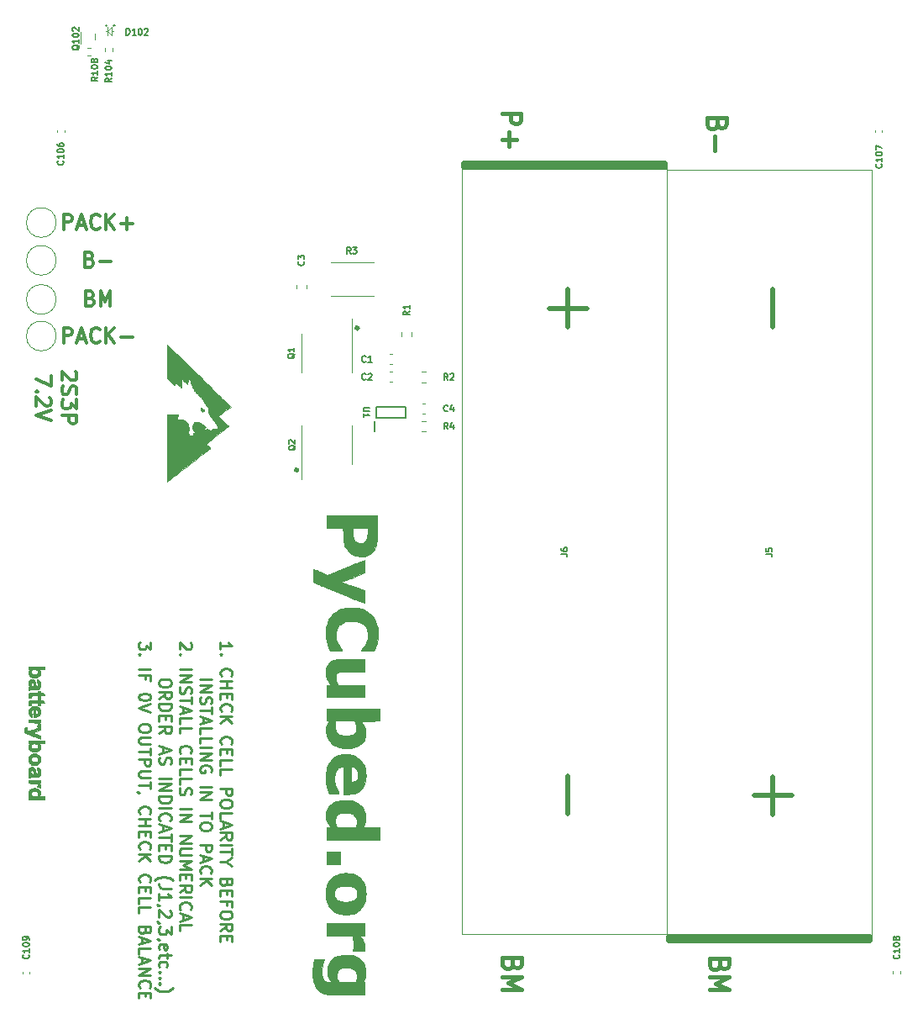
<source format=gto>
%TF.GenerationSoftware,KiCad,Pcbnew,(5.1.10)-1*%
%TF.CreationDate,2021-11-16T14:43:47-05:00*%
%TF.ProjectId,batteryboard,62617474-6572-4796-926f-6172642e6b69,rev?*%
%TF.SameCoordinates,Original*%
%TF.FileFunction,Legend,Top*%
%TF.FilePolarity,Positive*%
%FSLAX46Y46*%
G04 Gerber Fmt 4.6, Leading zero omitted, Abs format (unit mm)*
G04 Created by KiCad (PCBNEW (5.1.10)-1) date 2021-11-16 14:43:47*
%MOMM*%
%LPD*%
G01*
G04 APERTURE LIST*
%ADD10C,0.300000*%
%ADD11C,0.400000*%
%ADD12C,0.254000*%
%ADD13C,0.355000*%
%ADD14C,0.381000*%
%ADD15C,0.010000*%
%ADD16C,0.100000*%
%ADD17C,0.500000*%
%ADD18C,0.120000*%
%ADD19C,0.060000*%
%ADD20C,0.200000*%
%ADD21C,0.127000*%
G04 APERTURE END LIST*
D10*
X58130714Y-74973571D02*
X58130714Y-73473571D01*
X58702142Y-73473571D01*
X58845000Y-73545000D01*
X58916428Y-73616428D01*
X58987857Y-73759285D01*
X58987857Y-73973571D01*
X58916428Y-74116428D01*
X58845000Y-74187857D01*
X58702142Y-74259285D01*
X58130714Y-74259285D01*
X59559285Y-74545000D02*
X60273571Y-74545000D01*
X59416428Y-74973571D02*
X59916428Y-73473571D01*
X60416428Y-74973571D01*
X61773571Y-74830714D02*
X61702142Y-74902142D01*
X61487857Y-74973571D01*
X61345000Y-74973571D01*
X61130714Y-74902142D01*
X60987857Y-74759285D01*
X60916428Y-74616428D01*
X60845000Y-74330714D01*
X60845000Y-74116428D01*
X60916428Y-73830714D01*
X60987857Y-73687857D01*
X61130714Y-73545000D01*
X61345000Y-73473571D01*
X61487857Y-73473571D01*
X61702142Y-73545000D01*
X61773571Y-73616428D01*
X62416428Y-74973571D02*
X62416428Y-73473571D01*
X63273571Y-74973571D02*
X62630714Y-74116428D01*
X63273571Y-73473571D02*
X62416428Y-74330714D01*
X63916428Y-74402142D02*
X65059285Y-74402142D01*
X60845000Y-70504857D02*
X61059285Y-70576285D01*
X61130714Y-70647714D01*
X61202142Y-70790571D01*
X61202142Y-71004857D01*
X61130714Y-71147714D01*
X61059285Y-71219142D01*
X60916428Y-71290571D01*
X60345000Y-71290571D01*
X60345000Y-69790571D01*
X60845000Y-69790571D01*
X60987857Y-69862000D01*
X61059285Y-69933428D01*
X61130714Y-70076285D01*
X61130714Y-70219142D01*
X61059285Y-70362000D01*
X60987857Y-70433428D01*
X60845000Y-70504857D01*
X60345000Y-70504857D01*
X61845000Y-71290571D02*
X61845000Y-69790571D01*
X62345000Y-70862000D01*
X62845000Y-69790571D01*
X62845000Y-71290571D01*
X60773571Y-66567857D02*
X60987857Y-66639285D01*
X61059285Y-66710714D01*
X61130714Y-66853571D01*
X61130714Y-67067857D01*
X61059285Y-67210714D01*
X60987857Y-67282142D01*
X60845000Y-67353571D01*
X60273571Y-67353571D01*
X60273571Y-65853571D01*
X60773571Y-65853571D01*
X60916428Y-65925000D01*
X60987857Y-65996428D01*
X61059285Y-66139285D01*
X61059285Y-66282142D01*
X60987857Y-66425000D01*
X60916428Y-66496428D01*
X60773571Y-66567857D01*
X60273571Y-66567857D01*
X61773571Y-66782142D02*
X62916428Y-66782142D01*
X58130714Y-63543571D02*
X58130714Y-62043571D01*
X58702142Y-62043571D01*
X58845000Y-62115000D01*
X58916428Y-62186428D01*
X58987857Y-62329285D01*
X58987857Y-62543571D01*
X58916428Y-62686428D01*
X58845000Y-62757857D01*
X58702142Y-62829285D01*
X58130714Y-62829285D01*
X59559285Y-63115000D02*
X60273571Y-63115000D01*
X59416428Y-63543571D02*
X59916428Y-62043571D01*
X60416428Y-63543571D01*
X61773571Y-63400714D02*
X61702142Y-63472142D01*
X61487857Y-63543571D01*
X61345000Y-63543571D01*
X61130714Y-63472142D01*
X60987857Y-63329285D01*
X60916428Y-63186428D01*
X60845000Y-62900714D01*
X60845000Y-62686428D01*
X60916428Y-62400714D01*
X60987857Y-62257857D01*
X61130714Y-62115000D01*
X61345000Y-62043571D01*
X61487857Y-62043571D01*
X61702142Y-62115000D01*
X61773571Y-62186428D01*
X62416428Y-63543571D02*
X62416428Y-62043571D01*
X63273571Y-63543571D02*
X62630714Y-62686428D01*
X63273571Y-62043571D02*
X62416428Y-62900714D01*
X63916428Y-62972142D02*
X65059285Y-62972142D01*
X64487857Y-63543571D02*
X64487857Y-62400714D01*
D11*
X87799222Y-73494900D02*
G75*
G03*
X87799222Y-73494900I-80322J0D01*
G01*
X81677822Y-87769700D02*
G75*
G03*
X81677822Y-87769700I-80322J0D01*
G01*
D12*
X73923142Y-105854385D02*
X73923142Y-105168671D01*
X73923142Y-105511528D02*
X75123142Y-105511528D01*
X74951714Y-105397242D01*
X74837428Y-105282957D01*
X74780285Y-105168671D01*
X74037428Y-106368671D02*
X73980285Y-106425814D01*
X73923142Y-106368671D01*
X73980285Y-106311528D01*
X74037428Y-106368671D01*
X73923142Y-106368671D01*
X74037428Y-108540100D02*
X73980285Y-108482957D01*
X73923142Y-108311528D01*
X73923142Y-108197242D01*
X73980285Y-108025814D01*
X74094571Y-107911528D01*
X74208857Y-107854385D01*
X74437428Y-107797242D01*
X74608857Y-107797242D01*
X74837428Y-107854385D01*
X74951714Y-107911528D01*
X75066000Y-108025814D01*
X75123142Y-108197242D01*
X75123142Y-108311528D01*
X75066000Y-108482957D01*
X75008857Y-108540100D01*
X73923142Y-109054385D02*
X75123142Y-109054385D01*
X74551714Y-109054385D02*
X74551714Y-109740100D01*
X73923142Y-109740100D02*
X75123142Y-109740100D01*
X74551714Y-110311528D02*
X74551714Y-110711528D01*
X73923142Y-110882957D02*
X73923142Y-110311528D01*
X75123142Y-110311528D01*
X75123142Y-110882957D01*
X74037428Y-112082957D02*
X73980285Y-112025814D01*
X73923142Y-111854385D01*
X73923142Y-111740100D01*
X73980285Y-111568671D01*
X74094571Y-111454385D01*
X74208857Y-111397242D01*
X74437428Y-111340100D01*
X74608857Y-111340100D01*
X74837428Y-111397242D01*
X74951714Y-111454385D01*
X75066000Y-111568671D01*
X75123142Y-111740100D01*
X75123142Y-111854385D01*
X75066000Y-112025814D01*
X75008857Y-112082957D01*
X73923142Y-112597242D02*
X75123142Y-112597242D01*
X73923142Y-113282957D02*
X74608857Y-112768671D01*
X75123142Y-113282957D02*
X74437428Y-112597242D01*
X74037428Y-115397242D02*
X73980285Y-115340100D01*
X73923142Y-115168671D01*
X73923142Y-115054385D01*
X73980285Y-114882957D01*
X74094571Y-114768671D01*
X74208857Y-114711528D01*
X74437428Y-114654385D01*
X74608857Y-114654385D01*
X74837428Y-114711528D01*
X74951714Y-114768671D01*
X75066000Y-114882957D01*
X75123142Y-115054385D01*
X75123142Y-115168671D01*
X75066000Y-115340100D01*
X75008857Y-115397242D01*
X74551714Y-115911528D02*
X74551714Y-116311528D01*
X73923142Y-116482957D02*
X73923142Y-115911528D01*
X75123142Y-115911528D01*
X75123142Y-116482957D01*
X73923142Y-117568671D02*
X73923142Y-116997242D01*
X75123142Y-116997242D01*
X73923142Y-118540100D02*
X73923142Y-117968671D01*
X75123142Y-117968671D01*
X73923142Y-119854385D02*
X75123142Y-119854385D01*
X75123142Y-120311528D01*
X75066000Y-120425814D01*
X75008857Y-120482957D01*
X74894571Y-120540100D01*
X74723142Y-120540100D01*
X74608857Y-120482957D01*
X74551714Y-120425814D01*
X74494571Y-120311528D01*
X74494571Y-119854385D01*
X75123142Y-121282957D02*
X75123142Y-121511528D01*
X75066000Y-121625814D01*
X74951714Y-121740100D01*
X74723142Y-121797242D01*
X74323142Y-121797242D01*
X74094571Y-121740100D01*
X73980285Y-121625814D01*
X73923142Y-121511528D01*
X73923142Y-121282957D01*
X73980285Y-121168671D01*
X74094571Y-121054385D01*
X74323142Y-120997242D01*
X74723142Y-120997242D01*
X74951714Y-121054385D01*
X75066000Y-121168671D01*
X75123142Y-121282957D01*
X73923142Y-122882957D02*
X73923142Y-122311528D01*
X75123142Y-122311528D01*
X74266000Y-123225814D02*
X74266000Y-123797242D01*
X73923142Y-123111528D02*
X75123142Y-123511528D01*
X73923142Y-123911528D01*
X73923142Y-124997242D02*
X74494571Y-124597242D01*
X73923142Y-124311528D02*
X75123142Y-124311528D01*
X75123142Y-124768671D01*
X75066000Y-124882957D01*
X75008857Y-124940100D01*
X74894571Y-124997242D01*
X74723142Y-124997242D01*
X74608857Y-124940100D01*
X74551714Y-124882957D01*
X74494571Y-124768671D01*
X74494571Y-124311528D01*
X73923142Y-125511528D02*
X75123142Y-125511528D01*
X75123142Y-125911528D02*
X75123142Y-126597242D01*
X73923142Y-126254385D02*
X75123142Y-126254385D01*
X74494571Y-127225814D02*
X73923142Y-127225814D01*
X75123142Y-126825814D02*
X74494571Y-127225814D01*
X75123142Y-127625814D01*
X74551714Y-129340100D02*
X74494571Y-129511528D01*
X74437428Y-129568671D01*
X74323142Y-129625814D01*
X74151714Y-129625814D01*
X74037428Y-129568671D01*
X73980285Y-129511528D01*
X73923142Y-129397242D01*
X73923142Y-128940100D01*
X75123142Y-128940100D01*
X75123142Y-129340100D01*
X75066000Y-129454385D01*
X75008857Y-129511528D01*
X74894571Y-129568671D01*
X74780285Y-129568671D01*
X74666000Y-129511528D01*
X74608857Y-129454385D01*
X74551714Y-129340100D01*
X74551714Y-128940100D01*
X74551714Y-130140100D02*
X74551714Y-130540100D01*
X73923142Y-130711528D02*
X73923142Y-130140100D01*
X75123142Y-130140100D01*
X75123142Y-130711528D01*
X74551714Y-131625814D02*
X74551714Y-131225814D01*
X73923142Y-131225814D02*
X75123142Y-131225814D01*
X75123142Y-131797242D01*
X75123142Y-132482957D02*
X75123142Y-132711528D01*
X75066000Y-132825814D01*
X74951714Y-132940100D01*
X74723142Y-132997242D01*
X74323142Y-132997242D01*
X74094571Y-132940100D01*
X73980285Y-132825814D01*
X73923142Y-132711528D01*
X73923142Y-132482957D01*
X73980285Y-132368671D01*
X74094571Y-132254385D01*
X74323142Y-132197242D01*
X74723142Y-132197242D01*
X74951714Y-132254385D01*
X75066000Y-132368671D01*
X75123142Y-132482957D01*
X73923142Y-134197242D02*
X74494571Y-133797242D01*
X73923142Y-133511528D02*
X75123142Y-133511528D01*
X75123142Y-133968671D01*
X75066000Y-134082957D01*
X75008857Y-134140100D01*
X74894571Y-134197242D01*
X74723142Y-134197242D01*
X74608857Y-134140100D01*
X74551714Y-134082957D01*
X74494571Y-133968671D01*
X74494571Y-133511528D01*
X74551714Y-134711528D02*
X74551714Y-135111528D01*
X73923142Y-135282957D02*
X73923142Y-134711528D01*
X75123142Y-134711528D01*
X75123142Y-135282957D01*
X71869142Y-108882957D02*
X73069142Y-108882957D01*
X71869142Y-109454385D02*
X73069142Y-109454385D01*
X71869142Y-110140100D01*
X73069142Y-110140100D01*
X71926285Y-110654385D02*
X71869142Y-110825814D01*
X71869142Y-111111528D01*
X71926285Y-111225814D01*
X71983428Y-111282957D01*
X72097714Y-111340100D01*
X72212000Y-111340100D01*
X72326285Y-111282957D01*
X72383428Y-111225814D01*
X72440571Y-111111528D01*
X72497714Y-110882957D01*
X72554857Y-110768671D01*
X72612000Y-110711528D01*
X72726285Y-110654385D01*
X72840571Y-110654385D01*
X72954857Y-110711528D01*
X73012000Y-110768671D01*
X73069142Y-110882957D01*
X73069142Y-111168671D01*
X73012000Y-111340100D01*
X73069142Y-111682957D02*
X73069142Y-112368671D01*
X71869142Y-112025814D02*
X73069142Y-112025814D01*
X72212000Y-112711528D02*
X72212000Y-113282957D01*
X71869142Y-112597242D02*
X73069142Y-112997242D01*
X71869142Y-113397242D01*
X71869142Y-114368671D02*
X71869142Y-113797242D01*
X73069142Y-113797242D01*
X71869142Y-115340100D02*
X71869142Y-114768671D01*
X73069142Y-114768671D01*
X71869142Y-115740100D02*
X73069142Y-115740100D01*
X71869142Y-116311528D02*
X73069142Y-116311528D01*
X71869142Y-116997242D01*
X73069142Y-116997242D01*
X73012000Y-118197242D02*
X73069142Y-118082957D01*
X73069142Y-117911528D01*
X73012000Y-117740100D01*
X72897714Y-117625814D01*
X72783428Y-117568671D01*
X72554857Y-117511528D01*
X72383428Y-117511528D01*
X72154857Y-117568671D01*
X72040571Y-117625814D01*
X71926285Y-117740100D01*
X71869142Y-117911528D01*
X71869142Y-118025814D01*
X71926285Y-118197242D01*
X71983428Y-118254385D01*
X72383428Y-118254385D01*
X72383428Y-118025814D01*
X71869142Y-119682957D02*
X73069142Y-119682957D01*
X71869142Y-120254385D02*
X73069142Y-120254385D01*
X71869142Y-120940100D01*
X73069142Y-120940100D01*
X73069142Y-122254385D02*
X73069142Y-122940100D01*
X71869142Y-122597242D02*
X73069142Y-122597242D01*
X73069142Y-123568671D02*
X73069142Y-123797242D01*
X73012000Y-123911528D01*
X72897714Y-124025814D01*
X72669142Y-124082957D01*
X72269142Y-124082957D01*
X72040571Y-124025814D01*
X71926285Y-123911528D01*
X71869142Y-123797242D01*
X71869142Y-123568671D01*
X71926285Y-123454385D01*
X72040571Y-123340100D01*
X72269142Y-123282957D01*
X72669142Y-123282957D01*
X72897714Y-123340100D01*
X73012000Y-123454385D01*
X73069142Y-123568671D01*
X71869142Y-125511528D02*
X73069142Y-125511528D01*
X73069142Y-125968671D01*
X73012000Y-126082957D01*
X72954857Y-126140100D01*
X72840571Y-126197242D01*
X72669142Y-126197242D01*
X72554857Y-126140100D01*
X72497714Y-126082957D01*
X72440571Y-125968671D01*
X72440571Y-125511528D01*
X72212000Y-126654385D02*
X72212000Y-127225814D01*
X71869142Y-126540100D02*
X73069142Y-126940100D01*
X71869142Y-127340100D01*
X71983428Y-128425814D02*
X71926285Y-128368671D01*
X71869142Y-128197242D01*
X71869142Y-128082957D01*
X71926285Y-127911528D01*
X72040571Y-127797242D01*
X72154857Y-127740100D01*
X72383428Y-127682957D01*
X72554857Y-127682957D01*
X72783428Y-127740100D01*
X72897714Y-127797242D01*
X73012000Y-127911528D01*
X73069142Y-128082957D01*
X73069142Y-128197242D01*
X73012000Y-128368671D01*
X72954857Y-128425814D01*
X71869142Y-128940100D02*
X73069142Y-128940100D01*
X71869142Y-129625814D02*
X72554857Y-129111528D01*
X73069142Y-129625814D02*
X72383428Y-128940100D01*
X70900857Y-105168671D02*
X70958000Y-105225814D01*
X71015142Y-105340100D01*
X71015142Y-105625814D01*
X70958000Y-105740100D01*
X70900857Y-105797242D01*
X70786571Y-105854385D01*
X70672285Y-105854385D01*
X70500857Y-105797242D01*
X69815142Y-105111528D01*
X69815142Y-105854385D01*
X69929428Y-106368671D02*
X69872285Y-106425814D01*
X69815142Y-106368671D01*
X69872285Y-106311528D01*
X69929428Y-106368671D01*
X69815142Y-106368671D01*
X69815142Y-107854385D02*
X71015142Y-107854385D01*
X69815142Y-108425814D02*
X71015142Y-108425814D01*
X69815142Y-109111528D01*
X71015142Y-109111528D01*
X69872285Y-109625814D02*
X69815142Y-109797242D01*
X69815142Y-110082957D01*
X69872285Y-110197242D01*
X69929428Y-110254385D01*
X70043714Y-110311528D01*
X70158000Y-110311528D01*
X70272285Y-110254385D01*
X70329428Y-110197242D01*
X70386571Y-110082957D01*
X70443714Y-109854385D01*
X70500857Y-109740100D01*
X70558000Y-109682957D01*
X70672285Y-109625814D01*
X70786571Y-109625814D01*
X70900857Y-109682957D01*
X70958000Y-109740100D01*
X71015142Y-109854385D01*
X71015142Y-110140100D01*
X70958000Y-110311528D01*
X71015142Y-110654385D02*
X71015142Y-111340100D01*
X69815142Y-110997242D02*
X71015142Y-110997242D01*
X70158000Y-111682957D02*
X70158000Y-112254385D01*
X69815142Y-111568671D02*
X71015142Y-111968671D01*
X69815142Y-112368671D01*
X69815142Y-113340100D02*
X69815142Y-112768671D01*
X71015142Y-112768671D01*
X69815142Y-114311528D02*
X69815142Y-113740100D01*
X71015142Y-113740100D01*
X69929428Y-116311528D02*
X69872285Y-116254385D01*
X69815142Y-116082957D01*
X69815142Y-115968671D01*
X69872285Y-115797242D01*
X69986571Y-115682957D01*
X70100857Y-115625814D01*
X70329428Y-115568671D01*
X70500857Y-115568671D01*
X70729428Y-115625814D01*
X70843714Y-115682957D01*
X70958000Y-115797242D01*
X71015142Y-115968671D01*
X71015142Y-116082957D01*
X70958000Y-116254385D01*
X70900857Y-116311528D01*
X70443714Y-116825814D02*
X70443714Y-117225814D01*
X69815142Y-117397242D02*
X69815142Y-116825814D01*
X71015142Y-116825814D01*
X71015142Y-117397242D01*
X69815142Y-118482957D02*
X69815142Y-117911528D01*
X71015142Y-117911528D01*
X69815142Y-119454385D02*
X69815142Y-118882957D01*
X71015142Y-118882957D01*
X69872285Y-119797242D02*
X69815142Y-119968671D01*
X69815142Y-120254385D01*
X69872285Y-120368671D01*
X69929428Y-120425814D01*
X70043714Y-120482957D01*
X70158000Y-120482957D01*
X70272285Y-120425814D01*
X70329428Y-120368671D01*
X70386571Y-120254385D01*
X70443714Y-120025814D01*
X70500857Y-119911528D01*
X70558000Y-119854385D01*
X70672285Y-119797242D01*
X70786571Y-119797242D01*
X70900857Y-119854385D01*
X70958000Y-119911528D01*
X71015142Y-120025814D01*
X71015142Y-120311528D01*
X70958000Y-120482957D01*
X69815142Y-121911528D02*
X71015142Y-121911528D01*
X69815142Y-122482957D02*
X71015142Y-122482957D01*
X69815142Y-123168671D01*
X71015142Y-123168671D01*
X69815142Y-124654385D02*
X71015142Y-124654385D01*
X69815142Y-125340100D01*
X71015142Y-125340100D01*
X71015142Y-125911528D02*
X70043714Y-125911528D01*
X69929428Y-125968671D01*
X69872285Y-126025814D01*
X69815142Y-126140100D01*
X69815142Y-126368671D01*
X69872285Y-126482957D01*
X69929428Y-126540100D01*
X70043714Y-126597242D01*
X71015142Y-126597242D01*
X69815142Y-127168671D02*
X71015142Y-127168671D01*
X70158000Y-127568671D01*
X71015142Y-127968671D01*
X69815142Y-127968671D01*
X70443714Y-128540100D02*
X70443714Y-128940100D01*
X69815142Y-129111528D02*
X69815142Y-128540100D01*
X71015142Y-128540100D01*
X71015142Y-129111528D01*
X69815142Y-130311528D02*
X70386571Y-129911528D01*
X69815142Y-129625814D02*
X71015142Y-129625814D01*
X71015142Y-130082957D01*
X70958000Y-130197242D01*
X70900857Y-130254385D01*
X70786571Y-130311528D01*
X70615142Y-130311528D01*
X70500857Y-130254385D01*
X70443714Y-130197242D01*
X70386571Y-130082957D01*
X70386571Y-129625814D01*
X69815142Y-130825814D02*
X71015142Y-130825814D01*
X69929428Y-132082957D02*
X69872285Y-132025814D01*
X69815142Y-131854385D01*
X69815142Y-131740100D01*
X69872285Y-131568671D01*
X69986571Y-131454385D01*
X70100857Y-131397242D01*
X70329428Y-131340100D01*
X70500857Y-131340100D01*
X70729428Y-131397242D01*
X70843714Y-131454385D01*
X70958000Y-131568671D01*
X71015142Y-131740100D01*
X71015142Y-131854385D01*
X70958000Y-132025814D01*
X70900857Y-132082957D01*
X70158000Y-132540100D02*
X70158000Y-133111528D01*
X69815142Y-132425814D02*
X71015142Y-132825814D01*
X69815142Y-133225814D01*
X69815142Y-134197242D02*
X69815142Y-133625814D01*
X71015142Y-133625814D01*
X68961142Y-109111528D02*
X68961142Y-109340100D01*
X68904000Y-109454385D01*
X68789714Y-109568671D01*
X68561142Y-109625814D01*
X68161142Y-109625814D01*
X67932571Y-109568671D01*
X67818285Y-109454385D01*
X67761142Y-109340100D01*
X67761142Y-109111528D01*
X67818285Y-108997242D01*
X67932571Y-108882957D01*
X68161142Y-108825814D01*
X68561142Y-108825814D01*
X68789714Y-108882957D01*
X68904000Y-108997242D01*
X68961142Y-109111528D01*
X67761142Y-110825814D02*
X68332571Y-110425814D01*
X67761142Y-110140100D02*
X68961142Y-110140100D01*
X68961142Y-110597242D01*
X68904000Y-110711528D01*
X68846857Y-110768671D01*
X68732571Y-110825814D01*
X68561142Y-110825814D01*
X68446857Y-110768671D01*
X68389714Y-110711528D01*
X68332571Y-110597242D01*
X68332571Y-110140100D01*
X67761142Y-111340100D02*
X68961142Y-111340100D01*
X68961142Y-111625814D01*
X68904000Y-111797242D01*
X68789714Y-111911528D01*
X68675428Y-111968671D01*
X68446857Y-112025814D01*
X68275428Y-112025814D01*
X68046857Y-111968671D01*
X67932571Y-111911528D01*
X67818285Y-111797242D01*
X67761142Y-111625814D01*
X67761142Y-111340100D01*
X68389714Y-112540100D02*
X68389714Y-112940100D01*
X67761142Y-113111528D02*
X67761142Y-112540100D01*
X68961142Y-112540100D01*
X68961142Y-113111528D01*
X67761142Y-114311528D02*
X68332571Y-113911528D01*
X67761142Y-113625814D02*
X68961142Y-113625814D01*
X68961142Y-114082957D01*
X68904000Y-114197242D01*
X68846857Y-114254385D01*
X68732571Y-114311528D01*
X68561142Y-114311528D01*
X68446857Y-114254385D01*
X68389714Y-114197242D01*
X68332571Y-114082957D01*
X68332571Y-113625814D01*
X68104000Y-115682957D02*
X68104000Y-116254385D01*
X67761142Y-115568671D02*
X68961142Y-115968671D01*
X67761142Y-116368671D01*
X67818285Y-116711528D02*
X67761142Y-116882957D01*
X67761142Y-117168671D01*
X67818285Y-117282957D01*
X67875428Y-117340100D01*
X67989714Y-117397242D01*
X68104000Y-117397242D01*
X68218285Y-117340100D01*
X68275428Y-117282957D01*
X68332571Y-117168671D01*
X68389714Y-116940100D01*
X68446857Y-116825814D01*
X68504000Y-116768671D01*
X68618285Y-116711528D01*
X68732571Y-116711528D01*
X68846857Y-116768671D01*
X68904000Y-116825814D01*
X68961142Y-116940100D01*
X68961142Y-117225814D01*
X68904000Y-117397242D01*
X67761142Y-118825814D02*
X68961142Y-118825814D01*
X67761142Y-119397242D02*
X68961142Y-119397242D01*
X67761142Y-120082957D01*
X68961142Y-120082957D01*
X67761142Y-120654385D02*
X68961142Y-120654385D01*
X68961142Y-120940100D01*
X68904000Y-121111528D01*
X68789714Y-121225814D01*
X68675428Y-121282957D01*
X68446857Y-121340100D01*
X68275428Y-121340100D01*
X68046857Y-121282957D01*
X67932571Y-121225814D01*
X67818285Y-121111528D01*
X67761142Y-120940100D01*
X67761142Y-120654385D01*
X67761142Y-121854385D02*
X68961142Y-121854385D01*
X67875428Y-123111528D02*
X67818285Y-123054385D01*
X67761142Y-122882957D01*
X67761142Y-122768671D01*
X67818285Y-122597242D01*
X67932571Y-122482957D01*
X68046857Y-122425814D01*
X68275428Y-122368671D01*
X68446857Y-122368671D01*
X68675428Y-122425814D01*
X68789714Y-122482957D01*
X68904000Y-122597242D01*
X68961142Y-122768671D01*
X68961142Y-122882957D01*
X68904000Y-123054385D01*
X68846857Y-123111528D01*
X68104000Y-123568671D02*
X68104000Y-124140100D01*
X67761142Y-123454385D02*
X68961142Y-123854385D01*
X67761142Y-124254385D01*
X68961142Y-124482957D02*
X68961142Y-125168671D01*
X67761142Y-124825814D02*
X68961142Y-124825814D01*
X68389714Y-125568671D02*
X68389714Y-125968671D01*
X67761142Y-126140100D02*
X67761142Y-125568671D01*
X68961142Y-125568671D01*
X68961142Y-126140100D01*
X67761142Y-126654385D02*
X68961142Y-126654385D01*
X68961142Y-126940100D01*
X68904000Y-127111528D01*
X68789714Y-127225814D01*
X68675428Y-127282957D01*
X68446857Y-127340100D01*
X68275428Y-127340100D01*
X68046857Y-127282957D01*
X67932571Y-127225814D01*
X67818285Y-127111528D01*
X67761142Y-126940100D01*
X67761142Y-126654385D01*
X67304000Y-129111528D02*
X67361142Y-129054385D01*
X67532571Y-128940100D01*
X67646857Y-128882957D01*
X67818285Y-128825814D01*
X68104000Y-128768671D01*
X68332571Y-128768671D01*
X68618285Y-128825814D01*
X68789714Y-128882957D01*
X68904000Y-128940100D01*
X69075428Y-129054385D01*
X69132571Y-129111528D01*
X68961142Y-129911528D02*
X68104000Y-129911528D01*
X67932571Y-129854385D01*
X67818285Y-129740100D01*
X67761142Y-129568671D01*
X67761142Y-129454385D01*
X67761142Y-131111528D02*
X67761142Y-130425814D01*
X67761142Y-130768671D02*
X68961142Y-130768671D01*
X68789714Y-130654385D01*
X68675428Y-130540100D01*
X68618285Y-130425814D01*
X67818285Y-131682957D02*
X67761142Y-131682957D01*
X67646857Y-131625814D01*
X67589714Y-131568671D01*
X68846857Y-132140100D02*
X68904000Y-132197242D01*
X68961142Y-132311528D01*
X68961142Y-132597242D01*
X68904000Y-132711528D01*
X68846857Y-132768671D01*
X68732571Y-132825814D01*
X68618285Y-132825814D01*
X68446857Y-132768671D01*
X67761142Y-132082957D01*
X67761142Y-132825814D01*
X67818285Y-133397242D02*
X67761142Y-133397242D01*
X67646857Y-133340100D01*
X67589714Y-133282957D01*
X68961142Y-133797242D02*
X68961142Y-134540100D01*
X68504000Y-134140100D01*
X68504000Y-134311528D01*
X68446857Y-134425814D01*
X68389714Y-134482957D01*
X68275428Y-134540100D01*
X67989714Y-134540100D01*
X67875428Y-134482957D01*
X67818285Y-134425814D01*
X67761142Y-134311528D01*
X67761142Y-133968671D01*
X67818285Y-133854385D01*
X67875428Y-133797242D01*
X67818285Y-135111528D02*
X67761142Y-135111528D01*
X67646857Y-135054385D01*
X67589714Y-134997242D01*
X67818285Y-136082957D02*
X67761142Y-135968671D01*
X67761142Y-135740100D01*
X67818285Y-135625814D01*
X67932571Y-135568671D01*
X68389714Y-135568671D01*
X68504000Y-135625814D01*
X68561142Y-135740100D01*
X68561142Y-135968671D01*
X68504000Y-136082957D01*
X68389714Y-136140100D01*
X68275428Y-136140100D01*
X68161142Y-135568671D01*
X68561142Y-136482957D02*
X68561142Y-136940100D01*
X68961142Y-136654385D02*
X67932571Y-136654385D01*
X67818285Y-136711528D01*
X67761142Y-136825814D01*
X67761142Y-136940100D01*
X67818285Y-137854385D02*
X67761142Y-137740100D01*
X67761142Y-137511528D01*
X67818285Y-137397242D01*
X67875428Y-137340100D01*
X67989714Y-137282957D01*
X68332571Y-137282957D01*
X68446857Y-137340100D01*
X68504000Y-137397242D01*
X68561142Y-137511528D01*
X68561142Y-137740100D01*
X68504000Y-137854385D01*
X67875428Y-138368671D02*
X67818285Y-138425814D01*
X67761142Y-138368671D01*
X67818285Y-138311528D01*
X67875428Y-138368671D01*
X67761142Y-138368671D01*
X67875428Y-138940100D02*
X67818285Y-138997242D01*
X67761142Y-138940100D01*
X67818285Y-138882957D01*
X67875428Y-138940100D01*
X67761142Y-138940100D01*
X67875428Y-139511528D02*
X67818285Y-139568671D01*
X67761142Y-139511528D01*
X67818285Y-139454385D01*
X67875428Y-139511528D01*
X67761142Y-139511528D01*
X67304000Y-139968671D02*
X67361142Y-140025814D01*
X67532571Y-140140100D01*
X67646857Y-140197242D01*
X67818285Y-140254385D01*
X68104000Y-140311528D01*
X68332571Y-140311528D01*
X68618285Y-140254385D01*
X68789714Y-140197242D01*
X68904000Y-140140100D01*
X69075428Y-140025814D01*
X69132571Y-139968671D01*
X66907142Y-105111528D02*
X66907142Y-105854385D01*
X66450000Y-105454385D01*
X66450000Y-105625814D01*
X66392857Y-105740100D01*
X66335714Y-105797242D01*
X66221428Y-105854385D01*
X65935714Y-105854385D01*
X65821428Y-105797242D01*
X65764285Y-105740100D01*
X65707142Y-105625814D01*
X65707142Y-105282957D01*
X65764285Y-105168671D01*
X65821428Y-105111528D01*
X65821428Y-106368671D02*
X65764285Y-106425814D01*
X65707142Y-106368671D01*
X65764285Y-106311528D01*
X65821428Y-106368671D01*
X65707142Y-106368671D01*
X65707142Y-107854385D02*
X66907142Y-107854385D01*
X66335714Y-108825814D02*
X66335714Y-108425814D01*
X65707142Y-108425814D02*
X66907142Y-108425814D01*
X66907142Y-108997242D01*
X66907142Y-110597242D02*
X66907142Y-110711528D01*
X66850000Y-110825814D01*
X66792857Y-110882957D01*
X66678571Y-110940100D01*
X66450000Y-110997242D01*
X66164285Y-110997242D01*
X65935714Y-110940100D01*
X65821428Y-110882957D01*
X65764285Y-110825814D01*
X65707142Y-110711528D01*
X65707142Y-110597242D01*
X65764285Y-110482957D01*
X65821428Y-110425814D01*
X65935714Y-110368671D01*
X66164285Y-110311528D01*
X66450000Y-110311528D01*
X66678571Y-110368671D01*
X66792857Y-110425814D01*
X66850000Y-110482957D01*
X66907142Y-110597242D01*
X66907142Y-111340100D02*
X65707142Y-111740100D01*
X66907142Y-112140100D01*
X66907142Y-113682957D02*
X66907142Y-113911528D01*
X66850000Y-114025814D01*
X66735714Y-114140100D01*
X66507142Y-114197242D01*
X66107142Y-114197242D01*
X65878571Y-114140100D01*
X65764285Y-114025814D01*
X65707142Y-113911528D01*
X65707142Y-113682957D01*
X65764285Y-113568671D01*
X65878571Y-113454385D01*
X66107142Y-113397242D01*
X66507142Y-113397242D01*
X66735714Y-113454385D01*
X66850000Y-113568671D01*
X66907142Y-113682957D01*
X66907142Y-114711528D02*
X65935714Y-114711528D01*
X65821428Y-114768671D01*
X65764285Y-114825814D01*
X65707142Y-114940100D01*
X65707142Y-115168671D01*
X65764285Y-115282957D01*
X65821428Y-115340100D01*
X65935714Y-115397242D01*
X66907142Y-115397242D01*
X66907142Y-115797242D02*
X66907142Y-116482957D01*
X65707142Y-116140100D02*
X66907142Y-116140100D01*
X65707142Y-116882957D02*
X66907142Y-116882957D01*
X66907142Y-117340100D01*
X66850000Y-117454385D01*
X66792857Y-117511528D01*
X66678571Y-117568671D01*
X66507142Y-117568671D01*
X66392857Y-117511528D01*
X66335714Y-117454385D01*
X66278571Y-117340100D01*
X66278571Y-116882957D01*
X66907142Y-118082957D02*
X65935714Y-118082957D01*
X65821428Y-118140100D01*
X65764285Y-118197242D01*
X65707142Y-118311528D01*
X65707142Y-118540100D01*
X65764285Y-118654385D01*
X65821428Y-118711528D01*
X65935714Y-118768671D01*
X66907142Y-118768671D01*
X66907142Y-119168671D02*
X66907142Y-119854385D01*
X65707142Y-119511528D02*
X66907142Y-119511528D01*
X65764285Y-120311528D02*
X65707142Y-120311528D01*
X65592857Y-120254385D01*
X65535714Y-120197242D01*
X65821428Y-122425814D02*
X65764285Y-122368671D01*
X65707142Y-122197242D01*
X65707142Y-122082957D01*
X65764285Y-121911528D01*
X65878571Y-121797242D01*
X65992857Y-121740100D01*
X66221428Y-121682957D01*
X66392857Y-121682957D01*
X66621428Y-121740100D01*
X66735714Y-121797242D01*
X66850000Y-121911528D01*
X66907142Y-122082957D01*
X66907142Y-122197242D01*
X66850000Y-122368671D01*
X66792857Y-122425814D01*
X65707142Y-122940100D02*
X66907142Y-122940100D01*
X66335714Y-122940100D02*
X66335714Y-123625814D01*
X65707142Y-123625814D02*
X66907142Y-123625814D01*
X66335714Y-124197242D02*
X66335714Y-124597242D01*
X65707142Y-124768671D02*
X65707142Y-124197242D01*
X66907142Y-124197242D01*
X66907142Y-124768671D01*
X65821428Y-125968671D02*
X65764285Y-125911528D01*
X65707142Y-125740100D01*
X65707142Y-125625814D01*
X65764285Y-125454385D01*
X65878571Y-125340100D01*
X65992857Y-125282957D01*
X66221428Y-125225814D01*
X66392857Y-125225814D01*
X66621428Y-125282957D01*
X66735714Y-125340100D01*
X66849999Y-125454385D01*
X66907142Y-125625814D01*
X66907142Y-125740100D01*
X66849999Y-125911528D01*
X66792857Y-125968671D01*
X65707142Y-126482957D02*
X66907142Y-126482957D01*
X65707142Y-127168671D02*
X66392857Y-126654385D01*
X66907142Y-127168671D02*
X66221428Y-126482957D01*
X65821428Y-129282957D02*
X65764285Y-129225814D01*
X65707142Y-129054385D01*
X65707142Y-128940100D01*
X65764285Y-128768671D01*
X65878571Y-128654385D01*
X65992857Y-128597242D01*
X66221428Y-128540100D01*
X66392857Y-128540100D01*
X66621428Y-128597242D01*
X66735714Y-128654385D01*
X66849999Y-128768671D01*
X66907142Y-128940100D01*
X66907142Y-129054385D01*
X66849999Y-129225814D01*
X66792857Y-129282957D01*
X66335714Y-129797242D02*
X66335714Y-130197242D01*
X65707142Y-130368671D02*
X65707142Y-129797242D01*
X66907142Y-129797242D01*
X66907142Y-130368671D01*
X65707142Y-131454385D02*
X65707142Y-130882957D01*
X66907142Y-130882957D01*
X65707142Y-132425814D02*
X65707142Y-131854385D01*
X66907142Y-131854385D01*
X66335714Y-134140100D02*
X66278571Y-134311528D01*
X66221428Y-134368671D01*
X66107142Y-134425814D01*
X65935714Y-134425814D01*
X65821428Y-134368671D01*
X65764285Y-134311528D01*
X65707142Y-134197242D01*
X65707142Y-133740100D01*
X66907142Y-133740100D01*
X66907142Y-134140100D01*
X66849999Y-134254385D01*
X66792857Y-134311528D01*
X66678571Y-134368671D01*
X66564285Y-134368671D01*
X66449999Y-134311528D01*
X66392857Y-134254385D01*
X66335714Y-134140100D01*
X66335714Y-133740100D01*
X66049999Y-134882957D02*
X66049999Y-135454385D01*
X65707142Y-134768671D02*
X66907142Y-135168671D01*
X65707142Y-135568671D01*
X65707142Y-136540100D02*
X65707142Y-135968671D01*
X66907142Y-135968671D01*
X66049999Y-136882957D02*
X66049999Y-137454385D01*
X65707142Y-136768671D02*
X66907142Y-137168671D01*
X65707142Y-137568671D01*
X65707142Y-137968671D02*
X66907142Y-137968671D01*
X65707142Y-138654385D01*
X66907142Y-138654385D01*
X65821428Y-139911528D02*
X65764285Y-139854385D01*
X65707142Y-139682957D01*
X65707142Y-139568671D01*
X65764285Y-139397242D01*
X65878571Y-139282957D01*
X65992857Y-139225814D01*
X66221428Y-139168671D01*
X66392857Y-139168671D01*
X66621428Y-139225814D01*
X66735714Y-139282957D01*
X66849999Y-139397242D01*
X66907142Y-139568671D01*
X66907142Y-139682957D01*
X66849999Y-139854385D01*
X66792857Y-139911528D01*
X66335714Y-140425814D02*
X66335714Y-140825814D01*
X65707142Y-140997242D02*
X65707142Y-140425814D01*
X66907142Y-140425814D01*
X66907142Y-140997242D01*
D13*
X59321571Y-77910857D02*
X59393000Y-77982285D01*
X59464428Y-78125142D01*
X59464428Y-78482285D01*
X59393000Y-78625142D01*
X59321571Y-78696571D01*
X59178714Y-78768000D01*
X59035857Y-78768000D01*
X58821571Y-78696571D01*
X57964428Y-77839428D01*
X57964428Y-78768000D01*
X58035857Y-79339428D02*
X57964428Y-79553714D01*
X57964428Y-79910857D01*
X58035857Y-80053714D01*
X58107285Y-80125142D01*
X58250142Y-80196571D01*
X58393000Y-80196571D01*
X58535857Y-80125142D01*
X58607285Y-80053714D01*
X58678714Y-79910857D01*
X58750142Y-79625142D01*
X58821571Y-79482285D01*
X58893000Y-79410857D01*
X59035857Y-79339428D01*
X59178714Y-79339428D01*
X59321571Y-79410857D01*
X59393000Y-79482285D01*
X59464428Y-79625142D01*
X59464428Y-79982285D01*
X59393000Y-80196571D01*
X59464428Y-80696571D02*
X59464428Y-81625142D01*
X58893000Y-81125142D01*
X58893000Y-81339428D01*
X58821571Y-81482285D01*
X58750142Y-81553714D01*
X58607285Y-81625142D01*
X58250142Y-81625142D01*
X58107285Y-81553714D01*
X58035857Y-81482285D01*
X57964428Y-81339428D01*
X57964428Y-80910857D01*
X58035857Y-80768000D01*
X58107285Y-80696571D01*
X57964428Y-82268000D02*
X59464428Y-82268000D01*
X59464428Y-82839428D01*
X59393000Y-82982285D01*
X59321571Y-83053714D01*
X59178714Y-83125142D01*
X58964428Y-83125142D01*
X58821571Y-83053714D01*
X58750142Y-82982285D01*
X58678714Y-82839428D01*
X58678714Y-82268000D01*
X56859428Y-78303714D02*
X56859428Y-79303714D01*
X55359428Y-78660857D01*
X55502285Y-79875142D02*
X55430857Y-79946571D01*
X55359428Y-79875142D01*
X55430857Y-79803714D01*
X55502285Y-79875142D01*
X55359428Y-79875142D01*
X56716571Y-80518000D02*
X56788000Y-80589428D01*
X56859428Y-80732285D01*
X56859428Y-81089428D01*
X56788000Y-81232285D01*
X56716571Y-81303714D01*
X56573714Y-81375142D01*
X56430857Y-81375142D01*
X56216571Y-81303714D01*
X55359428Y-80446571D01*
X55359428Y-81375142D01*
X56859428Y-81803714D02*
X55359428Y-82303714D01*
X56859428Y-82803714D01*
D14*
X102325714Y-51852285D02*
X104230714Y-51852285D01*
X104230714Y-52578000D01*
X104140000Y-52759428D01*
X104049285Y-52850142D01*
X103867857Y-52940857D01*
X103595714Y-52940857D01*
X103414285Y-52850142D01*
X103323571Y-52759428D01*
X103232857Y-52578000D01*
X103232857Y-51852285D01*
X103051428Y-53757285D02*
X103051428Y-55208714D01*
X102325714Y-54483000D02*
X103777142Y-54483000D01*
X124024571Y-52931785D02*
X123933857Y-53203928D01*
X123843142Y-53294642D01*
X123661714Y-53385357D01*
X123389571Y-53385357D01*
X123208142Y-53294642D01*
X123117428Y-53203928D01*
X123026714Y-53022500D01*
X123026714Y-52296785D01*
X124931714Y-52296785D01*
X124931714Y-52931785D01*
X124841000Y-53113214D01*
X124750285Y-53203928D01*
X124568857Y-53294642D01*
X124387428Y-53294642D01*
X124206000Y-53203928D01*
X124115285Y-53113214D01*
X124024571Y-52931785D01*
X124024571Y-52296785D01*
X123752428Y-54201785D02*
X123752428Y-55653214D01*
X124278571Y-137604500D02*
X124187857Y-137876642D01*
X124097142Y-137967357D01*
X123915714Y-138058071D01*
X123643571Y-138058071D01*
X123462142Y-137967357D01*
X123371428Y-137876642D01*
X123280714Y-137695214D01*
X123280714Y-136969500D01*
X125185714Y-136969500D01*
X125185714Y-137604500D01*
X125095000Y-137785928D01*
X125004285Y-137876642D01*
X124822857Y-137967357D01*
X124641428Y-137967357D01*
X124460000Y-137876642D01*
X124369285Y-137785928D01*
X124278571Y-137604500D01*
X124278571Y-136969500D01*
X123280714Y-138874500D02*
X125185714Y-138874500D01*
X123825000Y-139509500D01*
X125185714Y-140144500D01*
X123280714Y-140144500D01*
X103387071Y-137541000D02*
X103296357Y-137813142D01*
X103205642Y-137903857D01*
X103024214Y-137994571D01*
X102752071Y-137994571D01*
X102570642Y-137903857D01*
X102479928Y-137813142D01*
X102389214Y-137631714D01*
X102389214Y-136906000D01*
X104294214Y-136906000D01*
X104294214Y-137541000D01*
X104203500Y-137722428D01*
X104112785Y-137813142D01*
X103931357Y-137903857D01*
X103749928Y-137903857D01*
X103568500Y-137813142D01*
X103477785Y-137722428D01*
X103387071Y-137541000D01*
X103387071Y-136906000D01*
X102389214Y-138811000D02*
X104294214Y-138811000D01*
X102933500Y-139446000D01*
X104294214Y-140081000D01*
X102389214Y-140081000D01*
D15*
G36*
X74347229Y-81878125D02*
G01*
X74193214Y-81997287D01*
X74053025Y-82106714D01*
X73931520Y-82202538D01*
X73833558Y-82280888D01*
X73763996Y-82337898D01*
X73727693Y-82369697D01*
X73723500Y-82374794D01*
X73741143Y-82395879D01*
X73790919Y-82447247D01*
X73868097Y-82524227D01*
X73967948Y-82622150D01*
X74085743Y-82736345D01*
X74216750Y-82862139D01*
X74225151Y-82870167D01*
X74357030Y-82996447D01*
X74476309Y-83111211D01*
X74578205Y-83209811D01*
X74657936Y-83287605D01*
X74710720Y-83339945D01*
X74731776Y-83362188D01*
X74731926Y-83362464D01*
X74713505Y-83380136D01*
X74658663Y-83426332D01*
X74570940Y-83498208D01*
X74453874Y-83592919D01*
X74311004Y-83707623D01*
X74145870Y-83839476D01*
X73962010Y-83985633D01*
X73762963Y-84143252D01*
X73609363Y-84264500D01*
X73401396Y-84428784D01*
X73206019Y-84583776D01*
X73026773Y-84726622D01*
X72867199Y-84854468D01*
X72730837Y-84964462D01*
X72621229Y-85053750D01*
X72541914Y-85119479D01*
X72496435Y-85158796D01*
X72486637Y-85169186D01*
X72506942Y-85190932D01*
X72558202Y-85237897D01*
X72632308Y-85302820D01*
X72707500Y-85366951D01*
X72794321Y-85442230D01*
X72864464Y-85506968D01*
X72909990Y-85553577D01*
X72923400Y-85573279D01*
X72903770Y-85590993D01*
X72846986Y-85637178D01*
X72756206Y-85709395D01*
X72634592Y-85805205D01*
X72485301Y-85922170D01*
X72311494Y-86057850D01*
X72116331Y-86209807D01*
X71902970Y-86375602D01*
X71674572Y-86552795D01*
X71434296Y-86738947D01*
X71185300Y-86931621D01*
X70930746Y-87128376D01*
X70673792Y-87326774D01*
X70417597Y-87524375D01*
X70165322Y-87718742D01*
X69920126Y-87907435D01*
X69685168Y-88088015D01*
X69463609Y-88258043D01*
X69258606Y-88415080D01*
X69073320Y-88556687D01*
X68910911Y-88680426D01*
X68774538Y-88783857D01*
X68667360Y-88864541D01*
X68592537Y-88920040D01*
X68553228Y-88947914D01*
X68548020Y-88950800D01*
X68546474Y-88925891D01*
X68545125Y-88853134D01*
X68543976Y-88735477D01*
X68543032Y-88575871D01*
X68542293Y-88377266D01*
X68541764Y-88142612D01*
X68541448Y-87874860D01*
X68541346Y-87576958D01*
X68541463Y-87251859D01*
X68541802Y-86902512D01*
X68542364Y-86531866D01*
X68543154Y-86142873D01*
X68544173Y-85738482D01*
X68544637Y-85576082D01*
X68554600Y-82201364D01*
X68818902Y-82185182D01*
X68967637Y-82177773D01*
X69133352Y-82172147D01*
X69287132Y-82169219D01*
X69331438Y-82169000D01*
X69479916Y-82174008D01*
X69581860Y-82192255D01*
X69640833Y-82228574D01*
X69660401Y-82287800D01*
X69644128Y-82374765D01*
X69595580Y-82494303D01*
X69586175Y-82514409D01*
X69512891Y-82669318D01*
X69757646Y-82668575D01*
X70004663Y-82686929D01*
X70217792Y-82742816D01*
X70396059Y-82835074D01*
X70538491Y-82962543D01*
X70644115Y-83124061D01*
X70711957Y-83318467D01*
X70741044Y-83544602D01*
X70730404Y-83801302D01*
X70727490Y-83825661D01*
X70714795Y-83942610D01*
X70712050Y-84024174D01*
X70719676Y-84084866D01*
X70736450Y-84135314D01*
X70791464Y-84212049D01*
X70878265Y-84277319D01*
X70977842Y-84319112D01*
X71041348Y-84328000D01*
X71108088Y-84305040D01*
X71158908Y-84245436D01*
X71182880Y-84163096D01*
X71183500Y-84147099D01*
X71190198Y-84104282D01*
X71218214Y-84073778D01*
X71279434Y-84044950D01*
X71310501Y-84033433D01*
X71381379Y-84005196D01*
X71427479Y-83981556D01*
X71437501Y-83971724D01*
X71416489Y-83953003D01*
X71362411Y-83921849D01*
X71312680Y-83897220D01*
X71236876Y-83857197D01*
X71193949Y-83817142D01*
X71168777Y-83760389D01*
X71160280Y-83729231D01*
X71134726Y-83566410D01*
X71134806Y-83397922D01*
X71159478Y-83242418D01*
X71192849Y-83146900D01*
X71250481Y-83038472D01*
X71308983Y-82970352D01*
X71382097Y-82933705D01*
X71483561Y-82919693D01*
X71548190Y-82918415D01*
X71645715Y-82922629D01*
X71731907Y-82938176D01*
X71815690Y-82969618D01*
X71905989Y-83021512D01*
X72011727Y-83098420D01*
X72141830Y-83204901D01*
X72191263Y-83246990D01*
X72424241Y-83446608D01*
X72347546Y-83582504D01*
X72310329Y-83653066D01*
X72289397Y-83702196D01*
X72288660Y-83718400D01*
X72321034Y-83712466D01*
X72386905Y-83697071D01*
X72454779Y-83679968D01*
X72603091Y-83641537D01*
X72723769Y-83718068D01*
X72801730Y-83761025D01*
X72871753Y-83788792D01*
X72903364Y-83794600D01*
X72955142Y-83780928D01*
X73029980Y-83745420D01*
X73097190Y-83705026D01*
X73232098Y-83615452D01*
X73415608Y-83646920D01*
X73536105Y-83662890D01*
X73615687Y-83659609D01*
X73661578Y-83634048D01*
X73681006Y-83583174D01*
X73682856Y-83534817D01*
X73678635Y-83499710D01*
X73666121Y-83458101D01*
X73642643Y-83405615D01*
X73605533Y-83337879D01*
X73552120Y-83250519D01*
X73479735Y-83139163D01*
X73385707Y-82999436D01*
X73267368Y-82826965D01*
X73128183Y-82626200D01*
X73005423Y-82449733D01*
X72908319Y-82309193D01*
X72833831Y-82198583D01*
X72778922Y-82111908D01*
X72740554Y-82043174D01*
X72715689Y-81986386D01*
X72701289Y-81935547D01*
X72694317Y-81884662D01*
X72691734Y-81827738D01*
X72690579Y-81762600D01*
X72688392Y-81658320D01*
X72686279Y-81570403D01*
X72684605Y-81513727D01*
X72684229Y-81504748D01*
X72669150Y-81471833D01*
X72628392Y-81404803D01*
X72566603Y-81310300D01*
X72488427Y-81194964D01*
X72398511Y-81065438D01*
X72301500Y-80928362D01*
X72202040Y-80790380D01*
X72104777Y-80658132D01*
X72014356Y-80538260D01*
X71953389Y-80459923D01*
X71823317Y-80302290D01*
X71697250Y-80161696D01*
X71581379Y-80044415D01*
X71481893Y-79956721D01*
X71406600Y-79905707D01*
X71340400Y-79863964D01*
X71293648Y-79820462D01*
X71287230Y-79810778D01*
X71271982Y-79774786D01*
X71242181Y-79698003D01*
X71200456Y-79587445D01*
X71149437Y-79450128D01*
X71091751Y-79293065D01*
X71042171Y-79156811D01*
X70981406Y-78989787D01*
X70925595Y-78837610D01*
X70877282Y-78707115D01*
X70839008Y-78605139D01*
X70813318Y-78538515D01*
X70803424Y-78515056D01*
X70791279Y-78514518D01*
X70772023Y-78548208D01*
X70744486Y-78619349D01*
X70707496Y-78731170D01*
X70659883Y-78886894D01*
X70622724Y-79013050D01*
X70597140Y-79078338D01*
X70569429Y-79116723D01*
X70559288Y-79121000D01*
X70531567Y-79102985D01*
X70477539Y-79053547D01*
X70404233Y-78979595D01*
X70318677Y-78888035D01*
X70290259Y-78856591D01*
X70203339Y-78760942D01*
X70127906Y-78680369D01*
X70070610Y-78621795D01*
X70038106Y-78592144D01*
X70033992Y-78589891D01*
X70028088Y-78613144D01*
X70023672Y-78679049D01*
X70020979Y-78779473D01*
X70020249Y-78906282D01*
X70021292Y-79025083D01*
X70023489Y-79205206D01*
X70021260Y-79336819D01*
X70010534Y-79422207D01*
X69987237Y-79463661D01*
X69947298Y-79463466D01*
X69886644Y-79423910D01*
X69801203Y-79347282D01*
X69686902Y-79235869D01*
X69672063Y-79221264D01*
X69567159Y-79117721D01*
X69493328Y-79047681D01*
X69444252Y-79010253D01*
X69413616Y-79004549D01*
X69395103Y-79029680D01*
X69382398Y-79084755D01*
X69369184Y-79168886D01*
X69367666Y-79178402D01*
X69354535Y-79238965D01*
X69336287Y-79258853D01*
X69304930Y-79248551D01*
X69268548Y-79222000D01*
X69203388Y-79167864D01*
X69117583Y-79093459D01*
X69019268Y-79006102D01*
X68916575Y-78913110D01*
X68817639Y-78821800D01*
X68730593Y-78739488D01*
X68663571Y-78673490D01*
X68649669Y-78659107D01*
X68566937Y-78572106D01*
X68573469Y-76876791D01*
X68580000Y-75181476D01*
X71589900Y-78105782D01*
X71921452Y-78427925D01*
X72245013Y-78742346D01*
X72558529Y-79047044D01*
X72859941Y-79340019D01*
X73147192Y-79619269D01*
X73418227Y-79882794D01*
X73670986Y-80128594D01*
X73903415Y-80354667D01*
X74113455Y-80559013D01*
X74299049Y-80739630D01*
X74458142Y-80894519D01*
X74588674Y-81021679D01*
X74688591Y-81119108D01*
X74755833Y-81184807D01*
X74785379Y-81213827D01*
X74970957Y-81397567D01*
X74347229Y-81878125D01*
G37*
X74347229Y-81878125D02*
X74193214Y-81997287D01*
X74053025Y-82106714D01*
X73931520Y-82202538D01*
X73833558Y-82280888D01*
X73763996Y-82337898D01*
X73727693Y-82369697D01*
X73723500Y-82374794D01*
X73741143Y-82395879D01*
X73790919Y-82447247D01*
X73868097Y-82524227D01*
X73967948Y-82622150D01*
X74085743Y-82736345D01*
X74216750Y-82862139D01*
X74225151Y-82870167D01*
X74357030Y-82996447D01*
X74476309Y-83111211D01*
X74578205Y-83209811D01*
X74657936Y-83287605D01*
X74710720Y-83339945D01*
X74731776Y-83362188D01*
X74731926Y-83362464D01*
X74713505Y-83380136D01*
X74658663Y-83426332D01*
X74570940Y-83498208D01*
X74453874Y-83592919D01*
X74311004Y-83707623D01*
X74145870Y-83839476D01*
X73962010Y-83985633D01*
X73762963Y-84143252D01*
X73609363Y-84264500D01*
X73401396Y-84428784D01*
X73206019Y-84583776D01*
X73026773Y-84726622D01*
X72867199Y-84854468D01*
X72730837Y-84964462D01*
X72621229Y-85053750D01*
X72541914Y-85119479D01*
X72496435Y-85158796D01*
X72486637Y-85169186D01*
X72506942Y-85190932D01*
X72558202Y-85237897D01*
X72632308Y-85302820D01*
X72707500Y-85366951D01*
X72794321Y-85442230D01*
X72864464Y-85506968D01*
X72909990Y-85553577D01*
X72923400Y-85573279D01*
X72903770Y-85590993D01*
X72846986Y-85637178D01*
X72756206Y-85709395D01*
X72634592Y-85805205D01*
X72485301Y-85922170D01*
X72311494Y-86057850D01*
X72116331Y-86209807D01*
X71902970Y-86375602D01*
X71674572Y-86552795D01*
X71434296Y-86738947D01*
X71185300Y-86931621D01*
X70930746Y-87128376D01*
X70673792Y-87326774D01*
X70417597Y-87524375D01*
X70165322Y-87718742D01*
X69920126Y-87907435D01*
X69685168Y-88088015D01*
X69463609Y-88258043D01*
X69258606Y-88415080D01*
X69073320Y-88556687D01*
X68910911Y-88680426D01*
X68774538Y-88783857D01*
X68667360Y-88864541D01*
X68592537Y-88920040D01*
X68553228Y-88947914D01*
X68548020Y-88950800D01*
X68546474Y-88925891D01*
X68545125Y-88853134D01*
X68543976Y-88735477D01*
X68543032Y-88575871D01*
X68542293Y-88377266D01*
X68541764Y-88142612D01*
X68541448Y-87874860D01*
X68541346Y-87576958D01*
X68541463Y-87251859D01*
X68541802Y-86902512D01*
X68542364Y-86531866D01*
X68543154Y-86142873D01*
X68544173Y-85738482D01*
X68544637Y-85576082D01*
X68554600Y-82201364D01*
X68818902Y-82185182D01*
X68967637Y-82177773D01*
X69133352Y-82172147D01*
X69287132Y-82169219D01*
X69331438Y-82169000D01*
X69479916Y-82174008D01*
X69581860Y-82192255D01*
X69640833Y-82228574D01*
X69660401Y-82287800D01*
X69644128Y-82374765D01*
X69595580Y-82494303D01*
X69586175Y-82514409D01*
X69512891Y-82669318D01*
X69757646Y-82668575D01*
X70004663Y-82686929D01*
X70217792Y-82742816D01*
X70396059Y-82835074D01*
X70538491Y-82962543D01*
X70644115Y-83124061D01*
X70711957Y-83318467D01*
X70741044Y-83544602D01*
X70730404Y-83801302D01*
X70727490Y-83825661D01*
X70714795Y-83942610D01*
X70712050Y-84024174D01*
X70719676Y-84084866D01*
X70736450Y-84135314D01*
X70791464Y-84212049D01*
X70878265Y-84277319D01*
X70977842Y-84319112D01*
X71041348Y-84328000D01*
X71108088Y-84305040D01*
X71158908Y-84245436D01*
X71182880Y-84163096D01*
X71183500Y-84147099D01*
X71190198Y-84104282D01*
X71218214Y-84073778D01*
X71279434Y-84044950D01*
X71310501Y-84033433D01*
X71381379Y-84005196D01*
X71427479Y-83981556D01*
X71437501Y-83971724D01*
X71416489Y-83953003D01*
X71362411Y-83921849D01*
X71312680Y-83897220D01*
X71236876Y-83857197D01*
X71193949Y-83817142D01*
X71168777Y-83760389D01*
X71160280Y-83729231D01*
X71134726Y-83566410D01*
X71134806Y-83397922D01*
X71159478Y-83242418D01*
X71192849Y-83146900D01*
X71250481Y-83038472D01*
X71308983Y-82970352D01*
X71382097Y-82933705D01*
X71483561Y-82919693D01*
X71548190Y-82918415D01*
X71645715Y-82922629D01*
X71731907Y-82938176D01*
X71815690Y-82969618D01*
X71905989Y-83021512D01*
X72011727Y-83098420D01*
X72141830Y-83204901D01*
X72191263Y-83246990D01*
X72424241Y-83446608D01*
X72347546Y-83582504D01*
X72310329Y-83653066D01*
X72289397Y-83702196D01*
X72288660Y-83718400D01*
X72321034Y-83712466D01*
X72386905Y-83697071D01*
X72454779Y-83679968D01*
X72603091Y-83641537D01*
X72723769Y-83718068D01*
X72801730Y-83761025D01*
X72871753Y-83788792D01*
X72903364Y-83794600D01*
X72955142Y-83780928D01*
X73029980Y-83745420D01*
X73097190Y-83705026D01*
X73232098Y-83615452D01*
X73415608Y-83646920D01*
X73536105Y-83662890D01*
X73615687Y-83659609D01*
X73661578Y-83634048D01*
X73681006Y-83583174D01*
X73682856Y-83534817D01*
X73678635Y-83499710D01*
X73666121Y-83458101D01*
X73642643Y-83405615D01*
X73605533Y-83337879D01*
X73552120Y-83250519D01*
X73479735Y-83139163D01*
X73385707Y-82999436D01*
X73267368Y-82826965D01*
X73128183Y-82626200D01*
X73005423Y-82449733D01*
X72908319Y-82309193D01*
X72833831Y-82198583D01*
X72778922Y-82111908D01*
X72740554Y-82043174D01*
X72715689Y-81986386D01*
X72701289Y-81935547D01*
X72694317Y-81884662D01*
X72691734Y-81827738D01*
X72690579Y-81762600D01*
X72688392Y-81658320D01*
X72686279Y-81570403D01*
X72684605Y-81513727D01*
X72684229Y-81504748D01*
X72669150Y-81471833D01*
X72628392Y-81404803D01*
X72566603Y-81310300D01*
X72488427Y-81194964D01*
X72398511Y-81065438D01*
X72301500Y-80928362D01*
X72202040Y-80790380D01*
X72104777Y-80658132D01*
X72014356Y-80538260D01*
X71953389Y-80459923D01*
X71823317Y-80302290D01*
X71697250Y-80161696D01*
X71581379Y-80044415D01*
X71481893Y-79956721D01*
X71406600Y-79905707D01*
X71340400Y-79863964D01*
X71293648Y-79820462D01*
X71287230Y-79810778D01*
X71271982Y-79774786D01*
X71242181Y-79698003D01*
X71200456Y-79587445D01*
X71149437Y-79450128D01*
X71091751Y-79293065D01*
X71042171Y-79156811D01*
X70981406Y-78989787D01*
X70925595Y-78837610D01*
X70877282Y-78707115D01*
X70839008Y-78605139D01*
X70813318Y-78538515D01*
X70803424Y-78515056D01*
X70791279Y-78514518D01*
X70772023Y-78548208D01*
X70744486Y-78619349D01*
X70707496Y-78731170D01*
X70659883Y-78886894D01*
X70622724Y-79013050D01*
X70597140Y-79078338D01*
X70569429Y-79116723D01*
X70559288Y-79121000D01*
X70531567Y-79102985D01*
X70477539Y-79053547D01*
X70404233Y-78979595D01*
X70318677Y-78888035D01*
X70290259Y-78856591D01*
X70203339Y-78760942D01*
X70127906Y-78680369D01*
X70070610Y-78621795D01*
X70038106Y-78592144D01*
X70033992Y-78589891D01*
X70028088Y-78613144D01*
X70023672Y-78679049D01*
X70020979Y-78779473D01*
X70020249Y-78906282D01*
X70021292Y-79025083D01*
X70023489Y-79205206D01*
X70021260Y-79336819D01*
X70010534Y-79422207D01*
X69987237Y-79463661D01*
X69947298Y-79463466D01*
X69886644Y-79423910D01*
X69801203Y-79347282D01*
X69686902Y-79235869D01*
X69672063Y-79221264D01*
X69567159Y-79117721D01*
X69493328Y-79047681D01*
X69444252Y-79010253D01*
X69413616Y-79004549D01*
X69395103Y-79029680D01*
X69382398Y-79084755D01*
X69369184Y-79168886D01*
X69367666Y-79178402D01*
X69354535Y-79238965D01*
X69336287Y-79258853D01*
X69304930Y-79248551D01*
X69268548Y-79222000D01*
X69203388Y-79167864D01*
X69117583Y-79093459D01*
X69019268Y-79006102D01*
X68916575Y-78913110D01*
X68817639Y-78821800D01*
X68730593Y-78739488D01*
X68663571Y-78673490D01*
X68649669Y-78659107D01*
X68566937Y-78572106D01*
X68573469Y-76876791D01*
X68580000Y-75181476D01*
X71589900Y-78105782D01*
X71921452Y-78427925D01*
X72245013Y-78742346D01*
X72558529Y-79047044D01*
X72859941Y-79340019D01*
X73147192Y-79619269D01*
X73418227Y-79882794D01*
X73670986Y-80128594D01*
X73903415Y-80354667D01*
X74113455Y-80559013D01*
X74299049Y-80739630D01*
X74458142Y-80894519D01*
X74588674Y-81021679D01*
X74688591Y-81119108D01*
X74755833Y-81184807D01*
X74785379Y-81213827D01*
X74970957Y-81397567D01*
X74347229Y-81878125D01*
G36*
X72307409Y-81823841D02*
G01*
X72255304Y-81874629D01*
X72225380Y-81889401D01*
X72155983Y-81905237D01*
X72096720Y-81885614D01*
X72039718Y-81825626D01*
X71988610Y-81741900D01*
X71948638Y-81656712D01*
X71924571Y-81581697D01*
X71919102Y-81528459D01*
X71934495Y-81508600D01*
X71962270Y-81522282D01*
X72013503Y-81556308D01*
X72029745Y-81568040D01*
X72108041Y-81617810D01*
X72188851Y-81658293D01*
X72194121Y-81660424D01*
X72275681Y-81708412D01*
X72313822Y-81765660D01*
X72307409Y-81823841D01*
G37*
X72307409Y-81823841D02*
X72255304Y-81874629D01*
X72225380Y-81889401D01*
X72155983Y-81905237D01*
X72096720Y-81885614D01*
X72039718Y-81825626D01*
X71988610Y-81741900D01*
X71948638Y-81656712D01*
X71924571Y-81581697D01*
X71919102Y-81528459D01*
X71934495Y-81508600D01*
X71962270Y-81522282D01*
X72013503Y-81556308D01*
X72029745Y-81568040D01*
X72108041Y-81617810D01*
X72188851Y-81658293D01*
X72194121Y-81660424D01*
X72275681Y-81708412D01*
X72313822Y-81765660D01*
X72307409Y-81823841D01*
G36*
X55793173Y-113484372D02*
G01*
X55787701Y-113543675D01*
X55778331Y-113589262D01*
X55770533Y-113609437D01*
X55761485Y-113631487D01*
X55761614Y-113643238D01*
X55763311Y-113643833D01*
X55767811Y-113654223D01*
X55771165Y-113684670D01*
X55773303Y-113734094D01*
X55774154Y-113801413D01*
X55774167Y-113811891D01*
X55774167Y-113979949D01*
X55372049Y-114115330D01*
X55284624Y-114144915D01*
X55203975Y-114172500D01*
X55132195Y-114197347D01*
X55071374Y-114218720D01*
X55023603Y-114235881D01*
X54990974Y-114248092D01*
X54975577Y-114254617D01*
X54974657Y-114255435D01*
X54985429Y-114259662D01*
X55014143Y-114269708D01*
X55058612Y-114284842D01*
X55116651Y-114304328D01*
X55186074Y-114327436D01*
X55264696Y-114353432D01*
X55350330Y-114381583D01*
X55374129Y-114389379D01*
X55768875Y-114518598D01*
X55771796Y-114685703D01*
X55772750Y-114748486D01*
X55772875Y-114793009D01*
X55771880Y-114822174D01*
X55769479Y-114838882D01*
X55765381Y-114846033D01*
X55759300Y-114846528D01*
X55755921Y-114845384D01*
X55742954Y-114840552D01*
X55711813Y-114829089D01*
X55664206Y-114811619D01*
X55601841Y-114788770D01*
X55526429Y-114761165D01*
X55439678Y-114729430D01*
X55343297Y-114694192D01*
X55238995Y-114656075D01*
X55128481Y-114615704D01*
X55086250Y-114600282D01*
X54971836Y-114558363D01*
X54861485Y-114517667D01*
X54757111Y-114478916D01*
X54660629Y-114442833D01*
X54573953Y-114410141D01*
X54498998Y-114381564D01*
X54437678Y-114357824D01*
X54391908Y-114339645D01*
X54363603Y-114327749D01*
X54359155Y-114325684D01*
X54279485Y-114277840D01*
X54217215Y-114220284D01*
X54173428Y-114154083D01*
X54164251Y-114133192D01*
X54153704Y-114102747D01*
X54146487Y-114071253D01*
X54141894Y-114033363D01*
X54139216Y-113983729D01*
X54138028Y-113934875D01*
X54137503Y-113881037D01*
X54137784Y-113833224D01*
X54138791Y-113796304D01*
X54140444Y-113775140D01*
X54140662Y-113773979D01*
X54145407Y-113760182D01*
X54155256Y-113750685D01*
X54174216Y-113744094D01*
X54206294Y-113739018D01*
X54255458Y-113734065D01*
X54298534Y-113729768D01*
X54337965Y-113725174D01*
X54363200Y-113721591D01*
X54396858Y-113715838D01*
X54390877Y-113794923D01*
X54388334Y-113859337D01*
X54392641Y-113908458D01*
X54404962Y-113947385D01*
X54426464Y-113981216D01*
X54436061Y-113992449D01*
X54466941Y-114019448D01*
X54507432Y-114045535D01*
X54550061Y-114066660D01*
X54587356Y-114078770D01*
X54597795Y-114080131D01*
X54610262Y-114076643D01*
X54640288Y-114066426D01*
X54685658Y-114050309D01*
X54744161Y-114029123D01*
X54813583Y-114003698D01*
X54891713Y-113974864D01*
X54976337Y-113943453D01*
X55065243Y-113910294D01*
X55156218Y-113876217D01*
X55247050Y-113842054D01*
X55335525Y-113808633D01*
X55419432Y-113776786D01*
X55496557Y-113747343D01*
X55564688Y-113721134D01*
X55621612Y-113698990D01*
X55665116Y-113681741D01*
X55692988Y-113670217D01*
X55702858Y-113665444D01*
X55696741Y-113659455D01*
X55674121Y-113648360D01*
X55638581Y-113633741D01*
X55593700Y-113617182D01*
X55593644Y-113617162D01*
X55547240Y-113600343D01*
X55508623Y-113585391D01*
X55481939Y-113573977D01*
X55471406Y-113567912D01*
X55472811Y-113554461D01*
X55482133Y-113529874D01*
X55488016Y-113517618D01*
X55503484Y-113472282D01*
X55509262Y-113421192D01*
X55505130Y-113372694D01*
X55492703Y-113338066D01*
X55457140Y-113298250D01*
X55402306Y-113266195D01*
X55345541Y-113246536D01*
X55322266Y-113241338D01*
X55292518Y-113237016D01*
X55253931Y-113233434D01*
X55204140Y-113230457D01*
X55140780Y-113227949D01*
X55061484Y-113225775D01*
X54963886Y-113223801D01*
X54940729Y-113223397D01*
X54599416Y-113217576D01*
X54599416Y-112903000D01*
X55774166Y-112903000D01*
X55774166Y-113199333D01*
X55697728Y-113199333D01*
X55658760Y-113199566D01*
X55638009Y-113200948D01*
X55632530Y-113204502D01*
X55639373Y-113211252D01*
X55647457Y-113216788D01*
X55692043Y-113251801D01*
X55734114Y-113293965D01*
X55766957Y-113336226D01*
X55776265Y-113352080D01*
X55787129Y-113376991D01*
X55792987Y-113403233D01*
X55794687Y-113437440D01*
X55793173Y-113484372D01*
G37*
X55793173Y-113484372D02*
X55787701Y-113543675D01*
X55778331Y-113589262D01*
X55770533Y-113609437D01*
X55761485Y-113631487D01*
X55761614Y-113643238D01*
X55763311Y-113643833D01*
X55767811Y-113654223D01*
X55771165Y-113684670D01*
X55773303Y-113734094D01*
X55774154Y-113801413D01*
X55774167Y-113811891D01*
X55774167Y-113979949D01*
X55372049Y-114115330D01*
X55284624Y-114144915D01*
X55203975Y-114172500D01*
X55132195Y-114197347D01*
X55071374Y-114218720D01*
X55023603Y-114235881D01*
X54990974Y-114248092D01*
X54975577Y-114254617D01*
X54974657Y-114255435D01*
X54985429Y-114259662D01*
X55014143Y-114269708D01*
X55058612Y-114284842D01*
X55116651Y-114304328D01*
X55186074Y-114327436D01*
X55264696Y-114353432D01*
X55350330Y-114381583D01*
X55374129Y-114389379D01*
X55768875Y-114518598D01*
X55771796Y-114685703D01*
X55772750Y-114748486D01*
X55772875Y-114793009D01*
X55771880Y-114822174D01*
X55769479Y-114838882D01*
X55765381Y-114846033D01*
X55759300Y-114846528D01*
X55755921Y-114845384D01*
X55742954Y-114840552D01*
X55711813Y-114829089D01*
X55664206Y-114811619D01*
X55601841Y-114788770D01*
X55526429Y-114761165D01*
X55439678Y-114729430D01*
X55343297Y-114694192D01*
X55238995Y-114656075D01*
X55128481Y-114615704D01*
X55086250Y-114600282D01*
X54971836Y-114558363D01*
X54861485Y-114517667D01*
X54757111Y-114478916D01*
X54660629Y-114442833D01*
X54573953Y-114410141D01*
X54498998Y-114381564D01*
X54437678Y-114357824D01*
X54391908Y-114339645D01*
X54363603Y-114327749D01*
X54359155Y-114325684D01*
X54279485Y-114277840D01*
X54217215Y-114220284D01*
X54173428Y-114154083D01*
X54164251Y-114133192D01*
X54153704Y-114102747D01*
X54146487Y-114071253D01*
X54141894Y-114033363D01*
X54139216Y-113983729D01*
X54138028Y-113934875D01*
X54137503Y-113881037D01*
X54137784Y-113833224D01*
X54138791Y-113796304D01*
X54140444Y-113775140D01*
X54140662Y-113773979D01*
X54145407Y-113760182D01*
X54155256Y-113750685D01*
X54174216Y-113744094D01*
X54206294Y-113739018D01*
X54255458Y-113734065D01*
X54298534Y-113729768D01*
X54337965Y-113725174D01*
X54363200Y-113721591D01*
X54396858Y-113715838D01*
X54390877Y-113794923D01*
X54388334Y-113859337D01*
X54392641Y-113908458D01*
X54404962Y-113947385D01*
X54426464Y-113981216D01*
X54436061Y-113992449D01*
X54466941Y-114019448D01*
X54507432Y-114045535D01*
X54550061Y-114066660D01*
X54587356Y-114078770D01*
X54597795Y-114080131D01*
X54610262Y-114076643D01*
X54640288Y-114066426D01*
X54685658Y-114050309D01*
X54744161Y-114029123D01*
X54813583Y-114003698D01*
X54891713Y-113974864D01*
X54976337Y-113943453D01*
X55065243Y-113910294D01*
X55156218Y-113876217D01*
X55247050Y-113842054D01*
X55335525Y-113808633D01*
X55419432Y-113776786D01*
X55496557Y-113747343D01*
X55564688Y-113721134D01*
X55621612Y-113698990D01*
X55665116Y-113681741D01*
X55692988Y-113670217D01*
X55702858Y-113665444D01*
X55696741Y-113659455D01*
X55674121Y-113648360D01*
X55638581Y-113633741D01*
X55593700Y-113617182D01*
X55593644Y-113617162D01*
X55547240Y-113600343D01*
X55508623Y-113585391D01*
X55481939Y-113573977D01*
X55471406Y-113567912D01*
X55472811Y-113554461D01*
X55482133Y-113529874D01*
X55488016Y-113517618D01*
X55503484Y-113472282D01*
X55509262Y-113421192D01*
X55505130Y-113372694D01*
X55492703Y-113338066D01*
X55457140Y-113298250D01*
X55402306Y-113266195D01*
X55345541Y-113246536D01*
X55322266Y-113241338D01*
X55292518Y-113237016D01*
X55253931Y-113233434D01*
X55204140Y-113230457D01*
X55140780Y-113227949D01*
X55061484Y-113225775D01*
X54963886Y-113223801D01*
X54940729Y-113223397D01*
X54599416Y-113217576D01*
X54599416Y-112903000D01*
X55774166Y-112903000D01*
X55774166Y-113199333D01*
X55697728Y-113199333D01*
X55658760Y-113199566D01*
X55638009Y-113200948D01*
X55632530Y-113204502D01*
X55639373Y-113211252D01*
X55647457Y-113216788D01*
X55692043Y-113251801D01*
X55734114Y-113293965D01*
X55766957Y-113336226D01*
X55776265Y-113352080D01*
X55787129Y-113376991D01*
X55792987Y-113403233D01*
X55794687Y-113437440D01*
X55793173Y-113484372D01*
G36*
X56216304Y-107714521D02*
G01*
X56213375Y-107870625D01*
X55935584Y-107873446D01*
X55657792Y-107876268D01*
X55704044Y-107933053D01*
X55739034Y-107980178D01*
X55763421Y-108024941D01*
X55778908Y-108072917D01*
X55787197Y-108129680D01*
X55789990Y-108200805D01*
X55790041Y-108214583D01*
X55789677Y-108268427D01*
X55787879Y-108307126D01*
X55783590Y-108336698D01*
X55775754Y-108363159D01*
X55763315Y-108392530D01*
X55756084Y-108407981D01*
X55705703Y-108490051D01*
X55638544Y-108559978D01*
X55555739Y-108616901D01*
X55458420Y-108659957D01*
X55403750Y-108676251D01*
X55348991Y-108685915D01*
X55279969Y-108691751D01*
X55203242Y-108693748D01*
X55125366Y-108691899D01*
X55052898Y-108686193D01*
X54993315Y-108676823D01*
X54892031Y-108645606D01*
X54800866Y-108599001D01*
X54722231Y-108538798D01*
X54658535Y-108466786D01*
X54618194Y-108398174D01*
X54601276Y-108359386D01*
X54590705Y-108325799D01*
X54584770Y-108289409D01*
X54581760Y-108242213D01*
X54581183Y-108225167D01*
X54580553Y-108172305D01*
X54583080Y-108132775D01*
X54589788Y-108098849D01*
X54601703Y-108062800D01*
X54603262Y-108058669D01*
X54642551Y-107978177D01*
X54696538Y-107908011D01*
X54726219Y-107878613D01*
X54763458Y-107844268D01*
X54681437Y-107844217D01*
X54599416Y-107844167D01*
X54599416Y-107558417D01*
X55205513Y-107558417D01*
X55205513Y-107867640D01*
X55116677Y-107873277D01*
X55035269Y-107891305D01*
X54964097Y-107920769D01*
X54905968Y-107960718D01*
X54863691Y-108010197D01*
X54854817Y-108026151D01*
X54837703Y-108078788D01*
X54832588Y-108137641D01*
X54839716Y-108193707D01*
X54849497Y-108221271D01*
X54878142Y-108262889D01*
X54920874Y-108302450D01*
X54970920Y-108334309D01*
X55000171Y-108346875D01*
X55034700Y-108355776D01*
X55081282Y-108363785D01*
X55130812Y-108369387D01*
X55139198Y-108370013D01*
X55240737Y-108370462D01*
X55330905Y-108357681D01*
X55408011Y-108332218D01*
X55470368Y-108294623D01*
X55514479Y-108248067D01*
X55531077Y-108222291D01*
X55540738Y-108199103D01*
X55545298Y-108171155D01*
X55546595Y-108131095D01*
X55546625Y-108119463D01*
X55545863Y-108075892D01*
X55542335Y-108046208D01*
X55534177Y-108023150D01*
X55519525Y-107999456D01*
X55513739Y-107991352D01*
X55463963Y-107940511D01*
X55398229Y-107902719D01*
X55317730Y-107878621D01*
X55298969Y-107875346D01*
X55205513Y-107867640D01*
X55205513Y-107558417D01*
X56219231Y-107558417D01*
X56216304Y-107714521D01*
G37*
X56216304Y-107714521D02*
X56213375Y-107870625D01*
X55935584Y-107873446D01*
X55657792Y-107876268D01*
X55704044Y-107933053D01*
X55739034Y-107980178D01*
X55763421Y-108024941D01*
X55778908Y-108072917D01*
X55787197Y-108129680D01*
X55789990Y-108200805D01*
X55790041Y-108214583D01*
X55789677Y-108268427D01*
X55787879Y-108307126D01*
X55783590Y-108336698D01*
X55775754Y-108363159D01*
X55763315Y-108392530D01*
X55756084Y-108407981D01*
X55705703Y-108490051D01*
X55638544Y-108559978D01*
X55555739Y-108616901D01*
X55458420Y-108659957D01*
X55403750Y-108676251D01*
X55348991Y-108685915D01*
X55279969Y-108691751D01*
X55203242Y-108693748D01*
X55125366Y-108691899D01*
X55052898Y-108686193D01*
X54993315Y-108676823D01*
X54892031Y-108645606D01*
X54800866Y-108599001D01*
X54722231Y-108538798D01*
X54658535Y-108466786D01*
X54618194Y-108398174D01*
X54601276Y-108359386D01*
X54590705Y-108325799D01*
X54584770Y-108289409D01*
X54581760Y-108242213D01*
X54581183Y-108225167D01*
X54580553Y-108172305D01*
X54583080Y-108132775D01*
X54589788Y-108098849D01*
X54601703Y-108062800D01*
X54603262Y-108058669D01*
X54642551Y-107978177D01*
X54696538Y-107908011D01*
X54726219Y-107878613D01*
X54763458Y-107844268D01*
X54681437Y-107844217D01*
X54599416Y-107844167D01*
X54599416Y-107558417D01*
X55205513Y-107558417D01*
X55205513Y-107867640D01*
X55116677Y-107873277D01*
X55035269Y-107891305D01*
X54964097Y-107920769D01*
X54905968Y-107960718D01*
X54863691Y-108010197D01*
X54854817Y-108026151D01*
X54837703Y-108078788D01*
X54832588Y-108137641D01*
X54839716Y-108193707D01*
X54849497Y-108221271D01*
X54878142Y-108262889D01*
X54920874Y-108302450D01*
X54970920Y-108334309D01*
X55000171Y-108346875D01*
X55034700Y-108355776D01*
X55081282Y-108363785D01*
X55130812Y-108369387D01*
X55139198Y-108370013D01*
X55240737Y-108370462D01*
X55330905Y-108357681D01*
X55408011Y-108332218D01*
X55470368Y-108294623D01*
X55514479Y-108248067D01*
X55531077Y-108222291D01*
X55540738Y-108199103D01*
X55545298Y-108171155D01*
X55546595Y-108131095D01*
X55546625Y-108119463D01*
X55545863Y-108075892D01*
X55542335Y-108046208D01*
X55534177Y-108023150D01*
X55519525Y-107999456D01*
X55513739Y-107991352D01*
X55463963Y-107940511D01*
X55398229Y-107902719D01*
X55317730Y-107878621D01*
X55298969Y-107875346D01*
X55205513Y-107867640D01*
X55205513Y-107558417D01*
X56219231Y-107558417D01*
X56216304Y-107714521D01*
G36*
X55795355Y-109440136D02*
G01*
X55793295Y-109504453D01*
X55789236Y-109559101D01*
X55784947Y-109589642D01*
X55764894Y-109662374D01*
X55734791Y-109729092D01*
X55697257Y-109785458D01*
X55654912Y-109827132D01*
X55633295Y-109840825D01*
X55613040Y-109850641D01*
X55592346Y-109858705D01*
X55568865Y-109865237D01*
X55540248Y-109870458D01*
X55504146Y-109874589D01*
X55458210Y-109877850D01*
X55400091Y-109880461D01*
X55327440Y-109882645D01*
X55237909Y-109884620D01*
X55149750Y-109886248D01*
X55048593Y-109888082D01*
X54966224Y-109889772D01*
X54900268Y-109891483D01*
X54848349Y-109893379D01*
X54808090Y-109895624D01*
X54777117Y-109898382D01*
X54753052Y-109901816D01*
X54733521Y-109906091D01*
X54716147Y-109911370D01*
X54699958Y-109917281D01*
X54660583Y-109932773D01*
X54632926Y-109942596D01*
X54615011Y-109944317D01*
X54604862Y-109935506D01*
X54600500Y-109913730D01*
X54599950Y-109876558D01*
X54601234Y-109821558D01*
X54601772Y-109796508D01*
X54604708Y-109640145D01*
X54647041Y-109625739D01*
X54676802Y-109615534D01*
X54699004Y-109607787D01*
X54702777Y-109606432D01*
X54706032Y-109596430D01*
X54694874Y-109573299D01*
X54679095Y-109549912D01*
X54635848Y-109483405D01*
X54607047Y-109421663D01*
X54590065Y-109356940D01*
X54582273Y-109281492D01*
X54581522Y-109262390D01*
X54580778Y-109203771D01*
X54583158Y-109159175D01*
X54589370Y-109121596D01*
X54599246Y-109086681D01*
X54630902Y-109019346D01*
X54677815Y-108957678D01*
X54734575Y-108908395D01*
X54751276Y-108897857D01*
X54815554Y-108871337D01*
X54889476Y-108858164D01*
X54966124Y-108858504D01*
X54970356Y-108859322D01*
X54970356Y-109176179D01*
X54923766Y-109177399D01*
X54879002Y-109194871D01*
X54840146Y-109227869D01*
X54814792Y-109267625D01*
X54804582Y-109309768D01*
X54805745Y-109361257D01*
X54817399Y-109414179D01*
X54835821Y-109455978D01*
X54863587Y-109498456D01*
X54891912Y-109528864D01*
X54925354Y-109549596D01*
X54968473Y-109563047D01*
X55025828Y-109571614D01*
X55062161Y-109574883D01*
X55158016Y-109582382D01*
X55128604Y-109462045D01*
X55111311Y-109391776D01*
X55097887Y-109338955D01*
X55087323Y-109300433D01*
X55078607Y-109273062D01*
X55070730Y-109253693D01*
X55062682Y-109239178D01*
X55053453Y-109226368D01*
X55052687Y-109225391D01*
X55014690Y-109191934D01*
X54970356Y-109176179D01*
X54970356Y-108859322D01*
X55038582Y-108872522D01*
X55082008Y-108889990D01*
X55134952Y-108924793D01*
X55179527Y-108971254D01*
X55216975Y-109031517D01*
X55248539Y-109107728D01*
X55275460Y-109202031D01*
X55283669Y-109238098D01*
X55300765Y-109315132D01*
X55317647Y-109387171D01*
X55333568Y-109451337D01*
X55347775Y-109504750D01*
X55359519Y-109544532D01*
X55368051Y-109567805D01*
X55370708Y-109572192D01*
X55387687Y-109576696D01*
X55417043Y-109574285D01*
X55451687Y-109566346D01*
X55484526Y-109554268D01*
X55497681Y-109547338D01*
X55525580Y-109519566D01*
X55543146Y-109475857D01*
X55550688Y-109415112D01*
X55550131Y-109361070D01*
X55545488Y-109311485D01*
X55536585Y-109277050D01*
X55524307Y-109254933D01*
X55500062Y-109228782D01*
X55468040Y-109202129D01*
X55436586Y-109181512D01*
X55422356Y-109175049D01*
X55418256Y-109166269D01*
X55418398Y-109142819D01*
X55422937Y-109102861D01*
X55432032Y-109044560D01*
X55434960Y-109027342D01*
X55459693Y-108883679D01*
X55490971Y-108892649D01*
X55578027Y-108928037D01*
X55652569Y-108979851D01*
X55713038Y-109046408D01*
X55757875Y-109126022D01*
X55783940Y-109209169D01*
X55789710Y-109250666D01*
X55793546Y-109307092D01*
X55795434Y-109372299D01*
X55795355Y-109440136D01*
G37*
X55795355Y-109440136D02*
X55793295Y-109504453D01*
X55789236Y-109559101D01*
X55784947Y-109589642D01*
X55764894Y-109662374D01*
X55734791Y-109729092D01*
X55697257Y-109785458D01*
X55654912Y-109827132D01*
X55633295Y-109840825D01*
X55613040Y-109850641D01*
X55592346Y-109858705D01*
X55568865Y-109865237D01*
X55540248Y-109870458D01*
X55504146Y-109874589D01*
X55458210Y-109877850D01*
X55400091Y-109880461D01*
X55327440Y-109882645D01*
X55237909Y-109884620D01*
X55149750Y-109886248D01*
X55048593Y-109888082D01*
X54966224Y-109889772D01*
X54900268Y-109891483D01*
X54848349Y-109893379D01*
X54808090Y-109895624D01*
X54777117Y-109898382D01*
X54753052Y-109901816D01*
X54733521Y-109906091D01*
X54716147Y-109911370D01*
X54699958Y-109917281D01*
X54660583Y-109932773D01*
X54632926Y-109942596D01*
X54615011Y-109944317D01*
X54604862Y-109935506D01*
X54600500Y-109913730D01*
X54599950Y-109876558D01*
X54601234Y-109821558D01*
X54601772Y-109796508D01*
X54604708Y-109640145D01*
X54647041Y-109625739D01*
X54676802Y-109615534D01*
X54699004Y-109607787D01*
X54702777Y-109606432D01*
X54706032Y-109596430D01*
X54694874Y-109573299D01*
X54679095Y-109549912D01*
X54635848Y-109483405D01*
X54607047Y-109421663D01*
X54590065Y-109356940D01*
X54582273Y-109281492D01*
X54581522Y-109262390D01*
X54580778Y-109203771D01*
X54583158Y-109159175D01*
X54589370Y-109121596D01*
X54599246Y-109086681D01*
X54630902Y-109019346D01*
X54677815Y-108957678D01*
X54734575Y-108908395D01*
X54751276Y-108897857D01*
X54815554Y-108871337D01*
X54889476Y-108858164D01*
X54966124Y-108858504D01*
X54970356Y-108859322D01*
X54970356Y-109176179D01*
X54923766Y-109177399D01*
X54879002Y-109194871D01*
X54840146Y-109227869D01*
X54814792Y-109267625D01*
X54804582Y-109309768D01*
X54805745Y-109361257D01*
X54817399Y-109414179D01*
X54835821Y-109455978D01*
X54863587Y-109498456D01*
X54891912Y-109528864D01*
X54925354Y-109549596D01*
X54968473Y-109563047D01*
X55025828Y-109571614D01*
X55062161Y-109574883D01*
X55158016Y-109582382D01*
X55128604Y-109462045D01*
X55111311Y-109391776D01*
X55097887Y-109338955D01*
X55087323Y-109300433D01*
X55078607Y-109273062D01*
X55070730Y-109253693D01*
X55062682Y-109239178D01*
X55053453Y-109226368D01*
X55052687Y-109225391D01*
X55014690Y-109191934D01*
X54970356Y-109176179D01*
X54970356Y-108859322D01*
X55038582Y-108872522D01*
X55082008Y-108889990D01*
X55134952Y-108924793D01*
X55179527Y-108971254D01*
X55216975Y-109031517D01*
X55248539Y-109107728D01*
X55275460Y-109202031D01*
X55283669Y-109238098D01*
X55300765Y-109315132D01*
X55317647Y-109387171D01*
X55333568Y-109451337D01*
X55347775Y-109504750D01*
X55359519Y-109544532D01*
X55368051Y-109567805D01*
X55370708Y-109572192D01*
X55387687Y-109576696D01*
X55417043Y-109574285D01*
X55451687Y-109566346D01*
X55484526Y-109554268D01*
X55497681Y-109547338D01*
X55525580Y-109519566D01*
X55543146Y-109475857D01*
X55550688Y-109415112D01*
X55550131Y-109361070D01*
X55545488Y-109311485D01*
X55536585Y-109277050D01*
X55524307Y-109254933D01*
X55500062Y-109228782D01*
X55468040Y-109202129D01*
X55436586Y-109181512D01*
X55422356Y-109175049D01*
X55418256Y-109166269D01*
X55418398Y-109142819D01*
X55422937Y-109102861D01*
X55432032Y-109044560D01*
X55434960Y-109027342D01*
X55459693Y-108883679D01*
X55490971Y-108892649D01*
X55578027Y-108928037D01*
X55652569Y-108979851D01*
X55713038Y-109046408D01*
X55757875Y-109126022D01*
X55783940Y-109209169D01*
X55789710Y-109250666D01*
X55793546Y-109307092D01*
X55795434Y-109372299D01*
X55795355Y-109440136D01*
G36*
X55979889Y-110508744D02*
G01*
X55774166Y-110511614D01*
X55774166Y-110722833D01*
X55520166Y-110722833D01*
X55520166Y-110616555D01*
X55520167Y-110510276D01*
X55203761Y-110513367D01*
X55113320Y-110514318D01*
X55041641Y-110515321D01*
X54986323Y-110516545D01*
X54944961Y-110518164D01*
X54915153Y-110520347D01*
X54894495Y-110523268D01*
X54880584Y-110527097D01*
X54871017Y-110532005D01*
X54864002Y-110537608D01*
X54849996Y-110553779D01*
X54844524Y-110573350D01*
X54845711Y-110604250D01*
X54846495Y-110611691D01*
X54851398Y-110649185D01*
X54856997Y-110682448D01*
X54859233Y-110692835D01*
X54861984Y-110708686D01*
X54857458Y-110717948D01*
X54841234Y-110723520D01*
X54808886Y-110728299D01*
X54804208Y-110728894D01*
X54755478Y-110733726D01*
X54702511Y-110737028D01*
X54680035Y-110737726D01*
X54617778Y-110738708D01*
X54602044Y-110696375D01*
X54594697Y-110666546D01*
X54588270Y-110621838D01*
X54583558Y-110568541D01*
X54581978Y-110537625D01*
X54580633Y-110480159D01*
X54581953Y-110437684D01*
X54586491Y-110404128D01*
X54594802Y-110373423D01*
X54597729Y-110364933D01*
X54616112Y-110325156D01*
X54640187Y-110287518D01*
X54652608Y-110272758D01*
X54670736Y-110254963D01*
X54688813Y-110240352D01*
X54709082Y-110228581D01*
X54733788Y-110219307D01*
X54765173Y-110212185D01*
X54805482Y-110206872D01*
X54856957Y-110203024D01*
X54921842Y-110200298D01*
X55002381Y-110198349D01*
X55100818Y-110196835D01*
X55152396Y-110196194D01*
X55520166Y-110191795D01*
X55520166Y-110056083D01*
X55774166Y-110056083D01*
X55774166Y-110193667D01*
X56003924Y-110193667D01*
X56094767Y-110349771D01*
X56185611Y-110505875D01*
X55979889Y-110508744D01*
G37*
X55979889Y-110508744D02*
X55774166Y-110511614D01*
X55774166Y-110722833D01*
X55520166Y-110722833D01*
X55520166Y-110616555D01*
X55520167Y-110510276D01*
X55203761Y-110513367D01*
X55113320Y-110514318D01*
X55041641Y-110515321D01*
X54986323Y-110516545D01*
X54944961Y-110518164D01*
X54915153Y-110520347D01*
X54894495Y-110523268D01*
X54880584Y-110527097D01*
X54871017Y-110532005D01*
X54864002Y-110537608D01*
X54849996Y-110553779D01*
X54844524Y-110573350D01*
X54845711Y-110604250D01*
X54846495Y-110611691D01*
X54851398Y-110649185D01*
X54856997Y-110682448D01*
X54859233Y-110692835D01*
X54861984Y-110708686D01*
X54857458Y-110717948D01*
X54841234Y-110723520D01*
X54808886Y-110728299D01*
X54804208Y-110728894D01*
X54755478Y-110733726D01*
X54702511Y-110737028D01*
X54680035Y-110737726D01*
X54617778Y-110738708D01*
X54602044Y-110696375D01*
X54594697Y-110666546D01*
X54588270Y-110621838D01*
X54583558Y-110568541D01*
X54581978Y-110537625D01*
X54580633Y-110480159D01*
X54581953Y-110437684D01*
X54586491Y-110404128D01*
X54594802Y-110373423D01*
X54597729Y-110364933D01*
X54616112Y-110325156D01*
X54640187Y-110287518D01*
X54652608Y-110272758D01*
X54670736Y-110254963D01*
X54688813Y-110240352D01*
X54709082Y-110228581D01*
X54733788Y-110219307D01*
X54765173Y-110212185D01*
X54805482Y-110206872D01*
X54856957Y-110203024D01*
X54921842Y-110200298D01*
X55002381Y-110198349D01*
X55100818Y-110196835D01*
X55152396Y-110196194D01*
X55520166Y-110191795D01*
X55520166Y-110056083D01*
X55774166Y-110056083D01*
X55774166Y-110193667D01*
X56003924Y-110193667D01*
X56094767Y-110349771D01*
X56185611Y-110505875D01*
X55979889Y-110508744D01*
G36*
X56176869Y-111259247D02*
G01*
X56148866Y-111260546D01*
X56106120Y-111261584D01*
X56051842Y-111262287D01*
X55989245Y-111262579D01*
X55980925Y-111262583D01*
X55774933Y-111262583D01*
X55771904Y-111365771D01*
X55768875Y-111468958D01*
X55644521Y-111471940D01*
X55520166Y-111474922D01*
X55520166Y-111262583D01*
X55202666Y-111262583D01*
X55112325Y-111262629D01*
X55040756Y-111262872D01*
X54985567Y-111263471D01*
X54944363Y-111264584D01*
X54914753Y-111266370D01*
X54894341Y-111268987D01*
X54880734Y-111272593D01*
X54871539Y-111277348D01*
X54864362Y-111283409D01*
X54862658Y-111285092D01*
X54849343Y-111301934D01*
X54844296Y-111321770D01*
X54845903Y-111352527D01*
X54847024Y-111361821D01*
X54853276Y-111408139D01*
X54855906Y-111438907D01*
X54851754Y-111457744D01*
X54837664Y-111468267D01*
X54810478Y-111474091D01*
X54767038Y-111478835D01*
X54742600Y-111481440D01*
X54688653Y-111486895D01*
X54652346Y-111489017D01*
X54630419Y-111487813D01*
X54619608Y-111483288D01*
X54618283Y-111481675D01*
X54604317Y-111448388D01*
X54593252Y-111399639D01*
X54585440Y-111340982D01*
X54581232Y-111277966D01*
X54580979Y-111216144D01*
X54585032Y-111161068D01*
X54593742Y-111118289D01*
X54595055Y-111114417D01*
X54627781Y-111048080D01*
X54672298Y-110999082D01*
X54714685Y-110972930D01*
X54728463Y-110966972D01*
X54742954Y-110962135D01*
X54760479Y-110958277D01*
X54783359Y-110955260D01*
X54813918Y-110952942D01*
X54854475Y-110951184D01*
X54907354Y-110949844D01*
X54974875Y-110948783D01*
X55059360Y-110947860D01*
X55141812Y-110947118D01*
X55520167Y-110943862D01*
X55520166Y-110870389D01*
X55520166Y-110796917D01*
X55774166Y-110796917D01*
X55774166Y-110944390D01*
X55891887Y-110947382D01*
X56009608Y-110950375D01*
X56098262Y-111101659D01*
X56127783Y-111152311D01*
X56153139Y-111196345D01*
X56172556Y-111230636D01*
X56184261Y-111252062D01*
X56186917Y-111257763D01*
X56176869Y-111259247D01*
G37*
X56176869Y-111259247D02*
X56148866Y-111260546D01*
X56106120Y-111261584D01*
X56051842Y-111262287D01*
X55989245Y-111262579D01*
X55980925Y-111262583D01*
X55774933Y-111262583D01*
X55771904Y-111365771D01*
X55768875Y-111468958D01*
X55644521Y-111471940D01*
X55520166Y-111474922D01*
X55520166Y-111262583D01*
X55202666Y-111262583D01*
X55112325Y-111262629D01*
X55040756Y-111262872D01*
X54985567Y-111263471D01*
X54944363Y-111264584D01*
X54914753Y-111266370D01*
X54894341Y-111268987D01*
X54880734Y-111272593D01*
X54871539Y-111277348D01*
X54864362Y-111283409D01*
X54862658Y-111285092D01*
X54849343Y-111301934D01*
X54844296Y-111321770D01*
X54845903Y-111352527D01*
X54847024Y-111361821D01*
X54853276Y-111408139D01*
X54855906Y-111438907D01*
X54851754Y-111457744D01*
X54837664Y-111468267D01*
X54810478Y-111474091D01*
X54767038Y-111478835D01*
X54742600Y-111481440D01*
X54688653Y-111486895D01*
X54652346Y-111489017D01*
X54630419Y-111487813D01*
X54619608Y-111483288D01*
X54618283Y-111481675D01*
X54604317Y-111448388D01*
X54593252Y-111399639D01*
X54585440Y-111340982D01*
X54581232Y-111277966D01*
X54580979Y-111216144D01*
X54585032Y-111161068D01*
X54593742Y-111118289D01*
X54595055Y-111114417D01*
X54627781Y-111048080D01*
X54672298Y-110999082D01*
X54714685Y-110972930D01*
X54728463Y-110966972D01*
X54742954Y-110962135D01*
X54760479Y-110958277D01*
X54783359Y-110955260D01*
X54813918Y-110952942D01*
X54854475Y-110951184D01*
X54907354Y-110949844D01*
X54974875Y-110948783D01*
X55059360Y-110947860D01*
X55141812Y-110947118D01*
X55520167Y-110943862D01*
X55520166Y-110870389D01*
X55520166Y-110796917D01*
X55774166Y-110796917D01*
X55774166Y-110944390D01*
X55891887Y-110947382D01*
X56009608Y-110950375D01*
X56098262Y-111101659D01*
X56127783Y-111152311D01*
X56153139Y-111196345D01*
X56172556Y-111230636D01*
X56184261Y-111252062D01*
X56186917Y-111257763D01*
X56176869Y-111259247D01*
G36*
X55792296Y-112216357D02*
G01*
X55786390Y-112257575D01*
X55779606Y-112284933D01*
X55741442Y-112384293D01*
X55688921Y-112468235D01*
X55621433Y-112537388D01*
X55538371Y-112592384D01*
X55444934Y-112631940D01*
X55394081Y-112645798D01*
X55329833Y-112658805D01*
X55259958Y-112669760D01*
X55192223Y-112677463D01*
X55134398Y-112680715D01*
X55129000Y-112680750D01*
X55096833Y-112680750D01*
X55096833Y-111908167D01*
X55072296Y-111908167D01*
X55027642Y-111914557D01*
X54976623Y-111931313D01*
X54928761Y-111954816D01*
X54903380Y-111972386D01*
X54855952Y-112024311D01*
X54827393Y-112085519D01*
X54818281Y-112151583D01*
X54826719Y-112215822D01*
X54852271Y-112267653D01*
X54895179Y-112307410D01*
X54948198Y-112332923D01*
X54970298Y-112342536D01*
X54980249Y-112350642D01*
X54980294Y-112351056D01*
X54978331Y-112368854D01*
X54973318Y-112401335D01*
X54966099Y-112443929D01*
X54957519Y-112492065D01*
X54948419Y-112541172D01*
X54939645Y-112586679D01*
X54932039Y-112624016D01*
X54926444Y-112648610D01*
X54924021Y-112656006D01*
X54909998Y-112656327D01*
X54883398Y-112646330D01*
X54848504Y-112628490D01*
X54809599Y-112605286D01*
X54770968Y-112579194D01*
X54736893Y-112552692D01*
X54721982Y-112539166D01*
X54660556Y-112465494D01*
X54615751Y-112380028D01*
X54594037Y-112313579D01*
X54585258Y-112263181D01*
X54580386Y-112199368D01*
X54579397Y-112129525D01*
X54582268Y-112061038D01*
X54588976Y-112001289D01*
X54595106Y-111971667D01*
X54631116Y-111874067D01*
X54683646Y-111789595D01*
X54752376Y-111718555D01*
X54836986Y-111661251D01*
X54937155Y-111617987D01*
X54981181Y-111604768D01*
X55037533Y-111594297D01*
X55107653Y-111588076D01*
X55184570Y-111586107D01*
X55261318Y-111588392D01*
X55287333Y-111590835D01*
X55287333Y-111911709D01*
X55287333Y-112365653D01*
X55337604Y-112358215D01*
X55410297Y-112338611D01*
X55469601Y-112304467D01*
X55514003Y-112257767D01*
X55541994Y-112200496D01*
X55552062Y-112134637D01*
X55547329Y-112082821D01*
X55533008Y-112046931D01*
X55505691Y-112007470D01*
X55470902Y-111971116D01*
X55434163Y-111944545D01*
X55431969Y-111943382D01*
X55402653Y-111932343D01*
X55363842Y-111922742D01*
X55343861Y-111919380D01*
X55287333Y-111911709D01*
X55287333Y-111590835D01*
X55330926Y-111594930D01*
X55382583Y-111604683D01*
X55489955Y-111642377D01*
X55582791Y-111695008D01*
X55660625Y-111762208D01*
X55722990Y-111843612D01*
X55750304Y-111893833D01*
X55767563Y-111931214D01*
X55779107Y-111961353D01*
X55786269Y-111990589D01*
X55790383Y-112025258D01*
X55792783Y-112071698D01*
X55793721Y-112100176D01*
X55794591Y-112165839D01*
X55792296Y-112216357D01*
G37*
X55792296Y-112216357D02*
X55786390Y-112257575D01*
X55779606Y-112284933D01*
X55741442Y-112384293D01*
X55688921Y-112468235D01*
X55621433Y-112537388D01*
X55538371Y-112592384D01*
X55444934Y-112631940D01*
X55394081Y-112645798D01*
X55329833Y-112658805D01*
X55259958Y-112669760D01*
X55192223Y-112677463D01*
X55134398Y-112680715D01*
X55129000Y-112680750D01*
X55096833Y-112680750D01*
X55096833Y-111908167D01*
X55072296Y-111908167D01*
X55027642Y-111914557D01*
X54976623Y-111931313D01*
X54928761Y-111954816D01*
X54903380Y-111972386D01*
X54855952Y-112024311D01*
X54827393Y-112085519D01*
X54818281Y-112151583D01*
X54826719Y-112215822D01*
X54852271Y-112267653D01*
X54895179Y-112307410D01*
X54948198Y-112332923D01*
X54970298Y-112342536D01*
X54980249Y-112350642D01*
X54980294Y-112351056D01*
X54978331Y-112368854D01*
X54973318Y-112401335D01*
X54966099Y-112443929D01*
X54957519Y-112492065D01*
X54948419Y-112541172D01*
X54939645Y-112586679D01*
X54932039Y-112624016D01*
X54926444Y-112648610D01*
X54924021Y-112656006D01*
X54909998Y-112656327D01*
X54883398Y-112646330D01*
X54848504Y-112628490D01*
X54809599Y-112605286D01*
X54770968Y-112579194D01*
X54736893Y-112552692D01*
X54721982Y-112539166D01*
X54660556Y-112465494D01*
X54615751Y-112380028D01*
X54594037Y-112313579D01*
X54585258Y-112263181D01*
X54580386Y-112199368D01*
X54579397Y-112129525D01*
X54582268Y-112061038D01*
X54588976Y-112001289D01*
X54595106Y-111971667D01*
X54631116Y-111874067D01*
X54683646Y-111789595D01*
X54752376Y-111718555D01*
X54836986Y-111661251D01*
X54937155Y-111617987D01*
X54981181Y-111604768D01*
X55037533Y-111594297D01*
X55107653Y-111588076D01*
X55184570Y-111586107D01*
X55261318Y-111588392D01*
X55287333Y-111590835D01*
X55287333Y-111911709D01*
X55287333Y-112365653D01*
X55337604Y-112358215D01*
X55410297Y-112338611D01*
X55469601Y-112304467D01*
X55514003Y-112257767D01*
X55541994Y-112200496D01*
X55552062Y-112134637D01*
X55547329Y-112082821D01*
X55533008Y-112046931D01*
X55505691Y-112007470D01*
X55470902Y-111971116D01*
X55434163Y-111944545D01*
X55431969Y-111943382D01*
X55402653Y-111932343D01*
X55363842Y-111922742D01*
X55343861Y-111919380D01*
X55287333Y-111911709D01*
X55287333Y-111590835D01*
X55330926Y-111594930D01*
X55382583Y-111604683D01*
X55489955Y-111642377D01*
X55582791Y-111695008D01*
X55660625Y-111762208D01*
X55722990Y-111843612D01*
X55750304Y-111893833D01*
X55767563Y-111931214D01*
X55779107Y-111961353D01*
X55786269Y-111990589D01*
X55790383Y-112025258D01*
X55792783Y-112071698D01*
X55793721Y-112100176D01*
X55794591Y-112165839D01*
X55792296Y-112216357D01*
G36*
X55644471Y-115337167D02*
G01*
X55689100Y-115385584D01*
X55719742Y-115424174D01*
X55748925Y-115469497D01*
X55761886Y-115494063D01*
X55774084Y-115521960D01*
X55782164Y-115547323D01*
X55786957Y-115575689D01*
X55789297Y-115612592D01*
X55790017Y-115663568D01*
X55790041Y-115681125D01*
X55789753Y-115735777D01*
X55788219Y-115774959D01*
X55784436Y-115804365D01*
X55777402Y-115829689D01*
X55766112Y-115856627D01*
X55755072Y-115879632D01*
X55703469Y-115963043D01*
X55636845Y-116032353D01*
X55554456Y-116088180D01*
X55455558Y-116131145D01*
X55450957Y-116132703D01*
X55421150Y-116141988D01*
X55392973Y-116148626D01*
X55361989Y-116153051D01*
X55323758Y-116155692D01*
X55273844Y-116156981D01*
X55207807Y-116157350D01*
X55197375Y-116157353D01*
X55128025Y-116157022D01*
X55075355Y-116155768D01*
X55034886Y-116153172D01*
X55002137Y-116148818D01*
X54972628Y-116142286D01*
X54943375Y-116133637D01*
X54844177Y-116092297D01*
X54757153Y-116036348D01*
X54684486Y-115967573D01*
X54628360Y-115887755D01*
X54617987Y-115867955D01*
X54601422Y-115831888D01*
X54591011Y-115800654D01*
X54585125Y-115766695D01*
X54582136Y-115722453D01*
X54581320Y-115697834D01*
X54581634Y-115634876D01*
X54586063Y-115583754D01*
X54592504Y-115554125D01*
X54630556Y-115466346D01*
X54683151Y-115391587D01*
X54705710Y-115367449D01*
X54757159Y-115316000D01*
X54599416Y-115316000D01*
X54599416Y-115019667D01*
X55148124Y-115019667D01*
X55148124Y-115340164D01*
X55057917Y-115354000D01*
X54980274Y-115381102D01*
X54916729Y-115420816D01*
X54868816Y-115472486D01*
X54846948Y-115511792D01*
X54834859Y-115559445D01*
X54833575Y-115615165D01*
X54842734Y-115669038D01*
X54853704Y-115697563D01*
X54892349Y-115750303D01*
X54948130Y-115790770D01*
X55020893Y-115818899D01*
X55110482Y-115834627D01*
X55192083Y-115838243D01*
X55294271Y-115831911D01*
X55379634Y-115813500D01*
X55447985Y-115783127D01*
X55499136Y-115740912D01*
X55532898Y-115686974D01*
X55549082Y-115621430D01*
X55549818Y-115613016D01*
X55548345Y-115547120D01*
X55531975Y-115492369D01*
X55498700Y-115443118D01*
X55483694Y-115427137D01*
X55437112Y-115389790D01*
X55381585Y-115363633D01*
X55313141Y-115347194D01*
X55249359Y-115340247D01*
X55148124Y-115340164D01*
X55148124Y-115019667D01*
X56218666Y-115019667D01*
X56218666Y-115337167D01*
X55644471Y-115337167D01*
G37*
X55644471Y-115337167D02*
X55689100Y-115385584D01*
X55719742Y-115424174D01*
X55748925Y-115469497D01*
X55761886Y-115494063D01*
X55774084Y-115521960D01*
X55782164Y-115547323D01*
X55786957Y-115575689D01*
X55789297Y-115612592D01*
X55790017Y-115663568D01*
X55790041Y-115681125D01*
X55789753Y-115735777D01*
X55788219Y-115774959D01*
X55784436Y-115804365D01*
X55777402Y-115829689D01*
X55766112Y-115856627D01*
X55755072Y-115879632D01*
X55703469Y-115963043D01*
X55636845Y-116032353D01*
X55554456Y-116088180D01*
X55455558Y-116131145D01*
X55450957Y-116132703D01*
X55421150Y-116141988D01*
X55392973Y-116148626D01*
X55361989Y-116153051D01*
X55323758Y-116155692D01*
X55273844Y-116156981D01*
X55207807Y-116157350D01*
X55197375Y-116157353D01*
X55128025Y-116157022D01*
X55075355Y-116155768D01*
X55034886Y-116153172D01*
X55002137Y-116148818D01*
X54972628Y-116142286D01*
X54943375Y-116133637D01*
X54844177Y-116092297D01*
X54757153Y-116036348D01*
X54684486Y-115967573D01*
X54628360Y-115887755D01*
X54617987Y-115867955D01*
X54601422Y-115831888D01*
X54591011Y-115800654D01*
X54585125Y-115766695D01*
X54582136Y-115722453D01*
X54581320Y-115697834D01*
X54581634Y-115634876D01*
X54586063Y-115583754D01*
X54592504Y-115554125D01*
X54630556Y-115466346D01*
X54683151Y-115391587D01*
X54705710Y-115367449D01*
X54757159Y-115316000D01*
X54599416Y-115316000D01*
X54599416Y-115019667D01*
X55148124Y-115019667D01*
X55148124Y-115340164D01*
X55057917Y-115354000D01*
X54980274Y-115381102D01*
X54916729Y-115420816D01*
X54868816Y-115472486D01*
X54846948Y-115511792D01*
X54834859Y-115559445D01*
X54833575Y-115615165D01*
X54842734Y-115669038D01*
X54853704Y-115697563D01*
X54892349Y-115750303D01*
X54948130Y-115790770D01*
X55020893Y-115818899D01*
X55110482Y-115834627D01*
X55192083Y-115838243D01*
X55294271Y-115831911D01*
X55379634Y-115813500D01*
X55447985Y-115783127D01*
X55499136Y-115740912D01*
X55532898Y-115686974D01*
X55549082Y-115621430D01*
X55549818Y-115613016D01*
X55548345Y-115547120D01*
X55531975Y-115492369D01*
X55498700Y-115443118D01*
X55483694Y-115427137D01*
X55437112Y-115389790D01*
X55381585Y-115363633D01*
X55313141Y-115347194D01*
X55249359Y-115340247D01*
X55148124Y-115340164D01*
X55148124Y-115019667D01*
X56218666Y-115019667D01*
X56218666Y-115337167D01*
X55644471Y-115337167D01*
G36*
X55791203Y-117031600D02*
G01*
X55783037Y-117092173D01*
X55779128Y-117109435D01*
X55746129Y-117199077D01*
X55696424Y-117284778D01*
X55633492Y-117362209D01*
X55560811Y-117427040D01*
X55487733Y-117472124D01*
X55407550Y-117505832D01*
X55328221Y-117526635D01*
X55242869Y-117535839D01*
X55155041Y-117535276D01*
X55054601Y-117525710D01*
X54968793Y-117505837D01*
X54892740Y-117473562D01*
X54821564Y-117426788D01*
X54750387Y-117363417D01*
X54746708Y-117359742D01*
X54687989Y-117294463D01*
X54644823Y-117230154D01*
X54613146Y-117159835D01*
X54594205Y-117097894D01*
X54584811Y-117043699D01*
X54580144Y-116976638D01*
X54580181Y-116904473D01*
X54584898Y-116834965D01*
X54594272Y-116775873D01*
X54595202Y-116771912D01*
X54630792Y-116666190D01*
X54682837Y-116572904D01*
X54750181Y-116493260D01*
X54831673Y-116428462D01*
X54926157Y-116379715D01*
X54991480Y-116357886D01*
X55028936Y-116350023D01*
X55078744Y-116342650D01*
X55132104Y-116336999D01*
X55150503Y-116335622D01*
X55186791Y-116336205D01*
X55186791Y-116665606D01*
X55129301Y-116666256D01*
X55087533Y-116668450D01*
X55056059Y-116672923D01*
X55029451Y-116680407D01*
X55005738Y-116690072D01*
X54942237Y-116728579D01*
X54892484Y-116779180D01*
X54857780Y-116838577D01*
X54839427Y-116903469D01*
X54838723Y-116970559D01*
X54856970Y-117036546D01*
X54863641Y-117050556D01*
X54900555Y-117102640D01*
X54953286Y-117149944D01*
X55001583Y-117180097D01*
X55023473Y-117190499D01*
X55045250Y-117197546D01*
X55071681Y-117201878D01*
X55107537Y-117204139D01*
X55157584Y-117204970D01*
X55186791Y-117205050D01*
X55245065Y-117204722D01*
X55287084Y-117203225D01*
X55317754Y-117199898D01*
X55341981Y-117194079D01*
X55364671Y-117185110D01*
X55376396Y-117179521D01*
X55441886Y-117137259D01*
X55490490Y-117085190D01*
X55522264Y-117026191D01*
X55537266Y-116963143D01*
X55535553Y-116898922D01*
X55517181Y-116836410D01*
X55482207Y-116778484D01*
X55430689Y-116728023D01*
X55366708Y-116689729D01*
X55340770Y-116679012D01*
X55314959Y-116671960D01*
X55283913Y-116667855D01*
X55242271Y-116665978D01*
X55186791Y-116665606D01*
X55186791Y-116336205D01*
X55265849Y-116337477D01*
X55374451Y-116357614D01*
X55474553Y-116394841D01*
X55564403Y-116447963D01*
X55642244Y-116515788D01*
X55706322Y-116597120D01*
X55754884Y-116690768D01*
X55778702Y-116762999D01*
X55788583Y-116818728D01*
X55793967Y-116887194D01*
X55794843Y-116960712D01*
X55791203Y-117031600D01*
G37*
X55791203Y-117031600D02*
X55783037Y-117092173D01*
X55779128Y-117109435D01*
X55746129Y-117199077D01*
X55696424Y-117284778D01*
X55633492Y-117362209D01*
X55560811Y-117427040D01*
X55487733Y-117472124D01*
X55407550Y-117505832D01*
X55328221Y-117526635D01*
X55242869Y-117535839D01*
X55155041Y-117535276D01*
X55054601Y-117525710D01*
X54968793Y-117505837D01*
X54892740Y-117473562D01*
X54821564Y-117426788D01*
X54750387Y-117363417D01*
X54746708Y-117359742D01*
X54687989Y-117294463D01*
X54644823Y-117230154D01*
X54613146Y-117159835D01*
X54594205Y-117097894D01*
X54584811Y-117043699D01*
X54580144Y-116976638D01*
X54580181Y-116904473D01*
X54584898Y-116834965D01*
X54594272Y-116775873D01*
X54595202Y-116771912D01*
X54630792Y-116666190D01*
X54682837Y-116572904D01*
X54750181Y-116493260D01*
X54831673Y-116428462D01*
X54926157Y-116379715D01*
X54991480Y-116357886D01*
X55028936Y-116350023D01*
X55078744Y-116342650D01*
X55132104Y-116336999D01*
X55150503Y-116335622D01*
X55186791Y-116336205D01*
X55186791Y-116665606D01*
X55129301Y-116666256D01*
X55087533Y-116668450D01*
X55056059Y-116672923D01*
X55029451Y-116680407D01*
X55005738Y-116690072D01*
X54942237Y-116728579D01*
X54892484Y-116779180D01*
X54857780Y-116838577D01*
X54839427Y-116903469D01*
X54838723Y-116970559D01*
X54856970Y-117036546D01*
X54863641Y-117050556D01*
X54900555Y-117102640D01*
X54953286Y-117149944D01*
X55001583Y-117180097D01*
X55023473Y-117190499D01*
X55045250Y-117197546D01*
X55071681Y-117201878D01*
X55107537Y-117204139D01*
X55157584Y-117204970D01*
X55186791Y-117205050D01*
X55245065Y-117204722D01*
X55287084Y-117203225D01*
X55317754Y-117199898D01*
X55341981Y-117194079D01*
X55364671Y-117185110D01*
X55376396Y-117179521D01*
X55441886Y-117137259D01*
X55490490Y-117085190D01*
X55522264Y-117026191D01*
X55537266Y-116963143D01*
X55535553Y-116898922D01*
X55517181Y-116836410D01*
X55482207Y-116778484D01*
X55430689Y-116728023D01*
X55366708Y-116689729D01*
X55340770Y-116679012D01*
X55314959Y-116671960D01*
X55283913Y-116667855D01*
X55242271Y-116665978D01*
X55186791Y-116665606D01*
X55186791Y-116336205D01*
X55265849Y-116337477D01*
X55374451Y-116357614D01*
X55474553Y-116394841D01*
X55564403Y-116447963D01*
X55642244Y-116515788D01*
X55706322Y-116597120D01*
X55754884Y-116690768D01*
X55778702Y-116762999D01*
X55788583Y-116818728D01*
X55793967Y-116887194D01*
X55794843Y-116960712D01*
X55791203Y-117031600D01*
G36*
X55795355Y-118277219D02*
G01*
X55793295Y-118341536D01*
X55789236Y-118396184D01*
X55784947Y-118426726D01*
X55764894Y-118499457D01*
X55734791Y-118566175D01*
X55697257Y-118622541D01*
X55654912Y-118664215D01*
X55633295Y-118677909D01*
X55613114Y-118687660D01*
X55592364Y-118695677D01*
X55568700Y-118702177D01*
X55539779Y-118707382D01*
X55503256Y-118711511D01*
X55456786Y-118714784D01*
X55398027Y-118717420D01*
X55324634Y-118719640D01*
X55234262Y-118721664D01*
X55149750Y-118723260D01*
X55048569Y-118725140D01*
X54966175Y-118726870D01*
X54900194Y-118728615D01*
X54848248Y-118730539D01*
X54807961Y-118732807D01*
X54776957Y-118735584D01*
X54752860Y-118739034D01*
X54733293Y-118743322D01*
X54715880Y-118748612D01*
X54699958Y-118754415D01*
X54660579Y-118769878D01*
X54632921Y-118779683D01*
X54615007Y-118781396D01*
X54604858Y-118772583D01*
X54600497Y-118750813D01*
X54599948Y-118713651D01*
X54601233Y-118658664D01*
X54601772Y-118633591D01*
X54604708Y-118477229D01*
X54647041Y-118462822D01*
X54676802Y-118452618D01*
X54699004Y-118444871D01*
X54702777Y-118443515D01*
X54706032Y-118433513D01*
X54694874Y-118410382D01*
X54679095Y-118386995D01*
X54635848Y-118320488D01*
X54607047Y-118258746D01*
X54590065Y-118194023D01*
X54582273Y-118118575D01*
X54581522Y-118099473D01*
X54580778Y-118040854D01*
X54583158Y-117996258D01*
X54589370Y-117958679D01*
X54599246Y-117923764D01*
X54630942Y-117856364D01*
X54677932Y-117794632D01*
X54734798Y-117745295D01*
X54751276Y-117734896D01*
X54817193Y-117707586D01*
X54892303Y-117694401D01*
X54969899Y-117695493D01*
X54970356Y-117695589D01*
X54970356Y-118013262D01*
X54923766Y-118014483D01*
X54879002Y-118031954D01*
X54840146Y-118064953D01*
X54814792Y-118104708D01*
X54804582Y-118146851D01*
X54805745Y-118198340D01*
X54817399Y-118251262D01*
X54835821Y-118293061D01*
X54863587Y-118335540D01*
X54891912Y-118365947D01*
X54925354Y-118386679D01*
X54968473Y-118400131D01*
X55025828Y-118408697D01*
X55062161Y-118411967D01*
X55158016Y-118419465D01*
X55128604Y-118299128D01*
X55111311Y-118228859D01*
X55097887Y-118176038D01*
X55087323Y-118137516D01*
X55078607Y-118110145D01*
X55070730Y-118090777D01*
X55062682Y-118076262D01*
X55053453Y-118063452D01*
X55052687Y-118062474D01*
X55014690Y-118029018D01*
X54970356Y-118013262D01*
X54970356Y-117695589D01*
X55043274Y-117711014D01*
X55082626Y-117727389D01*
X55135468Y-117762232D01*
X55180004Y-117808927D01*
X55217452Y-117869582D01*
X55249031Y-117946303D01*
X55275958Y-118041199D01*
X55283669Y-118075181D01*
X55300765Y-118152216D01*
X55317647Y-118224255D01*
X55333568Y-118288420D01*
X55347775Y-118341833D01*
X55359519Y-118381615D01*
X55368051Y-118404888D01*
X55370708Y-118409275D01*
X55387687Y-118413780D01*
X55417043Y-118411369D01*
X55451687Y-118403430D01*
X55484526Y-118391352D01*
X55497681Y-118384421D01*
X55525580Y-118356649D01*
X55543146Y-118312940D01*
X55550688Y-118252195D01*
X55550131Y-118198153D01*
X55545488Y-118148568D01*
X55536585Y-118114134D01*
X55524307Y-118092016D01*
X55500062Y-118065866D01*
X55468040Y-118039212D01*
X55436586Y-118018595D01*
X55422356Y-118012132D01*
X55418256Y-118003353D01*
X55418398Y-117979902D01*
X55422937Y-117939944D01*
X55432032Y-117881644D01*
X55434960Y-117864426D01*
X55459693Y-117720762D01*
X55490971Y-117729732D01*
X55578027Y-117765120D01*
X55652569Y-117816935D01*
X55713038Y-117883491D01*
X55757875Y-117963105D01*
X55783940Y-118046252D01*
X55789710Y-118087749D01*
X55793546Y-118144176D01*
X55795434Y-118209382D01*
X55795355Y-118277219D01*
G37*
X55795355Y-118277219D02*
X55793295Y-118341536D01*
X55789236Y-118396184D01*
X55784947Y-118426726D01*
X55764894Y-118499457D01*
X55734791Y-118566175D01*
X55697257Y-118622541D01*
X55654912Y-118664215D01*
X55633295Y-118677909D01*
X55613114Y-118687660D01*
X55592364Y-118695677D01*
X55568700Y-118702177D01*
X55539779Y-118707382D01*
X55503256Y-118711511D01*
X55456786Y-118714784D01*
X55398027Y-118717420D01*
X55324634Y-118719640D01*
X55234262Y-118721664D01*
X55149750Y-118723260D01*
X55048569Y-118725140D01*
X54966175Y-118726870D01*
X54900194Y-118728615D01*
X54848248Y-118730539D01*
X54807961Y-118732807D01*
X54776957Y-118735584D01*
X54752860Y-118739034D01*
X54733293Y-118743322D01*
X54715880Y-118748612D01*
X54699958Y-118754415D01*
X54660579Y-118769878D01*
X54632921Y-118779683D01*
X54615007Y-118781396D01*
X54604858Y-118772583D01*
X54600497Y-118750813D01*
X54599948Y-118713651D01*
X54601233Y-118658664D01*
X54601772Y-118633591D01*
X54604708Y-118477229D01*
X54647041Y-118462822D01*
X54676802Y-118452618D01*
X54699004Y-118444871D01*
X54702777Y-118443515D01*
X54706032Y-118433513D01*
X54694874Y-118410382D01*
X54679095Y-118386995D01*
X54635848Y-118320488D01*
X54607047Y-118258746D01*
X54590065Y-118194023D01*
X54582273Y-118118575D01*
X54581522Y-118099473D01*
X54580778Y-118040854D01*
X54583158Y-117996258D01*
X54589370Y-117958679D01*
X54599246Y-117923764D01*
X54630942Y-117856364D01*
X54677932Y-117794632D01*
X54734798Y-117745295D01*
X54751276Y-117734896D01*
X54817193Y-117707586D01*
X54892303Y-117694401D01*
X54969899Y-117695493D01*
X54970356Y-117695589D01*
X54970356Y-118013262D01*
X54923766Y-118014483D01*
X54879002Y-118031954D01*
X54840146Y-118064953D01*
X54814792Y-118104708D01*
X54804582Y-118146851D01*
X54805745Y-118198340D01*
X54817399Y-118251262D01*
X54835821Y-118293061D01*
X54863587Y-118335540D01*
X54891912Y-118365947D01*
X54925354Y-118386679D01*
X54968473Y-118400131D01*
X55025828Y-118408697D01*
X55062161Y-118411967D01*
X55158016Y-118419465D01*
X55128604Y-118299128D01*
X55111311Y-118228859D01*
X55097887Y-118176038D01*
X55087323Y-118137516D01*
X55078607Y-118110145D01*
X55070730Y-118090777D01*
X55062682Y-118076262D01*
X55053453Y-118063452D01*
X55052687Y-118062474D01*
X55014690Y-118029018D01*
X54970356Y-118013262D01*
X54970356Y-117695589D01*
X55043274Y-117711014D01*
X55082626Y-117727389D01*
X55135468Y-117762232D01*
X55180004Y-117808927D01*
X55217452Y-117869582D01*
X55249031Y-117946303D01*
X55275958Y-118041199D01*
X55283669Y-118075181D01*
X55300765Y-118152216D01*
X55317647Y-118224255D01*
X55333568Y-118288420D01*
X55347775Y-118341833D01*
X55359519Y-118381615D01*
X55368051Y-118404888D01*
X55370708Y-118409275D01*
X55387687Y-118413780D01*
X55417043Y-118411369D01*
X55451687Y-118403430D01*
X55484526Y-118391352D01*
X55497681Y-118384421D01*
X55525580Y-118356649D01*
X55543146Y-118312940D01*
X55550688Y-118252195D01*
X55550131Y-118198153D01*
X55545488Y-118148568D01*
X55536585Y-118114134D01*
X55524307Y-118092016D01*
X55500062Y-118065866D01*
X55468040Y-118039212D01*
X55436586Y-118018595D01*
X55422356Y-118012132D01*
X55418256Y-118003353D01*
X55418398Y-117979902D01*
X55422937Y-117939944D01*
X55432032Y-117881644D01*
X55434960Y-117864426D01*
X55459693Y-117720762D01*
X55490971Y-117729732D01*
X55578027Y-117765120D01*
X55652569Y-117816935D01*
X55713038Y-117883491D01*
X55757875Y-117963105D01*
X55783940Y-118046252D01*
X55789710Y-118087749D01*
X55793546Y-118144176D01*
X55795434Y-118209382D01*
X55795355Y-118277219D01*
G36*
X54599416Y-120967500D02*
G01*
X54599416Y-120671167D01*
X54757159Y-120671167D01*
X54704144Y-120618152D01*
X54663596Y-120569924D01*
X54627718Y-120513574D01*
X54617668Y-120493798D01*
X54600935Y-120455282D01*
X54590469Y-120421535D01*
X54584565Y-120384572D01*
X54581521Y-120336406D01*
X54581015Y-120321917D01*
X54580443Y-120266457D01*
X54583391Y-120224705D01*
X54590694Y-120189374D01*
X54599118Y-120163817D01*
X54642774Y-120075559D01*
X54703563Y-119998275D01*
X54779732Y-119933377D01*
X54869530Y-119882279D01*
X54971205Y-119846392D01*
X55001583Y-119839258D01*
X55066672Y-119829780D01*
X55143219Y-119825310D01*
X55204059Y-119825523D01*
X55204059Y-120143993D01*
X55118977Y-120148504D01*
X55038023Y-120163344D01*
X54966460Y-120188306D01*
X54920321Y-120214834D01*
X54877332Y-120258291D01*
X54847583Y-120313824D01*
X54832600Y-120375880D01*
X54833904Y-120438907D01*
X54846563Y-120483652D01*
X54871345Y-120522751D01*
X54910394Y-120562325D01*
X54957578Y-120597187D01*
X55006768Y-120622156D01*
X55013000Y-120624408D01*
X55062455Y-120635861D01*
X55125556Y-120642602D01*
X55195309Y-120644596D01*
X55264716Y-120641813D01*
X55326782Y-120634219D01*
X55362092Y-120626030D01*
X55435302Y-120595499D01*
X55490890Y-120553738D01*
X55528533Y-120501167D01*
X55547907Y-120438211D01*
X55550040Y-120380718D01*
X55536984Y-120313280D01*
X55506572Y-120257326D01*
X55457865Y-120211383D01*
X55431410Y-120194537D01*
X55365541Y-120166801D01*
X55288002Y-120150023D01*
X55204059Y-120143993D01*
X55204059Y-119825523D01*
X55225205Y-119825598D01*
X55306608Y-119830396D01*
X55381407Y-119839456D01*
X55443581Y-119852529D01*
X55461958Y-119858256D01*
X55559254Y-119901429D01*
X55640072Y-119957311D01*
X55705541Y-120026863D01*
X55755271Y-120107938D01*
X55770058Y-120139011D01*
X55779923Y-120164606D01*
X55785859Y-120190381D01*
X55788861Y-120221991D01*
X55789921Y-120265093D01*
X55790041Y-120305790D01*
X55789628Y-120361750D01*
X55787835Y-120402074D01*
X55783832Y-120432287D01*
X55776788Y-120457915D01*
X55765872Y-120484481D01*
X55761886Y-120493103D01*
X55737687Y-120536248D01*
X55706839Y-120580395D01*
X55689100Y-120601583D01*
X55644471Y-120650000D01*
X56218666Y-120650000D01*
X56218666Y-120967500D01*
X54599416Y-120967500D01*
G37*
X54599416Y-120967500D02*
X54599416Y-120671167D01*
X54757159Y-120671167D01*
X54704144Y-120618152D01*
X54663596Y-120569924D01*
X54627718Y-120513574D01*
X54617668Y-120493798D01*
X54600935Y-120455282D01*
X54590469Y-120421535D01*
X54584565Y-120384572D01*
X54581521Y-120336406D01*
X54581015Y-120321917D01*
X54580443Y-120266457D01*
X54583391Y-120224705D01*
X54590694Y-120189374D01*
X54599118Y-120163817D01*
X54642774Y-120075559D01*
X54703563Y-119998275D01*
X54779732Y-119933377D01*
X54869530Y-119882279D01*
X54971205Y-119846392D01*
X55001583Y-119839258D01*
X55066672Y-119829780D01*
X55143219Y-119825310D01*
X55204059Y-119825523D01*
X55204059Y-120143993D01*
X55118977Y-120148504D01*
X55038023Y-120163344D01*
X54966460Y-120188306D01*
X54920321Y-120214834D01*
X54877332Y-120258291D01*
X54847583Y-120313824D01*
X54832600Y-120375880D01*
X54833904Y-120438907D01*
X54846563Y-120483652D01*
X54871345Y-120522751D01*
X54910394Y-120562325D01*
X54957578Y-120597187D01*
X55006768Y-120622156D01*
X55013000Y-120624408D01*
X55062455Y-120635861D01*
X55125556Y-120642602D01*
X55195309Y-120644596D01*
X55264716Y-120641813D01*
X55326782Y-120634219D01*
X55362092Y-120626030D01*
X55435302Y-120595499D01*
X55490890Y-120553738D01*
X55528533Y-120501167D01*
X55547907Y-120438211D01*
X55550040Y-120380718D01*
X55536984Y-120313280D01*
X55506572Y-120257326D01*
X55457865Y-120211383D01*
X55431410Y-120194537D01*
X55365541Y-120166801D01*
X55288002Y-120150023D01*
X55204059Y-120143993D01*
X55204059Y-119825523D01*
X55225205Y-119825598D01*
X55306608Y-119830396D01*
X55381407Y-119839456D01*
X55443581Y-119852529D01*
X55461958Y-119858256D01*
X55559254Y-119901429D01*
X55640072Y-119957311D01*
X55705541Y-120026863D01*
X55755271Y-120107938D01*
X55770058Y-120139011D01*
X55779923Y-120164606D01*
X55785859Y-120190381D01*
X55788861Y-120221991D01*
X55789921Y-120265093D01*
X55790041Y-120305790D01*
X55789628Y-120361750D01*
X55787835Y-120402074D01*
X55783832Y-120432287D01*
X55776788Y-120457915D01*
X55765872Y-120484481D01*
X55761886Y-120493103D01*
X55737687Y-120536248D01*
X55706839Y-120580395D01*
X55689100Y-120601583D01*
X55644471Y-120650000D01*
X56218666Y-120650000D01*
X56218666Y-120967500D01*
X54599416Y-120967500D01*
G36*
X55792834Y-119571581D02*
G01*
X55792386Y-119581083D01*
X55786869Y-119638536D01*
X55776969Y-119688877D01*
X55763848Y-119728462D01*
X55748671Y-119753643D01*
X55734943Y-119761000D01*
X55720641Y-119757717D01*
X55691472Y-119748947D01*
X55652199Y-119736311D01*
X55607585Y-119721429D01*
X55562394Y-119705920D01*
X55521390Y-119691406D01*
X55489337Y-119679506D01*
X55470996Y-119671840D01*
X55468684Y-119670443D01*
X55470618Y-119659750D01*
X55479849Y-119636511D01*
X55487205Y-119620627D01*
X55505868Y-119563282D01*
X55508525Y-119505701D01*
X55496036Y-119452535D01*
X55469262Y-119408431D01*
X55443769Y-119386269D01*
X55422326Y-119372924D01*
X55401160Y-119362025D01*
X55377859Y-119353279D01*
X55350014Y-119346393D01*
X55315214Y-119341073D01*
X55271049Y-119337025D01*
X55215107Y-119333955D01*
X55144979Y-119331570D01*
X55058254Y-119329576D01*
X54964541Y-119327883D01*
X54604708Y-119321792D01*
X54601778Y-119165464D01*
X54601027Y-119100979D01*
X54601681Y-119055090D01*
X54603908Y-119025260D01*
X54607872Y-119008956D01*
X54612361Y-119003964D01*
X54625231Y-119003036D01*
X54657278Y-119002261D01*
X54706512Y-119001648D01*
X54770944Y-119001204D01*
X54848585Y-119000939D01*
X54937446Y-119000860D01*
X55035537Y-119000976D01*
X55140868Y-119001295D01*
X55197375Y-119001541D01*
X55768875Y-119004292D01*
X55771816Y-119149343D01*
X55774758Y-119294394D01*
X55701041Y-119297509D01*
X55627324Y-119300625D01*
X55687516Y-119348250D01*
X55726974Y-119384275D01*
X55759280Y-119422681D01*
X55772256Y-119443500D01*
X55784583Y-119470406D01*
X55791436Y-119496031D01*
X55793843Y-119527410D01*
X55792834Y-119571581D01*
G37*
X55792834Y-119571581D02*
X55792386Y-119581083D01*
X55786869Y-119638536D01*
X55776969Y-119688877D01*
X55763848Y-119728462D01*
X55748671Y-119753643D01*
X55734943Y-119761000D01*
X55720641Y-119757717D01*
X55691472Y-119748947D01*
X55652199Y-119736311D01*
X55607585Y-119721429D01*
X55562394Y-119705920D01*
X55521390Y-119691406D01*
X55489337Y-119679506D01*
X55470996Y-119671840D01*
X55468684Y-119670443D01*
X55470618Y-119659750D01*
X55479849Y-119636511D01*
X55487205Y-119620627D01*
X55505868Y-119563282D01*
X55508525Y-119505701D01*
X55496036Y-119452535D01*
X55469262Y-119408431D01*
X55443769Y-119386269D01*
X55422326Y-119372924D01*
X55401160Y-119362025D01*
X55377859Y-119353279D01*
X55350014Y-119346393D01*
X55315214Y-119341073D01*
X55271049Y-119337025D01*
X55215107Y-119333955D01*
X55144979Y-119331570D01*
X55058254Y-119329576D01*
X54964541Y-119327883D01*
X54604708Y-119321792D01*
X54601778Y-119165464D01*
X54601027Y-119100979D01*
X54601681Y-119055090D01*
X54603908Y-119025260D01*
X54607872Y-119008956D01*
X54612361Y-119003964D01*
X54625231Y-119003036D01*
X54657278Y-119002261D01*
X54706512Y-119001648D01*
X54770944Y-119001204D01*
X54848585Y-119000939D01*
X54937446Y-119000860D01*
X55035537Y-119000976D01*
X55140868Y-119001295D01*
X55197375Y-119001541D01*
X55768875Y-119004292D01*
X55771816Y-119149343D01*
X55774758Y-119294394D01*
X55701041Y-119297509D01*
X55627324Y-119300625D01*
X55687516Y-119348250D01*
X55726974Y-119384275D01*
X55759280Y-119422681D01*
X55772256Y-119443500D01*
X55784583Y-119470406D01*
X55791436Y-119496031D01*
X55793843Y-119527410D01*
X55792834Y-119571581D01*
D16*
X98298100Y-134549700D02*
X98298100Y-56908700D01*
X98298100Y-57499700D02*
X118948100Y-57499700D01*
X118948100Y-57289700D02*
X118948100Y-134549700D01*
X118948100Y-134549700D02*
X98298100Y-134549700D01*
D17*
X98463100Y-57289700D02*
X118783100Y-57289700D01*
X98463100Y-57162700D02*
X118783100Y-57162700D01*
X98463100Y-57035700D02*
X118783100Y-57035700D01*
X98463100Y-56908700D02*
X118783100Y-56908700D01*
X118783100Y-57289700D02*
X118783100Y-56908700D01*
X98463100Y-57289700D02*
X98463100Y-56908700D01*
X139433300Y-134785100D02*
X139433300Y-135166100D01*
X119113300Y-134785100D02*
X119113300Y-135166100D01*
X139433300Y-135166100D02*
X119113300Y-135166100D01*
X139433300Y-135039100D02*
X119113300Y-135039100D01*
X139433300Y-134912100D02*
X119113300Y-134912100D01*
X139433300Y-134785100D02*
X119113300Y-134785100D01*
D16*
X118948300Y-57525100D02*
X139598300Y-57525100D01*
X118948300Y-134785100D02*
X118948300Y-57525100D01*
X139598300Y-134575100D02*
X118948300Y-134575100D01*
X139598300Y-57525100D02*
X139598300Y-135166100D01*
D18*
X60526959Y-45314600D02*
X60834241Y-45314600D01*
X60526959Y-46074600D02*
X60834241Y-46074600D01*
X62281800Y-45619641D02*
X62281800Y-45312359D01*
X63041800Y-45619641D02*
X63041800Y-45312359D01*
X59879000Y-43670600D02*
X59879000Y-44870600D01*
X59879000Y-44870600D02*
X59879000Y-44870600D01*
X61279000Y-43870600D02*
X61279000Y-44470600D01*
X62592178Y-43591480D02*
X62992178Y-43191480D01*
X62992178Y-43191480D02*
X62992178Y-43991480D01*
X62992178Y-43991480D02*
X62592178Y-43591480D01*
X62592178Y-43191480D02*
X62592178Y-43991480D01*
X62992178Y-43591480D02*
X63192178Y-43591480D01*
X62592178Y-43591480D02*
X62392178Y-43591480D01*
D19*
X62392178Y-43091480D02*
X62392178Y-42891480D01*
X62492178Y-42991480D02*
X62392178Y-42891480D01*
X62392178Y-42891480D02*
X62292178Y-42991480D01*
X63192178Y-42891480D02*
X63092178Y-42991480D01*
X63192178Y-43091480D02*
X63192178Y-42891480D01*
X63292178Y-42991480D02*
X63192178Y-42891480D01*
D18*
X54716000Y-138322164D02*
X54716000Y-138537836D01*
X53996000Y-138322164D02*
X53996000Y-138537836D01*
X142473000Y-138258664D02*
X142473000Y-138474336D01*
X141753000Y-138258664D02*
X141753000Y-138474336D01*
X139911500Y-53765336D02*
X139911500Y-53549664D01*
X140631500Y-53765336D02*
X140631500Y-53549664D01*
X57488500Y-53765336D02*
X57488500Y-53549664D01*
X58208500Y-53765336D02*
X58208500Y-53549664D01*
X57380000Y-62865000D02*
G75*
G03*
X57380000Y-62865000I-1500000J0D01*
G01*
X57380000Y-74295000D02*
G75*
G03*
X57380000Y-74295000I-1500000J0D01*
G01*
X57380000Y-70612000D02*
G75*
G03*
X57380000Y-70612000I-1500000J0D01*
G01*
X57380000Y-66675000D02*
G75*
G03*
X57380000Y-66675000I-1500000J0D01*
G01*
X82615500Y-69201420D02*
X82615500Y-69482580D01*
X81595500Y-69201420D02*
X81595500Y-69482580D01*
X94187242Y-82853000D02*
X94661758Y-82853000D01*
X94187242Y-83898000D02*
X94661758Y-83898000D01*
X94661758Y-78945000D02*
X94187242Y-78945000D01*
X94661758Y-77900000D02*
X94187242Y-77900000D01*
X93232500Y-73867242D02*
X93232500Y-74341758D01*
X92187500Y-73867242D02*
X92187500Y-74341758D01*
X89426064Y-70290000D02*
X85071936Y-70290000D01*
X89426064Y-66870000D02*
X85071936Y-66870000D01*
X87205500Y-85280500D02*
X87205500Y-83330500D01*
X87205500Y-85280500D02*
X87205500Y-87230500D01*
X82085500Y-85280500D02*
X82085500Y-83330500D01*
X82085500Y-85280500D02*
X82085500Y-88730500D01*
X82085500Y-76009500D02*
X82085500Y-77959500D01*
X82085500Y-76009500D02*
X82085500Y-74059500D01*
X87205500Y-76009500D02*
X87205500Y-77959500D01*
X87205500Y-76009500D02*
X87205500Y-72559500D01*
X94283920Y-81087500D02*
X94565080Y-81087500D01*
X94283920Y-82107500D02*
X94565080Y-82107500D01*
X90981920Y-77912500D02*
X91263080Y-77912500D01*
X90981920Y-78932500D02*
X91263080Y-78932500D01*
X90981920Y-76134500D02*
X91263080Y-76134500D01*
X90981920Y-77154500D02*
X91263080Y-77154500D01*
D15*
G36*
X88576905Y-138498291D02*
G01*
X88560205Y-138681231D01*
X88527295Y-138852885D01*
X88477189Y-139018128D01*
X88408900Y-139181835D01*
X88392983Y-139214802D01*
X88322107Y-139358469D01*
X88353879Y-139366108D01*
X88388022Y-139374592D01*
X88429020Y-139385120D01*
X88433275Y-139386233D01*
X88480900Y-139398719D01*
X88480900Y-140592266D01*
X84753450Y-140584790D01*
X84603947Y-140556120D01*
X84393117Y-140505591D01*
X84201331Y-140438331D01*
X84028218Y-140353985D01*
X83873408Y-140252200D01*
X83736531Y-140132621D01*
X83617216Y-139994895D01*
X83515093Y-139838669D01*
X83429790Y-139663587D01*
X83360938Y-139469297D01*
X83325415Y-139335052D01*
X83302274Y-139230158D01*
X83283772Y-139131692D01*
X83269397Y-139034589D01*
X83258635Y-138933785D01*
X83250975Y-138824216D01*
X83245903Y-138700818D01*
X83242907Y-138558526D01*
X83242375Y-138515090D01*
X83241523Y-138418180D01*
X83241072Y-138327243D01*
X83241015Y-138246042D01*
X83241344Y-138178342D01*
X83242049Y-138127907D01*
X83243122Y-138098501D01*
X83243328Y-138095990D01*
X83246270Y-138063776D01*
X83250714Y-138013071D01*
X83256067Y-137950699D01*
X83261739Y-137883482D01*
X83262023Y-137880090D01*
X83282543Y-137681011D01*
X83311413Y-137469799D01*
X83347044Y-137257696D01*
X83358446Y-137197465D01*
X83392398Y-137022840D01*
X84366100Y-137022840D01*
X84366100Y-137090194D01*
X84359716Y-137149152D01*
X84341048Y-137226695D01*
X84321088Y-137290219D01*
X84250919Y-137518753D01*
X84196079Y-137744354D01*
X84157051Y-137963819D01*
X84134319Y-138173945D01*
X84128368Y-138371527D01*
X84135815Y-138516277D01*
X84158198Y-138686643D01*
X84192227Y-138835106D01*
X84238618Y-138962691D01*
X84298086Y-139070424D01*
X84371348Y-139159330D01*
X84459120Y-139230435D01*
X84562118Y-139284764D01*
X84681058Y-139323342D01*
X84703015Y-139328429D01*
X84744954Y-139335850D01*
X84798820Y-139342827D01*
X84859545Y-139349018D01*
X84922061Y-139354080D01*
X84981298Y-139357669D01*
X85032188Y-139359444D01*
X85069663Y-139359060D01*
X85088654Y-139356175D01*
X85090000Y-139354613D01*
X85082969Y-139340632D01*
X85064602Y-139312723D01*
X85040922Y-139279720D01*
X84957249Y-139152605D01*
X84881868Y-139010125D01*
X84818648Y-138860801D01*
X84771457Y-138713153D01*
X84757927Y-138656430D01*
X84742544Y-138563089D01*
X84731557Y-138452686D01*
X84725289Y-138333231D01*
X84724062Y-138212733D01*
X84728202Y-138099202D01*
X84733070Y-138040826D01*
X84765552Y-137831894D01*
X84817511Y-137639252D01*
X84888898Y-137462945D01*
X84979665Y-137303016D01*
X85089765Y-137159509D01*
X85219149Y-137032469D01*
X85367769Y-136921938D01*
X85535577Y-136827962D01*
X85722525Y-136750583D01*
X85928565Y-136689847D01*
X86153650Y-136645796D01*
X86277450Y-136629581D01*
X86360697Y-136622705D01*
X86460741Y-136618151D01*
X86571367Y-136615874D01*
X86606553Y-136615861D01*
X86606553Y-137883754D01*
X86442827Y-137891263D01*
X86291417Y-137910890D01*
X86155819Y-137942172D01*
X86039529Y-137984645D01*
X86032498Y-137987886D01*
X85933211Y-138047959D01*
X85848629Y-138127331D01*
X85779491Y-138224085D01*
X85726533Y-138336306D01*
X85690490Y-138462080D01*
X85672101Y-138599490D01*
X85672103Y-138746621D01*
X85688032Y-138883390D01*
X85713748Y-138994400D01*
X85752967Y-139112248D01*
X85801559Y-139225946D01*
X85851560Y-139318365D01*
X85877027Y-139359640D01*
X87588819Y-139359640D01*
X87602555Y-139324715D01*
X87634013Y-139223887D01*
X87657350Y-139106016D01*
X87672223Y-138977950D01*
X87678289Y-138846539D01*
X87675207Y-138718631D01*
X87662635Y-138601074D01*
X87643211Y-138510789D01*
X87591706Y-138372924D01*
X87520907Y-138251284D01*
X87431407Y-138146298D01*
X87323804Y-138058394D01*
X87198693Y-137988001D01*
X87056668Y-137935548D01*
X86898326Y-137901463D01*
X86779100Y-137888828D01*
X86606553Y-137883754D01*
X86606553Y-136615861D01*
X86686356Y-136615831D01*
X86799489Y-136617979D01*
X86904550Y-136622273D01*
X86995318Y-136628669D01*
X87051784Y-136635032D01*
X87267307Y-136676626D01*
X87470727Y-136738397D01*
X87660805Y-136819521D01*
X87836302Y-136919172D01*
X87995981Y-137036526D01*
X88138603Y-137170758D01*
X88262930Y-137321043D01*
X88367723Y-137486557D01*
X88388176Y-137525210D01*
X88452038Y-137660323D01*
X88500920Y-137788829D01*
X88536476Y-137917461D01*
X88560360Y-138052951D01*
X88574227Y-138202035D01*
X88578383Y-138299190D01*
X88576905Y-138498291D01*
G37*
X88576905Y-138498291D02*
X88560205Y-138681231D01*
X88527295Y-138852885D01*
X88477189Y-139018128D01*
X88408900Y-139181835D01*
X88392983Y-139214802D01*
X88322107Y-139358469D01*
X88353879Y-139366108D01*
X88388022Y-139374592D01*
X88429020Y-139385120D01*
X88433275Y-139386233D01*
X88480900Y-139398719D01*
X88480900Y-140592266D01*
X84753450Y-140584790D01*
X84603947Y-140556120D01*
X84393117Y-140505591D01*
X84201331Y-140438331D01*
X84028218Y-140353985D01*
X83873408Y-140252200D01*
X83736531Y-140132621D01*
X83617216Y-139994895D01*
X83515093Y-139838669D01*
X83429790Y-139663587D01*
X83360938Y-139469297D01*
X83325415Y-139335052D01*
X83302274Y-139230158D01*
X83283772Y-139131692D01*
X83269397Y-139034589D01*
X83258635Y-138933785D01*
X83250975Y-138824216D01*
X83245903Y-138700818D01*
X83242907Y-138558526D01*
X83242375Y-138515090D01*
X83241523Y-138418180D01*
X83241072Y-138327243D01*
X83241015Y-138246042D01*
X83241344Y-138178342D01*
X83242049Y-138127907D01*
X83243122Y-138098501D01*
X83243328Y-138095990D01*
X83246270Y-138063776D01*
X83250714Y-138013071D01*
X83256067Y-137950699D01*
X83261739Y-137883482D01*
X83262023Y-137880090D01*
X83282543Y-137681011D01*
X83311413Y-137469799D01*
X83347044Y-137257696D01*
X83358446Y-137197465D01*
X83392398Y-137022840D01*
X84366100Y-137022840D01*
X84366100Y-137090194D01*
X84359716Y-137149152D01*
X84341048Y-137226695D01*
X84321088Y-137290219D01*
X84250919Y-137518753D01*
X84196079Y-137744354D01*
X84157051Y-137963819D01*
X84134319Y-138173945D01*
X84128368Y-138371527D01*
X84135815Y-138516277D01*
X84158198Y-138686643D01*
X84192227Y-138835106D01*
X84238618Y-138962691D01*
X84298086Y-139070424D01*
X84371348Y-139159330D01*
X84459120Y-139230435D01*
X84562118Y-139284764D01*
X84681058Y-139323342D01*
X84703015Y-139328429D01*
X84744954Y-139335850D01*
X84798820Y-139342827D01*
X84859545Y-139349018D01*
X84922061Y-139354080D01*
X84981298Y-139357669D01*
X85032188Y-139359444D01*
X85069663Y-139359060D01*
X85088654Y-139356175D01*
X85090000Y-139354613D01*
X85082969Y-139340632D01*
X85064602Y-139312723D01*
X85040922Y-139279720D01*
X84957249Y-139152605D01*
X84881868Y-139010125D01*
X84818648Y-138860801D01*
X84771457Y-138713153D01*
X84757927Y-138656430D01*
X84742544Y-138563089D01*
X84731557Y-138452686D01*
X84725289Y-138333231D01*
X84724062Y-138212733D01*
X84728202Y-138099202D01*
X84733070Y-138040826D01*
X84765552Y-137831894D01*
X84817511Y-137639252D01*
X84888898Y-137462945D01*
X84979665Y-137303016D01*
X85089765Y-137159509D01*
X85219149Y-137032469D01*
X85367769Y-136921938D01*
X85535577Y-136827962D01*
X85722525Y-136750583D01*
X85928565Y-136689847D01*
X86153650Y-136645796D01*
X86277450Y-136629581D01*
X86360697Y-136622705D01*
X86460741Y-136618151D01*
X86571367Y-136615874D01*
X86606553Y-136615861D01*
X86606553Y-137883754D01*
X86442827Y-137891263D01*
X86291417Y-137910890D01*
X86155819Y-137942172D01*
X86039529Y-137984645D01*
X86032498Y-137987886D01*
X85933211Y-138047959D01*
X85848629Y-138127331D01*
X85779491Y-138224085D01*
X85726533Y-138336306D01*
X85690490Y-138462080D01*
X85672101Y-138599490D01*
X85672103Y-138746621D01*
X85688032Y-138883390D01*
X85713748Y-138994400D01*
X85752967Y-139112248D01*
X85801559Y-139225946D01*
X85851560Y-139318365D01*
X85877027Y-139359640D01*
X87588819Y-139359640D01*
X87602555Y-139324715D01*
X87634013Y-139223887D01*
X87657350Y-139106016D01*
X87672223Y-138977950D01*
X87678289Y-138846539D01*
X87675207Y-138718631D01*
X87662635Y-138601074D01*
X87643211Y-138510789D01*
X87591706Y-138372924D01*
X87520907Y-138251284D01*
X87431407Y-138146298D01*
X87323804Y-138058394D01*
X87198693Y-137988001D01*
X87056668Y-137935548D01*
X86898326Y-137901463D01*
X86779100Y-137888828D01*
X86606553Y-137883754D01*
X86606553Y-136615861D01*
X86686356Y-136615831D01*
X86799489Y-136617979D01*
X86904550Y-136622273D01*
X86995318Y-136628669D01*
X87051784Y-136635032D01*
X87267307Y-136676626D01*
X87470727Y-136738397D01*
X87660805Y-136819521D01*
X87836302Y-136919172D01*
X87995981Y-137036526D01*
X88138603Y-137170758D01*
X88262930Y-137321043D01*
X88367723Y-137486557D01*
X88388176Y-137525210D01*
X88452038Y-137660323D01*
X88500920Y-137788829D01*
X88536476Y-137917461D01*
X88560360Y-138052951D01*
X88574227Y-138202035D01*
X88578383Y-138299190D01*
X88576905Y-138498291D01*
G36*
X88480820Y-100696308D02*
G01*
X88480659Y-100816162D01*
X88480294Y-100914701D01*
X88479653Y-100993964D01*
X88478663Y-101055996D01*
X88477253Y-101102837D01*
X88475350Y-101136529D01*
X88472881Y-101159114D01*
X88469776Y-101172635D01*
X88465961Y-101179132D01*
X88461365Y-101180649D01*
X88458675Y-101180156D01*
X88445538Y-101175011D01*
X88410187Y-101160826D01*
X88353934Y-101138134D01*
X88278092Y-101107470D01*
X88183975Y-101069367D01*
X88072895Y-101024358D01*
X87946164Y-100972977D01*
X87805096Y-100915757D01*
X87651004Y-100853232D01*
X87485199Y-100785935D01*
X87308995Y-100714400D01*
X87123705Y-100639160D01*
X86930641Y-100560749D01*
X86731116Y-100479701D01*
X86526443Y-100396548D01*
X86317934Y-100311825D01*
X86106903Y-100226065D01*
X85894662Y-100139801D01*
X85682524Y-100053567D01*
X85471801Y-99967896D01*
X85263807Y-99883322D01*
X85059854Y-99800379D01*
X84861255Y-99719599D01*
X84669323Y-99641517D01*
X84485370Y-99566666D01*
X84310710Y-99495580D01*
X84146654Y-99428791D01*
X83994516Y-99366834D01*
X83855609Y-99310242D01*
X83731245Y-99259548D01*
X83622737Y-99215286D01*
X83531398Y-99177990D01*
X83458541Y-99148193D01*
X83429475Y-99136283D01*
X83273900Y-99072472D01*
X83273900Y-98405624D01*
X83273939Y-98258359D01*
X83274098Y-98134504D01*
X83274445Y-98032068D01*
X83275047Y-97949060D01*
X83275971Y-97883491D01*
X83277284Y-97833369D01*
X83279053Y-97796705D01*
X83281345Y-97771508D01*
X83284227Y-97755787D01*
X83287766Y-97747553D01*
X83292028Y-97744814D01*
X83296125Y-97745277D01*
X83311575Y-97751313D01*
X83348268Y-97766414D01*
X83404081Y-97789687D01*
X83476891Y-97820236D01*
X83564576Y-97857169D01*
X83665013Y-97899592D01*
X83776078Y-97946609D01*
X83895650Y-97997328D01*
X84008795Y-98045406D01*
X84699239Y-98339034D01*
X86578018Y-97602237D01*
X86787036Y-97520296D01*
X86989679Y-97440911D01*
X87184680Y-97364577D01*
X87370773Y-97291786D01*
X87546692Y-97223032D01*
X87711171Y-97158808D01*
X87862945Y-97099608D01*
X88000746Y-97045924D01*
X88123308Y-96998251D01*
X88229367Y-96957081D01*
X88317654Y-96922908D01*
X88386905Y-96896225D01*
X88435854Y-96877527D01*
X88463233Y-96867305D01*
X88468848Y-96865440D01*
X88471624Y-96877926D01*
X88474080Y-96914533D01*
X88476192Y-96973984D01*
X88477935Y-97055002D01*
X88479288Y-97156310D01*
X88480226Y-97276629D01*
X88480725Y-97414684D01*
X88480803Y-97509965D01*
X88480706Y-98154490D01*
X87262926Y-98605340D01*
X87095105Y-98667596D01*
X86934405Y-98727457D01*
X86782380Y-98784329D01*
X86640583Y-98837620D01*
X86510569Y-98886738D01*
X86393891Y-98931091D01*
X86292102Y-98970086D01*
X86206756Y-99003132D01*
X86139407Y-99029636D01*
X86091609Y-99049006D01*
X86064915Y-99060650D01*
X86059698Y-99063967D01*
X86073472Y-99069190D01*
X86109579Y-99082268D01*
X86166393Y-99102625D01*
X86242289Y-99129682D01*
X86335639Y-99162865D01*
X86444818Y-99201596D01*
X86568198Y-99245299D01*
X86704155Y-99293397D01*
X86851062Y-99345314D01*
X87007292Y-99400472D01*
X87171219Y-99458296D01*
X87277524Y-99495767D01*
X88480798Y-99919790D01*
X88480849Y-100553096D01*
X88480820Y-100696308D01*
G37*
X88480820Y-100696308D02*
X88480659Y-100816162D01*
X88480294Y-100914701D01*
X88479653Y-100993964D01*
X88478663Y-101055996D01*
X88477253Y-101102837D01*
X88475350Y-101136529D01*
X88472881Y-101159114D01*
X88469776Y-101172635D01*
X88465961Y-101179132D01*
X88461365Y-101180649D01*
X88458675Y-101180156D01*
X88445538Y-101175011D01*
X88410187Y-101160826D01*
X88353934Y-101138134D01*
X88278092Y-101107470D01*
X88183975Y-101069367D01*
X88072895Y-101024358D01*
X87946164Y-100972977D01*
X87805096Y-100915757D01*
X87651004Y-100853232D01*
X87485199Y-100785935D01*
X87308995Y-100714400D01*
X87123705Y-100639160D01*
X86930641Y-100560749D01*
X86731116Y-100479701D01*
X86526443Y-100396548D01*
X86317934Y-100311825D01*
X86106903Y-100226065D01*
X85894662Y-100139801D01*
X85682524Y-100053567D01*
X85471801Y-99967896D01*
X85263807Y-99883322D01*
X85059854Y-99800379D01*
X84861255Y-99719599D01*
X84669323Y-99641517D01*
X84485370Y-99566666D01*
X84310710Y-99495580D01*
X84146654Y-99428791D01*
X83994516Y-99366834D01*
X83855609Y-99310242D01*
X83731245Y-99259548D01*
X83622737Y-99215286D01*
X83531398Y-99177990D01*
X83458541Y-99148193D01*
X83429475Y-99136283D01*
X83273900Y-99072472D01*
X83273900Y-98405624D01*
X83273939Y-98258359D01*
X83274098Y-98134504D01*
X83274445Y-98032068D01*
X83275047Y-97949060D01*
X83275971Y-97883491D01*
X83277284Y-97833369D01*
X83279053Y-97796705D01*
X83281345Y-97771508D01*
X83284227Y-97755787D01*
X83287766Y-97747553D01*
X83292028Y-97744814D01*
X83296125Y-97745277D01*
X83311575Y-97751313D01*
X83348268Y-97766414D01*
X83404081Y-97789687D01*
X83476891Y-97820236D01*
X83564576Y-97857169D01*
X83665013Y-97899592D01*
X83776078Y-97946609D01*
X83895650Y-97997328D01*
X84008795Y-98045406D01*
X84699239Y-98339034D01*
X86578018Y-97602237D01*
X86787036Y-97520296D01*
X86989679Y-97440911D01*
X87184680Y-97364577D01*
X87370773Y-97291786D01*
X87546692Y-97223032D01*
X87711171Y-97158808D01*
X87862945Y-97099608D01*
X88000746Y-97045924D01*
X88123308Y-96998251D01*
X88229367Y-96957081D01*
X88317654Y-96922908D01*
X88386905Y-96896225D01*
X88435854Y-96877527D01*
X88463233Y-96867305D01*
X88468848Y-96865440D01*
X88471624Y-96877926D01*
X88474080Y-96914533D01*
X88476192Y-96973984D01*
X88477935Y-97055002D01*
X88479288Y-97156310D01*
X88480226Y-97276629D01*
X88480725Y-97414684D01*
X88480803Y-97509965D01*
X88480706Y-98154490D01*
X87262926Y-98605340D01*
X87095105Y-98667596D01*
X86934405Y-98727457D01*
X86782380Y-98784329D01*
X86640583Y-98837620D01*
X86510569Y-98886738D01*
X86393891Y-98931091D01*
X86292102Y-98970086D01*
X86206756Y-99003132D01*
X86139407Y-99029636D01*
X86091609Y-99049006D01*
X86064915Y-99060650D01*
X86059698Y-99063967D01*
X86073472Y-99069190D01*
X86109579Y-99082268D01*
X86166393Y-99102625D01*
X86242289Y-99129682D01*
X86335639Y-99162865D01*
X86444818Y-99201596D01*
X86568198Y-99245299D01*
X86704155Y-99293397D01*
X86851062Y-99345314D01*
X87007292Y-99400472D01*
X87171219Y-99458296D01*
X87277524Y-99495767D01*
X88480798Y-99919790D01*
X88480849Y-100553096D01*
X88480820Y-100696308D01*
G36*
X88592460Y-130630742D02*
G01*
X88583689Y-130784417D01*
X88568066Y-130925001D01*
X88544770Y-131058377D01*
X88512978Y-131190432D01*
X88475270Y-131316582D01*
X88402821Y-131506003D01*
X88312493Y-131679215D01*
X88202127Y-131839683D01*
X88069562Y-131990872D01*
X88031137Y-132029143D01*
X87874759Y-132164627D01*
X87705949Y-132279426D01*
X87524029Y-132373783D01*
X87328322Y-132447943D01*
X87118151Y-132502150D01*
X86892839Y-132536649D01*
X86651709Y-132551684D01*
X86581099Y-132552440D01*
X86356909Y-132545375D01*
X86150619Y-132523705D01*
X85958865Y-132486709D01*
X85778282Y-132433672D01*
X85605504Y-132363875D01*
X85533865Y-132329088D01*
X85352077Y-132222775D01*
X85188097Y-132098493D01*
X85042196Y-131956648D01*
X84914644Y-131797645D01*
X84805709Y-131621887D01*
X84715663Y-131429780D01*
X84644775Y-131221728D01*
X84593315Y-130998135D01*
X84576772Y-130894033D01*
X84569341Y-130827773D01*
X84562671Y-130744978D01*
X84557020Y-130651990D01*
X84552647Y-130555147D01*
X84549809Y-130460790D01*
X84548766Y-130375257D01*
X84549775Y-130304889D01*
X84551458Y-130272790D01*
X84578157Y-130029515D01*
X84620169Y-129805628D01*
X84677991Y-129599886D01*
X84752123Y-129411042D01*
X84843062Y-129237854D01*
X84951306Y-129079076D01*
X85077355Y-128933465D01*
X85094990Y-128915523D01*
X85249054Y-128778862D01*
X85419076Y-128661765D01*
X85604627Y-128564390D01*
X85805279Y-128486893D01*
X86020604Y-128429430D01*
X86250174Y-128392158D01*
X86493561Y-128375233D01*
X86575900Y-128374140D01*
X86585332Y-128374527D01*
X86585332Y-129658804D01*
X86478532Y-129659181D01*
X86377756Y-129661820D01*
X86288232Y-129666802D01*
X86215187Y-129674210D01*
X86208531Y-129675154D01*
X86039105Y-129707937D01*
X85891214Y-129753614D01*
X85764218Y-129812696D01*
X85657473Y-129885692D01*
X85570341Y-129973114D01*
X85502179Y-130075471D01*
X85452346Y-130193273D01*
X85425400Y-130298190D01*
X85415556Y-130379211D01*
X85413379Y-130473730D01*
X85418486Y-130571152D01*
X85430491Y-130660885D01*
X85440104Y-130703898D01*
X85485255Y-130825419D01*
X85551553Y-130933068D01*
X85638739Y-131026652D01*
X85746559Y-131105978D01*
X85874755Y-131170854D01*
X86023071Y-131221085D01*
X86169500Y-131252933D01*
X86244595Y-131262328D01*
X86338672Y-131268992D01*
X86445461Y-131272931D01*
X86558692Y-131274154D01*
X86672095Y-131272668D01*
X86779401Y-131268479D01*
X86874339Y-131261594D01*
X86950550Y-131252037D01*
X87107803Y-131219356D01*
X87243714Y-131177262D01*
X87360969Y-131124568D01*
X87462257Y-131060087D01*
X87542065Y-130990916D01*
X87612954Y-130908837D01*
X87666176Y-130819724D01*
X87703024Y-130719921D01*
X87724793Y-130605768D01*
X87732775Y-130473610D01*
X87732862Y-130451435D01*
X87726636Y-130323842D01*
X87707541Y-130214498D01*
X87673846Y-130118826D01*
X87623822Y-130032251D01*
X87555738Y-129950194D01*
X87535734Y-129929890D01*
X87448966Y-129857523D01*
X87345684Y-129795968D01*
X87223525Y-129744101D01*
X87080125Y-129700799D01*
X87026750Y-129687973D01*
X86968235Y-129678271D01*
X86889608Y-129670422D01*
X86796097Y-129664506D01*
X86692929Y-129660606D01*
X86585332Y-129658804D01*
X86585332Y-128374527D01*
X86825185Y-128384388D01*
X87059693Y-128415116D01*
X87279346Y-128466294D01*
X87484066Y-128537896D01*
X87673773Y-128629893D01*
X87848389Y-128742259D01*
X88007836Y-128874964D01*
X88014421Y-128881193D01*
X88153557Y-129029105D01*
X88273112Y-129189951D01*
X88373370Y-129364502D01*
X88454616Y-129553535D01*
X88517135Y-129757821D01*
X88561213Y-129978135D01*
X88587134Y-130215250D01*
X88595200Y-130458091D01*
X88592460Y-130630742D01*
G37*
X88592460Y-130630742D02*
X88583689Y-130784417D01*
X88568066Y-130925001D01*
X88544770Y-131058377D01*
X88512978Y-131190432D01*
X88475270Y-131316582D01*
X88402821Y-131506003D01*
X88312493Y-131679215D01*
X88202127Y-131839683D01*
X88069562Y-131990872D01*
X88031137Y-132029143D01*
X87874759Y-132164627D01*
X87705949Y-132279426D01*
X87524029Y-132373783D01*
X87328322Y-132447943D01*
X87118151Y-132502150D01*
X86892839Y-132536649D01*
X86651709Y-132551684D01*
X86581099Y-132552440D01*
X86356909Y-132545375D01*
X86150619Y-132523705D01*
X85958865Y-132486709D01*
X85778282Y-132433672D01*
X85605504Y-132363875D01*
X85533865Y-132329088D01*
X85352077Y-132222775D01*
X85188097Y-132098493D01*
X85042196Y-131956648D01*
X84914644Y-131797645D01*
X84805709Y-131621887D01*
X84715663Y-131429780D01*
X84644775Y-131221728D01*
X84593315Y-130998135D01*
X84576772Y-130894033D01*
X84569341Y-130827773D01*
X84562671Y-130744978D01*
X84557020Y-130651990D01*
X84552647Y-130555147D01*
X84549809Y-130460790D01*
X84548766Y-130375257D01*
X84549775Y-130304889D01*
X84551458Y-130272790D01*
X84578157Y-130029515D01*
X84620169Y-129805628D01*
X84677991Y-129599886D01*
X84752123Y-129411042D01*
X84843062Y-129237854D01*
X84951306Y-129079076D01*
X85077355Y-128933465D01*
X85094990Y-128915523D01*
X85249054Y-128778862D01*
X85419076Y-128661765D01*
X85604627Y-128564390D01*
X85805279Y-128486893D01*
X86020604Y-128429430D01*
X86250174Y-128392158D01*
X86493561Y-128375233D01*
X86575900Y-128374140D01*
X86585332Y-128374527D01*
X86585332Y-129658804D01*
X86478532Y-129659181D01*
X86377756Y-129661820D01*
X86288232Y-129666802D01*
X86215187Y-129674210D01*
X86208531Y-129675154D01*
X86039105Y-129707937D01*
X85891214Y-129753614D01*
X85764218Y-129812696D01*
X85657473Y-129885692D01*
X85570341Y-129973114D01*
X85502179Y-130075471D01*
X85452346Y-130193273D01*
X85425400Y-130298190D01*
X85415556Y-130379211D01*
X85413379Y-130473730D01*
X85418486Y-130571152D01*
X85430491Y-130660885D01*
X85440104Y-130703898D01*
X85485255Y-130825419D01*
X85551553Y-130933068D01*
X85638739Y-131026652D01*
X85746559Y-131105978D01*
X85874755Y-131170854D01*
X86023071Y-131221085D01*
X86169500Y-131252933D01*
X86244595Y-131262328D01*
X86338672Y-131268992D01*
X86445461Y-131272931D01*
X86558692Y-131274154D01*
X86672095Y-131272668D01*
X86779401Y-131268479D01*
X86874339Y-131261594D01*
X86950550Y-131252037D01*
X87107803Y-131219356D01*
X87243714Y-131177262D01*
X87360969Y-131124568D01*
X87462257Y-131060087D01*
X87542065Y-130990916D01*
X87612954Y-130908837D01*
X87666176Y-130819724D01*
X87703024Y-130719921D01*
X87724793Y-130605768D01*
X87732775Y-130473610D01*
X87732862Y-130451435D01*
X87726636Y-130323842D01*
X87707541Y-130214498D01*
X87673846Y-130118826D01*
X87623822Y-130032251D01*
X87555738Y-129950194D01*
X87535734Y-129929890D01*
X87448966Y-129857523D01*
X87345684Y-129795968D01*
X87223525Y-129744101D01*
X87080125Y-129700799D01*
X87026750Y-129687973D01*
X86968235Y-129678271D01*
X86889608Y-129670422D01*
X86796097Y-129664506D01*
X86692929Y-129660606D01*
X86585332Y-129658804D01*
X86585332Y-128374527D01*
X86825185Y-128384388D01*
X87059693Y-128415116D01*
X87279346Y-128466294D01*
X87484066Y-128537896D01*
X87673773Y-128629893D01*
X87848389Y-128742259D01*
X88007836Y-128874964D01*
X88014421Y-128881193D01*
X88153557Y-129029105D01*
X88273112Y-129189951D01*
X88373370Y-129364502D01*
X88454616Y-129553535D01*
X88517135Y-129757821D01*
X88561213Y-129978135D01*
X88587134Y-130215250D01*
X88595200Y-130458091D01*
X88592460Y-130630742D01*
G36*
X87360125Y-108092344D02*
G01*
X87150193Y-108092431D01*
X86963989Y-108092692D01*
X86799842Y-108093185D01*
X86656081Y-108093969D01*
X86531035Y-108095102D01*
X86423033Y-108096643D01*
X86330403Y-108098652D01*
X86251474Y-108101186D01*
X86184576Y-108104305D01*
X86128036Y-108108067D01*
X86080184Y-108112531D01*
X86039348Y-108117755D01*
X86003857Y-108123800D01*
X85972040Y-108130722D01*
X85942226Y-108138582D01*
X85928200Y-108142685D01*
X85825004Y-108181776D01*
X85741056Y-108232336D01*
X85674981Y-108296355D01*
X85625406Y-108375822D01*
X85590954Y-108472728D01*
X85570251Y-108589063D01*
X85563802Y-108670090D01*
X85567896Y-108836604D01*
X85596232Y-109005651D01*
X85648182Y-109174626D01*
X85723111Y-109340927D01*
X85729362Y-109352702D01*
X85782150Y-109451114D01*
X88480900Y-109451140D01*
X88480900Y-110683040D01*
X84670900Y-110683040D01*
X84670900Y-109451140D01*
X85076452Y-109451140D01*
X84996993Y-109340015D01*
X84890631Y-109185641D01*
X84802294Y-109044589D01*
X84730538Y-108913871D01*
X84673915Y-108790500D01*
X84630980Y-108671489D01*
X84600286Y-108553849D01*
X84589755Y-108498640D01*
X84576687Y-108399487D01*
X84567921Y-108286675D01*
X84563814Y-108169970D01*
X84564724Y-108059138D01*
X84570410Y-107969639D01*
X84599904Y-107784142D01*
X84649001Y-107614456D01*
X84717466Y-107460888D01*
X84805062Y-107323745D01*
X84911553Y-107203335D01*
X85036704Y-107099964D01*
X85180276Y-107013942D01*
X85342036Y-106945574D01*
X85363050Y-106938440D01*
X85401123Y-106925804D01*
X85435802Y-106914510D01*
X85468662Y-106904480D01*
X85501278Y-106895633D01*
X85535222Y-106887891D01*
X85572070Y-106881173D01*
X85613396Y-106875400D01*
X85660772Y-106870493D01*
X85715774Y-106866372D01*
X85779975Y-106862958D01*
X85854950Y-106860171D01*
X85942272Y-106857932D01*
X86043516Y-106856160D01*
X86160255Y-106854778D01*
X86294063Y-106853704D01*
X86446516Y-106852860D01*
X86619185Y-106852166D01*
X86813647Y-106851542D01*
X87031474Y-106850910D01*
X87099775Y-106850712D01*
X88480900Y-106846682D01*
X88480900Y-108092240D01*
X87360125Y-108092344D01*
G37*
X87360125Y-108092344D02*
X87150193Y-108092431D01*
X86963989Y-108092692D01*
X86799842Y-108093185D01*
X86656081Y-108093969D01*
X86531035Y-108095102D01*
X86423033Y-108096643D01*
X86330403Y-108098652D01*
X86251474Y-108101186D01*
X86184576Y-108104305D01*
X86128036Y-108108067D01*
X86080184Y-108112531D01*
X86039348Y-108117755D01*
X86003857Y-108123800D01*
X85972040Y-108130722D01*
X85942226Y-108138582D01*
X85928200Y-108142685D01*
X85825004Y-108181776D01*
X85741056Y-108232336D01*
X85674981Y-108296355D01*
X85625406Y-108375822D01*
X85590954Y-108472728D01*
X85570251Y-108589063D01*
X85563802Y-108670090D01*
X85567896Y-108836604D01*
X85596232Y-109005651D01*
X85648182Y-109174626D01*
X85723111Y-109340927D01*
X85729362Y-109352702D01*
X85782150Y-109451114D01*
X88480900Y-109451140D01*
X88480900Y-110683040D01*
X84670900Y-110683040D01*
X84670900Y-109451140D01*
X85076452Y-109451140D01*
X84996993Y-109340015D01*
X84890631Y-109185641D01*
X84802294Y-109044589D01*
X84730538Y-108913871D01*
X84673915Y-108790500D01*
X84630980Y-108671489D01*
X84600286Y-108553849D01*
X84589755Y-108498640D01*
X84576687Y-108399487D01*
X84567921Y-108286675D01*
X84563814Y-108169970D01*
X84564724Y-108059138D01*
X84570410Y-107969639D01*
X84599904Y-107784142D01*
X84649001Y-107614456D01*
X84717466Y-107460888D01*
X84805062Y-107323745D01*
X84911553Y-107203335D01*
X85036704Y-107099964D01*
X85180276Y-107013942D01*
X85342036Y-106945574D01*
X85363050Y-106938440D01*
X85401123Y-106925804D01*
X85435802Y-106914510D01*
X85468662Y-106904480D01*
X85501278Y-106895633D01*
X85535222Y-106887891D01*
X85572070Y-106881173D01*
X85613396Y-106875400D01*
X85660772Y-106870493D01*
X85715774Y-106866372D01*
X85779975Y-106862958D01*
X85854950Y-106860171D01*
X85942272Y-106857932D01*
X86043516Y-106856160D01*
X86160255Y-106854778D01*
X86294063Y-106853704D01*
X86446516Y-106852860D01*
X86619185Y-106852166D01*
X86813647Y-106851542D01*
X87031474Y-106850910D01*
X87099775Y-106850712D01*
X88480900Y-106846682D01*
X88480900Y-108092240D01*
X87360125Y-108092344D01*
G36*
X84670900Y-125008640D02*
G01*
X84670900Y-123776740D01*
X85054334Y-123776740D01*
X85008357Y-123716415D01*
X84941177Y-123624190D01*
X84873461Y-123523893D01*
X84809484Y-123422313D01*
X84753519Y-123326241D01*
X84709843Y-123242469D01*
X84709270Y-123241272D01*
X84645783Y-123086481D01*
X84601029Y-122925296D01*
X84573262Y-122751176D01*
X84570254Y-122721424D01*
X84563778Y-122647493D01*
X84560191Y-122590284D01*
X84559336Y-122541305D01*
X84561055Y-122492060D01*
X84564960Y-122436890D01*
X84591918Y-122244258D01*
X84640789Y-122064402D01*
X84711655Y-121897190D01*
X84804594Y-121742491D01*
X84919688Y-121600171D01*
X85057016Y-121470101D01*
X85216658Y-121352147D01*
X85227695Y-121344969D01*
X85400742Y-121247793D01*
X85591817Y-121167709D01*
X85799961Y-121104935D01*
X86024219Y-121059688D01*
X86263633Y-121032186D01*
X86517246Y-121022647D01*
X86622600Y-121024118D01*
X86622600Y-122293840D01*
X86479678Y-122295256D01*
X86474300Y-122295425D01*
X86300868Y-122305884D01*
X86149282Y-122325696D01*
X86017578Y-122355378D01*
X85903787Y-122395448D01*
X85805945Y-122446424D01*
X85749173Y-122486276D01*
X85665678Y-122567751D01*
X85598850Y-122666526D01*
X85549272Y-122780244D01*
X85517528Y-122906546D01*
X85504200Y-123043074D01*
X85509871Y-123187471D01*
X85535124Y-123337379D01*
X85536902Y-123344940D01*
X85571976Y-123460603D01*
X85622043Y-123581698D01*
X85682565Y-123697411D01*
X85690099Y-123710065D01*
X85730367Y-123776740D01*
X87578860Y-123776740D01*
X87598902Y-123729115D01*
X87629164Y-123638817D01*
X87652941Y-123530872D01*
X87669604Y-123412348D01*
X87678524Y-123290311D01*
X87679073Y-123171830D01*
X87670621Y-123063972D01*
X87662482Y-123014543D01*
X87622004Y-122869420D01*
X87562576Y-122740975D01*
X87483892Y-122628869D01*
X87385644Y-122532764D01*
X87267525Y-122452322D01*
X87129228Y-122387204D01*
X87074658Y-122367520D01*
X86967191Y-122335710D01*
X86860158Y-122313323D01*
X86747360Y-122299614D01*
X86622600Y-122293840D01*
X86622600Y-121024118D01*
X86637650Y-121024329D01*
X86838814Y-121035732D01*
X87021685Y-121058143D01*
X87191333Y-121092602D01*
X87352829Y-121140149D01*
X87511241Y-121201825D01*
X87518975Y-121205212D01*
X87717122Y-121304163D01*
X87894597Y-121417704D01*
X88051854Y-121546320D01*
X88189346Y-121690498D01*
X88307527Y-121850724D01*
X88406851Y-122027483D01*
X88487771Y-122221263D01*
X88500156Y-122257208D01*
X88536137Y-122377700D01*
X88560890Y-122493481D01*
X88575739Y-122613253D01*
X88582012Y-122745718D01*
X88582426Y-122797328D01*
X88578309Y-122946344D01*
X88565146Y-123083539D01*
X88541527Y-123215293D01*
X88506042Y-123347987D01*
X88457281Y-123487999D01*
X88397867Y-123632475D01*
X88375155Y-123685230D01*
X88356782Y-123729042D01*
X88344808Y-123758919D01*
X88341201Y-123769677D01*
X88353545Y-123770908D01*
X88389155Y-123772070D01*
X88445899Y-123773146D01*
X88521641Y-123774117D01*
X88614248Y-123774963D01*
X88721586Y-123775666D01*
X88841523Y-123776208D01*
X88971923Y-123776569D01*
X89110653Y-123776732D01*
X89147650Y-123776740D01*
X89954100Y-123776740D01*
X89954100Y-125008640D01*
X84670900Y-125008640D01*
G37*
X84670900Y-125008640D02*
X84670900Y-123776740D01*
X85054334Y-123776740D01*
X85008357Y-123716415D01*
X84941177Y-123624190D01*
X84873461Y-123523893D01*
X84809484Y-123422313D01*
X84753519Y-123326241D01*
X84709843Y-123242469D01*
X84709270Y-123241272D01*
X84645783Y-123086481D01*
X84601029Y-122925296D01*
X84573262Y-122751176D01*
X84570254Y-122721424D01*
X84563778Y-122647493D01*
X84560191Y-122590284D01*
X84559336Y-122541305D01*
X84561055Y-122492060D01*
X84564960Y-122436890D01*
X84591918Y-122244258D01*
X84640789Y-122064402D01*
X84711655Y-121897190D01*
X84804594Y-121742491D01*
X84919688Y-121600171D01*
X85057016Y-121470101D01*
X85216658Y-121352147D01*
X85227695Y-121344969D01*
X85400742Y-121247793D01*
X85591817Y-121167709D01*
X85799961Y-121104935D01*
X86024219Y-121059688D01*
X86263633Y-121032186D01*
X86517246Y-121022647D01*
X86622600Y-121024118D01*
X86622600Y-122293840D01*
X86479678Y-122295256D01*
X86474300Y-122295425D01*
X86300868Y-122305884D01*
X86149282Y-122325696D01*
X86017578Y-122355378D01*
X85903787Y-122395448D01*
X85805945Y-122446424D01*
X85749173Y-122486276D01*
X85665678Y-122567751D01*
X85598850Y-122666526D01*
X85549272Y-122780244D01*
X85517528Y-122906546D01*
X85504200Y-123043074D01*
X85509871Y-123187471D01*
X85535124Y-123337379D01*
X85536902Y-123344940D01*
X85571976Y-123460603D01*
X85622043Y-123581698D01*
X85682565Y-123697411D01*
X85690099Y-123710065D01*
X85730367Y-123776740D01*
X87578860Y-123776740D01*
X87598902Y-123729115D01*
X87629164Y-123638817D01*
X87652941Y-123530872D01*
X87669604Y-123412348D01*
X87678524Y-123290311D01*
X87679073Y-123171830D01*
X87670621Y-123063972D01*
X87662482Y-123014543D01*
X87622004Y-122869420D01*
X87562576Y-122740975D01*
X87483892Y-122628869D01*
X87385644Y-122532764D01*
X87267525Y-122452322D01*
X87129228Y-122387204D01*
X87074658Y-122367520D01*
X86967191Y-122335710D01*
X86860158Y-122313323D01*
X86747360Y-122299614D01*
X86622600Y-122293840D01*
X86622600Y-121024118D01*
X86637650Y-121024329D01*
X86838814Y-121035732D01*
X87021685Y-121058143D01*
X87191333Y-121092602D01*
X87352829Y-121140149D01*
X87511241Y-121201825D01*
X87518975Y-121205212D01*
X87717122Y-121304163D01*
X87894597Y-121417704D01*
X88051854Y-121546320D01*
X88189346Y-121690498D01*
X88307527Y-121850724D01*
X88406851Y-122027483D01*
X88487771Y-122221263D01*
X88500156Y-122257208D01*
X88536137Y-122377700D01*
X88560890Y-122493481D01*
X88575739Y-122613253D01*
X88582012Y-122745718D01*
X88582426Y-122797328D01*
X88578309Y-122946344D01*
X88565146Y-123083539D01*
X88541527Y-123215293D01*
X88506042Y-123347987D01*
X88457281Y-123487999D01*
X88397867Y-123632475D01*
X88375155Y-123685230D01*
X88356782Y-123729042D01*
X88344808Y-123758919D01*
X88341201Y-123769677D01*
X88353545Y-123770908D01*
X88389155Y-123772070D01*
X88445899Y-123773146D01*
X88521641Y-123774117D01*
X88614248Y-123774963D01*
X88721586Y-123775666D01*
X88841523Y-123776208D01*
X88971923Y-123776569D01*
X89110653Y-123776732D01*
X89147650Y-123776740D01*
X89954100Y-123776740D01*
X89954100Y-125008640D01*
X84670900Y-125008640D01*
G36*
X89807505Y-104237790D02*
G01*
X89807193Y-104355963D01*
X89806411Y-104452801D01*
X89804957Y-104532366D01*
X89802631Y-104598720D01*
X89799230Y-104655926D01*
X89794555Y-104708048D01*
X89788402Y-104759147D01*
X89780571Y-104813287D01*
X89778239Y-104828340D01*
X89744358Y-105021267D01*
X89705110Y-105196848D01*
X89658212Y-105362946D01*
X89601382Y-105527426D01*
X89532340Y-105698152D01*
X89513041Y-105742421D01*
X89484085Y-105808331D01*
X89457923Y-105868501D01*
X89436685Y-105917987D01*
X89422500Y-105951845D01*
X89418550Y-105961815D01*
X89405516Y-105996740D01*
X88163400Y-105996740D01*
X88163400Y-105917132D01*
X88164655Y-105871881D01*
X88171058Y-105840336D01*
X88186569Y-105811778D01*
X88215146Y-105775489D01*
X88216173Y-105774257D01*
X88375088Y-105572731D01*
X88509970Y-105377576D01*
X88621100Y-105187814D01*
X88708759Y-105002470D01*
X88773228Y-104820567D01*
X88814789Y-104641128D01*
X88833723Y-104463177D01*
X88830310Y-104285738D01*
X88804832Y-104107833D01*
X88757571Y-103928486D01*
X88752246Y-103912203D01*
X88689950Y-103760617D01*
X88607438Y-103616560D01*
X88507996Y-103484682D01*
X88394913Y-103369629D01*
X88332024Y-103318154D01*
X88257941Y-103267850D01*
X88167764Y-103215219D01*
X88069912Y-103164595D01*
X87972802Y-103120310D01*
X87884853Y-103086694D01*
X87877650Y-103084333D01*
X87688391Y-103034921D01*
X87482612Y-103003190D01*
X87262247Y-102989366D01*
X87083900Y-102991066D01*
X86887984Y-103004607D01*
X86711468Y-103029756D01*
X86550655Y-103067556D01*
X86401848Y-103119051D01*
X86261347Y-103185284D01*
X86140529Y-103257317D01*
X86038628Y-103329391D01*
X85953410Y-103402644D01*
X85876923Y-103484435D01*
X85826145Y-103548282D01*
X85750110Y-103658640D01*
X85690193Y-103768594D01*
X85642689Y-103886185D01*
X85603891Y-104019457D01*
X85598219Y-104042873D01*
X85564371Y-104238230D01*
X85555316Y-104433484D01*
X85571124Y-104628850D01*
X85611865Y-104824544D01*
X85677611Y-105020782D01*
X85768433Y-105217779D01*
X85884400Y-105415752D01*
X86025584Y-105614916D01*
X86171457Y-105792153D01*
X86199624Y-105826792D01*
X86214224Y-105855360D01*
X86219636Y-105889535D01*
X86220300Y-105922450D01*
X86220300Y-105996983D01*
X85609891Y-105993686D01*
X84999481Y-105990390D01*
X84906325Y-105778544D01*
X84851012Y-105650098D01*
X84805339Y-105537348D01*
X84766956Y-105433595D01*
X84733517Y-105332143D01*
X84702675Y-105226294D01*
X84672890Y-105112577D01*
X84646016Y-105002265D01*
X84624733Y-104905726D01*
X84608354Y-104817268D01*
X84596186Y-104731204D01*
X84587542Y-104641843D01*
X84581730Y-104543496D01*
X84578060Y-104430474D01*
X84576051Y-104313990D01*
X84575099Y-104221995D01*
X84574621Y-104135852D01*
X84574605Y-104059612D01*
X84575044Y-103997328D01*
X84575926Y-103953054D01*
X84576977Y-103932990D01*
X84607327Y-103691979D01*
X84648103Y-103471360D01*
X84700348Y-103267922D01*
X84765105Y-103078454D01*
X84843419Y-102899743D01*
X84936332Y-102728578D01*
X85002329Y-102623932D01*
X85080924Y-102517110D01*
X85176482Y-102405655D01*
X85282957Y-102295613D01*
X85394304Y-102193030D01*
X85504477Y-102103953D01*
X85565037Y-102061139D01*
X85740819Y-101953853D01*
X85920966Y-101863520D01*
X86109901Y-101788454D01*
X86312047Y-101726969D01*
X86531827Y-101677377D01*
X86607650Y-101663562D01*
X86657092Y-101655426D01*
X86703175Y-101648976D01*
X86749771Y-101644019D01*
X86800749Y-101640358D01*
X86859979Y-101637799D01*
X86931332Y-101636145D01*
X87018676Y-101635202D01*
X87125882Y-101634774D01*
X87179150Y-101634699D01*
X87313472Y-101635032D01*
X87427004Y-101636615D01*
X87524344Y-101639930D01*
X87610091Y-101645458D01*
X87688843Y-101653680D01*
X87765199Y-101665077D01*
X87843758Y-101680129D01*
X87929117Y-101699319D01*
X88025875Y-101723127D01*
X88026918Y-101723391D01*
X88242022Y-101788698D01*
X88451231Y-101873624D01*
X88651251Y-101976209D01*
X88838789Y-102094493D01*
X89010552Y-102226516D01*
X89163246Y-102370318D01*
X89221374Y-102434304D01*
X89365011Y-102619837D01*
X89489848Y-102822348D01*
X89595795Y-103041634D01*
X89682759Y-103277492D01*
X89750648Y-103529719D01*
X89778204Y-103666290D01*
X89786610Y-103714754D01*
X89793269Y-103758987D01*
X89798378Y-103802817D01*
X89802133Y-103850070D01*
X89804729Y-103904575D01*
X89806364Y-103970158D01*
X89807234Y-104050648D01*
X89807534Y-104149871D01*
X89807505Y-104237790D01*
G37*
X89807505Y-104237790D02*
X89807193Y-104355963D01*
X89806411Y-104452801D01*
X89804957Y-104532366D01*
X89802631Y-104598720D01*
X89799230Y-104655926D01*
X89794555Y-104708048D01*
X89788402Y-104759147D01*
X89780571Y-104813287D01*
X89778239Y-104828340D01*
X89744358Y-105021267D01*
X89705110Y-105196848D01*
X89658212Y-105362946D01*
X89601382Y-105527426D01*
X89532340Y-105698152D01*
X89513041Y-105742421D01*
X89484085Y-105808331D01*
X89457923Y-105868501D01*
X89436685Y-105917987D01*
X89422500Y-105951845D01*
X89418550Y-105961815D01*
X89405516Y-105996740D01*
X88163400Y-105996740D01*
X88163400Y-105917132D01*
X88164655Y-105871881D01*
X88171058Y-105840336D01*
X88186569Y-105811778D01*
X88215146Y-105775489D01*
X88216173Y-105774257D01*
X88375088Y-105572731D01*
X88509970Y-105377576D01*
X88621100Y-105187814D01*
X88708759Y-105002470D01*
X88773228Y-104820567D01*
X88814789Y-104641128D01*
X88833723Y-104463177D01*
X88830310Y-104285738D01*
X88804832Y-104107833D01*
X88757571Y-103928486D01*
X88752246Y-103912203D01*
X88689950Y-103760617D01*
X88607438Y-103616560D01*
X88507996Y-103484682D01*
X88394913Y-103369629D01*
X88332024Y-103318154D01*
X88257941Y-103267850D01*
X88167764Y-103215219D01*
X88069912Y-103164595D01*
X87972802Y-103120310D01*
X87884853Y-103086694D01*
X87877650Y-103084333D01*
X87688391Y-103034921D01*
X87482612Y-103003190D01*
X87262247Y-102989366D01*
X87083900Y-102991066D01*
X86887984Y-103004607D01*
X86711468Y-103029756D01*
X86550655Y-103067556D01*
X86401848Y-103119051D01*
X86261347Y-103185284D01*
X86140529Y-103257317D01*
X86038628Y-103329391D01*
X85953410Y-103402644D01*
X85876923Y-103484435D01*
X85826145Y-103548282D01*
X85750110Y-103658640D01*
X85690193Y-103768594D01*
X85642689Y-103886185D01*
X85603891Y-104019457D01*
X85598219Y-104042873D01*
X85564371Y-104238230D01*
X85555316Y-104433484D01*
X85571124Y-104628850D01*
X85611865Y-104824544D01*
X85677611Y-105020782D01*
X85768433Y-105217779D01*
X85884400Y-105415752D01*
X86025584Y-105614916D01*
X86171457Y-105792153D01*
X86199624Y-105826792D01*
X86214224Y-105855360D01*
X86219636Y-105889535D01*
X86220300Y-105922450D01*
X86220300Y-105996983D01*
X85609891Y-105993686D01*
X84999481Y-105990390D01*
X84906325Y-105778544D01*
X84851012Y-105650098D01*
X84805339Y-105537348D01*
X84766956Y-105433595D01*
X84733517Y-105332143D01*
X84702675Y-105226294D01*
X84672890Y-105112577D01*
X84646016Y-105002265D01*
X84624733Y-104905726D01*
X84608354Y-104817268D01*
X84596186Y-104731204D01*
X84587542Y-104641843D01*
X84581730Y-104543496D01*
X84578060Y-104430474D01*
X84576051Y-104313990D01*
X84575099Y-104221995D01*
X84574621Y-104135852D01*
X84574605Y-104059612D01*
X84575044Y-103997328D01*
X84575926Y-103953054D01*
X84576977Y-103932990D01*
X84607327Y-103691979D01*
X84648103Y-103471360D01*
X84700348Y-103267922D01*
X84765105Y-103078454D01*
X84843419Y-102899743D01*
X84936332Y-102728578D01*
X85002329Y-102623932D01*
X85080924Y-102517110D01*
X85176482Y-102405655D01*
X85282957Y-102295613D01*
X85394304Y-102193030D01*
X85504477Y-102103953D01*
X85565037Y-102061139D01*
X85740819Y-101953853D01*
X85920966Y-101863520D01*
X86109901Y-101788454D01*
X86312047Y-101726969D01*
X86531827Y-101677377D01*
X86607650Y-101663562D01*
X86657092Y-101655426D01*
X86703175Y-101648976D01*
X86749771Y-101644019D01*
X86800749Y-101640358D01*
X86859979Y-101637799D01*
X86931332Y-101636145D01*
X87018676Y-101635202D01*
X87125882Y-101634774D01*
X87179150Y-101634699D01*
X87313472Y-101635032D01*
X87427004Y-101636615D01*
X87524344Y-101639930D01*
X87610091Y-101645458D01*
X87688843Y-101653680D01*
X87765199Y-101665077D01*
X87843758Y-101680129D01*
X87929117Y-101699319D01*
X88025875Y-101723127D01*
X88026918Y-101723391D01*
X88242022Y-101788698D01*
X88451231Y-101873624D01*
X88651251Y-101976209D01*
X88838789Y-102094493D01*
X89010552Y-102226516D01*
X89163246Y-102370318D01*
X89221374Y-102434304D01*
X89365011Y-102619837D01*
X89489848Y-102822348D01*
X89595795Y-103041634D01*
X89682759Y-103277492D01*
X89750648Y-103529719D01*
X89778204Y-103666290D01*
X89786610Y-103714754D01*
X89793269Y-103758987D01*
X89798378Y-103802817D01*
X89802133Y-103850070D01*
X89804729Y-103904575D01*
X89806364Y-103970158D01*
X89807234Y-104050648D01*
X89807534Y-104149871D01*
X89807505Y-104237790D01*
G36*
X88593073Y-118712710D02*
G01*
X88589608Y-118812287D01*
X88584236Y-118896023D01*
X88581651Y-118922665D01*
X88546895Y-119145069D01*
X88493442Y-119350795D01*
X88421496Y-119539587D01*
X88331257Y-119711186D01*
X88222927Y-119865335D01*
X88096709Y-120001775D01*
X87952805Y-120120249D01*
X87791416Y-120220499D01*
X87612743Y-120302267D01*
X87461875Y-120352945D01*
X87390202Y-120372910D01*
X87325270Y-120389063D01*
X87262978Y-120401860D01*
X87199230Y-120411756D01*
X87129926Y-120419206D01*
X87050967Y-120424664D01*
X86958255Y-120428586D01*
X86847692Y-120431426D01*
X86737825Y-120433311D01*
X86347300Y-120439094D01*
X86347300Y-117655340D01*
X86298532Y-117655340D01*
X86241356Y-117660889D01*
X86169491Y-117676074D01*
X86090723Y-117698700D01*
X86012840Y-117726574D01*
X85953600Y-117752534D01*
X85875190Y-117799874D01*
X85794086Y-117864669D01*
X85716649Y-117940639D01*
X85649234Y-118021507D01*
X85598201Y-118100993D01*
X85595485Y-118106190D01*
X85531776Y-118254883D01*
X85484042Y-118419756D01*
X85452352Y-118597184D01*
X85436778Y-118783543D01*
X85437388Y-118975209D01*
X85454254Y-119168557D01*
X85487444Y-119359963D01*
X85537029Y-119545803D01*
X85566051Y-119630286D01*
X85599643Y-119715179D01*
X85639954Y-119807785D01*
X85683991Y-119901939D01*
X85728760Y-119991471D01*
X85771265Y-120070214D01*
X85808513Y-120132000D01*
X85812627Y-120138190D01*
X85840269Y-120181575D01*
X85855805Y-120215244D01*
X85862682Y-120249563D01*
X85864341Y-120293765D01*
X85864700Y-120373140D01*
X84879669Y-120373140D01*
X84863513Y-120331865D01*
X84832858Y-120249288D01*
X84798634Y-120150063D01*
X84763393Y-120042193D01*
X84729690Y-119933679D01*
X84700076Y-119832525D01*
X84678037Y-119750455D01*
X84650763Y-119637279D01*
X84628754Y-119533894D01*
X84611439Y-119435250D01*
X84598247Y-119336294D01*
X84588606Y-119231975D01*
X84581943Y-119117242D01*
X84577689Y-118987043D01*
X84575339Y-118842790D01*
X84574653Y-118740654D01*
X84574754Y-118641253D01*
X84575578Y-118548978D01*
X84577063Y-118468220D01*
X84579149Y-118403369D01*
X84581773Y-118358816D01*
X84582241Y-118353840D01*
X84618414Y-118090624D01*
X84671348Y-117845734D01*
X84740964Y-117619382D01*
X84827182Y-117411781D01*
X84929925Y-117223144D01*
X85049111Y-117053682D01*
X85081764Y-117013990D01*
X85211913Y-116877898D01*
X85358677Y-116755111D01*
X85516320Y-116650053D01*
X85634803Y-116587181D01*
X85799889Y-116520789D01*
X85982015Y-116468898D01*
X86177097Y-116431905D01*
X86381051Y-116410208D01*
X86589792Y-116404205D01*
X86799238Y-116414291D01*
X87005302Y-116440866D01*
X87051568Y-116449310D01*
X87071200Y-116454190D01*
X87071200Y-117642156D01*
X87071200Y-119219461D01*
X87156925Y-119210518D01*
X87306179Y-119186206D01*
X87435619Y-119146249D01*
X87545740Y-119090253D01*
X87637041Y-119017828D01*
X87710017Y-118928579D01*
X87765165Y-118822113D01*
X87802591Y-118699798D01*
X87815742Y-118611341D01*
X87820635Y-118508248D01*
X87817667Y-118399162D01*
X87807235Y-118292727D01*
X87789733Y-118197584D01*
X87777588Y-118154265D01*
X87723628Y-118026007D01*
X87651852Y-117915432D01*
X87563216Y-117823365D01*
X87458675Y-117750634D01*
X87339186Y-117698067D01*
X87215483Y-117667999D01*
X87166867Y-117660011D01*
X87124873Y-117652775D01*
X87099775Y-117648090D01*
X87071200Y-117642156D01*
X87071200Y-116454190D01*
X87267650Y-116503030D01*
X87469888Y-116577711D01*
X87657647Y-116672618D01*
X87830288Y-116787014D01*
X87987175Y-116920164D01*
X88127671Y-117071333D01*
X88251139Y-117239783D01*
X88356943Y-117424781D01*
X88444444Y-117625589D01*
X88513006Y-117841472D01*
X88561992Y-118071695D01*
X88581767Y-118216814D01*
X88587850Y-118292911D01*
X88592021Y-118387395D01*
X88594281Y-118493419D01*
X88594632Y-118604139D01*
X88593073Y-118712710D01*
G37*
X88593073Y-118712710D02*
X88589608Y-118812287D01*
X88584236Y-118896023D01*
X88581651Y-118922665D01*
X88546895Y-119145069D01*
X88493442Y-119350795D01*
X88421496Y-119539587D01*
X88331257Y-119711186D01*
X88222927Y-119865335D01*
X88096709Y-120001775D01*
X87952805Y-120120249D01*
X87791416Y-120220499D01*
X87612743Y-120302267D01*
X87461875Y-120352945D01*
X87390202Y-120372910D01*
X87325270Y-120389063D01*
X87262978Y-120401860D01*
X87199230Y-120411756D01*
X87129926Y-120419206D01*
X87050967Y-120424664D01*
X86958255Y-120428586D01*
X86847692Y-120431426D01*
X86737825Y-120433311D01*
X86347300Y-120439094D01*
X86347300Y-117655340D01*
X86298532Y-117655340D01*
X86241356Y-117660889D01*
X86169491Y-117676074D01*
X86090723Y-117698700D01*
X86012840Y-117726574D01*
X85953600Y-117752534D01*
X85875190Y-117799874D01*
X85794086Y-117864669D01*
X85716649Y-117940639D01*
X85649234Y-118021507D01*
X85598201Y-118100993D01*
X85595485Y-118106190D01*
X85531776Y-118254883D01*
X85484042Y-118419756D01*
X85452352Y-118597184D01*
X85436778Y-118783543D01*
X85437388Y-118975209D01*
X85454254Y-119168557D01*
X85487444Y-119359963D01*
X85537029Y-119545803D01*
X85566051Y-119630286D01*
X85599643Y-119715179D01*
X85639954Y-119807785D01*
X85683991Y-119901939D01*
X85728760Y-119991471D01*
X85771265Y-120070214D01*
X85808513Y-120132000D01*
X85812627Y-120138190D01*
X85840269Y-120181575D01*
X85855805Y-120215244D01*
X85862682Y-120249563D01*
X85864341Y-120293765D01*
X85864700Y-120373140D01*
X84879669Y-120373140D01*
X84863513Y-120331865D01*
X84832858Y-120249288D01*
X84798634Y-120150063D01*
X84763393Y-120042193D01*
X84729690Y-119933679D01*
X84700076Y-119832525D01*
X84678037Y-119750455D01*
X84650763Y-119637279D01*
X84628754Y-119533894D01*
X84611439Y-119435250D01*
X84598247Y-119336294D01*
X84588606Y-119231975D01*
X84581943Y-119117242D01*
X84577689Y-118987043D01*
X84575339Y-118842790D01*
X84574653Y-118740654D01*
X84574754Y-118641253D01*
X84575578Y-118548978D01*
X84577063Y-118468220D01*
X84579149Y-118403369D01*
X84581773Y-118358816D01*
X84582241Y-118353840D01*
X84618414Y-118090624D01*
X84671348Y-117845734D01*
X84740964Y-117619382D01*
X84827182Y-117411781D01*
X84929925Y-117223144D01*
X85049111Y-117053682D01*
X85081764Y-117013990D01*
X85211913Y-116877898D01*
X85358677Y-116755111D01*
X85516320Y-116650053D01*
X85634803Y-116587181D01*
X85799889Y-116520789D01*
X85982015Y-116468898D01*
X86177097Y-116431905D01*
X86381051Y-116410208D01*
X86589792Y-116404205D01*
X86799238Y-116414291D01*
X87005302Y-116440866D01*
X87051568Y-116449310D01*
X87071200Y-116454190D01*
X87071200Y-117642156D01*
X87071200Y-119219461D01*
X87156925Y-119210518D01*
X87306179Y-119186206D01*
X87435619Y-119146249D01*
X87545740Y-119090253D01*
X87637041Y-119017828D01*
X87710017Y-118928579D01*
X87765165Y-118822113D01*
X87802591Y-118699798D01*
X87815742Y-118611341D01*
X87820635Y-118508248D01*
X87817667Y-118399162D01*
X87807235Y-118292727D01*
X87789733Y-118197584D01*
X87777588Y-118154265D01*
X87723628Y-118026007D01*
X87651852Y-117915432D01*
X87563216Y-117823365D01*
X87458675Y-117750634D01*
X87339186Y-117698067D01*
X87215483Y-117667999D01*
X87166867Y-117660011D01*
X87124873Y-117652775D01*
X87099775Y-117648090D01*
X87071200Y-117642156D01*
X87071200Y-116454190D01*
X87267650Y-116503030D01*
X87469888Y-116577711D01*
X87657647Y-116672618D01*
X87830288Y-116787014D01*
X87987175Y-116920164D01*
X88127671Y-117071333D01*
X88251139Y-117239783D01*
X88356943Y-117424781D01*
X88444444Y-117625589D01*
X88513006Y-117841472D01*
X88561992Y-118071695D01*
X88581767Y-118216814D01*
X88587850Y-118292911D01*
X88592021Y-118387395D01*
X88594281Y-118493419D01*
X88594632Y-118604139D01*
X88593073Y-118712710D01*
G36*
X89026837Y-113061032D02*
G01*
X88099573Y-113064290D01*
X88187078Y-113184940D01*
X88246413Y-113270901D01*
X88306616Y-113365514D01*
X88363927Y-113462327D01*
X88414584Y-113554886D01*
X88454828Y-113636740D01*
X88467884Y-113666772D01*
X88518125Y-113806533D01*
X88553118Y-113947658D01*
X88574085Y-114096835D01*
X88582246Y-114260754D01*
X88582449Y-114294678D01*
X88574267Y-114487812D01*
X88549284Y-114663345D01*
X88506673Y-114823424D01*
X88445608Y-114970195D01*
X88365261Y-115105807D01*
X88264805Y-115232406D01*
X88192611Y-115306784D01*
X88069508Y-115414428D01*
X87940557Y-115505036D01*
X87800274Y-115581838D01*
X87643172Y-115648062D01*
X87568041Y-115674436D01*
X87427313Y-115717378D01*
X87289315Y-115750912D01*
X87148676Y-115775795D01*
X87000026Y-115792785D01*
X86837996Y-115802637D01*
X86657216Y-115806107D01*
X86633050Y-115806130D01*
X86480683Y-115803971D01*
X86347357Y-115797298D01*
X86227000Y-115785402D01*
X86113540Y-115767573D01*
X86000905Y-115743102D01*
X85925993Y-115723502D01*
X85728331Y-115657288D01*
X85540685Y-115571624D01*
X85364913Y-115468182D01*
X85202873Y-115348635D01*
X85056424Y-115214656D01*
X84927422Y-115067918D01*
X84817728Y-114910092D01*
X84729197Y-114742852D01*
X84672005Y-114594640D01*
X84648633Y-114517838D01*
X84631077Y-114448352D01*
X84618446Y-114379917D01*
X84609849Y-114306266D01*
X84604396Y-114221133D01*
X84601197Y-114118251D01*
X84600714Y-114092990D01*
X84599954Y-114010559D01*
X84600461Y-113930725D01*
X84602107Y-113859378D01*
X84604763Y-113802408D01*
X84607793Y-113769140D01*
X84650162Y-113551785D01*
X84716406Y-113342508D01*
X84792262Y-113169785D01*
X84847456Y-113059380D01*
X84775053Y-113039021D01*
X84733231Y-113027116D01*
X84700333Y-113017492D01*
X84686775Y-113013299D01*
X84682903Y-113006725D01*
X84679668Y-112988662D01*
X84677023Y-112957335D01*
X84674921Y-112910971D01*
X84673315Y-112847794D01*
X84672158Y-112766031D01*
X84671401Y-112663907D01*
X84670999Y-112539649D01*
X84670900Y-112416988D01*
X84670900Y-111826040D01*
X87453812Y-111826040D01*
X87453812Y-113057940D01*
X85551839Y-113057940D01*
X85531291Y-113124615D01*
X85512211Y-113197127D01*
X85493927Y-113286331D01*
X85478469Y-113381790D01*
X85475108Y-113426607D01*
X85474290Y-113489706D01*
X85475696Y-113564623D01*
X85479010Y-113644892D01*
X85483915Y-113724051D01*
X85490094Y-113795633D01*
X85497229Y-113853175D01*
X85503072Y-113883440D01*
X85550691Y-114022392D01*
X85618443Y-114146068D01*
X85705550Y-114253597D01*
X85811233Y-114344109D01*
X85934714Y-114416735D01*
X86008473Y-114448192D01*
X86136968Y-114487325D01*
X86282965Y-114515851D01*
X86440782Y-114533534D01*
X86604736Y-114540138D01*
X86769144Y-114535430D01*
X86928323Y-114519172D01*
X87071928Y-114492246D01*
X87166675Y-114464100D01*
X87261384Y-114425861D01*
X87349389Y-114380857D01*
X87424022Y-114332415D01*
X87468936Y-114294113D01*
X87540410Y-114204757D01*
X87594416Y-114099262D01*
X87630865Y-113980010D01*
X87649673Y-113849381D01*
X87650754Y-113709758D01*
X87634020Y-113563520D01*
X87599387Y-113413049D01*
X87546768Y-113260727D01*
X87509371Y-113175415D01*
X87453812Y-113057940D01*
X87453812Y-111826040D01*
X89954100Y-111826040D01*
X89954100Y-113057775D01*
X89026837Y-113061032D01*
G37*
X89026837Y-113061032D02*
X88099573Y-113064290D01*
X88187078Y-113184940D01*
X88246413Y-113270901D01*
X88306616Y-113365514D01*
X88363927Y-113462327D01*
X88414584Y-113554886D01*
X88454828Y-113636740D01*
X88467884Y-113666772D01*
X88518125Y-113806533D01*
X88553118Y-113947658D01*
X88574085Y-114096835D01*
X88582246Y-114260754D01*
X88582449Y-114294678D01*
X88574267Y-114487812D01*
X88549284Y-114663345D01*
X88506673Y-114823424D01*
X88445608Y-114970195D01*
X88365261Y-115105807D01*
X88264805Y-115232406D01*
X88192611Y-115306784D01*
X88069508Y-115414428D01*
X87940557Y-115505036D01*
X87800274Y-115581838D01*
X87643172Y-115648062D01*
X87568041Y-115674436D01*
X87427313Y-115717378D01*
X87289315Y-115750912D01*
X87148676Y-115775795D01*
X87000026Y-115792785D01*
X86837996Y-115802637D01*
X86657216Y-115806107D01*
X86633050Y-115806130D01*
X86480683Y-115803971D01*
X86347357Y-115797298D01*
X86227000Y-115785402D01*
X86113540Y-115767573D01*
X86000905Y-115743102D01*
X85925993Y-115723502D01*
X85728331Y-115657288D01*
X85540685Y-115571624D01*
X85364913Y-115468182D01*
X85202873Y-115348635D01*
X85056424Y-115214656D01*
X84927422Y-115067918D01*
X84817728Y-114910092D01*
X84729197Y-114742852D01*
X84672005Y-114594640D01*
X84648633Y-114517838D01*
X84631077Y-114448352D01*
X84618446Y-114379917D01*
X84609849Y-114306266D01*
X84604396Y-114221133D01*
X84601197Y-114118251D01*
X84600714Y-114092990D01*
X84599954Y-114010559D01*
X84600461Y-113930725D01*
X84602107Y-113859378D01*
X84604763Y-113802408D01*
X84607793Y-113769140D01*
X84650162Y-113551785D01*
X84716406Y-113342508D01*
X84792262Y-113169785D01*
X84847456Y-113059380D01*
X84775053Y-113039021D01*
X84733231Y-113027116D01*
X84700333Y-113017492D01*
X84686775Y-113013299D01*
X84682903Y-113006725D01*
X84679668Y-112988662D01*
X84677023Y-112957335D01*
X84674921Y-112910971D01*
X84673315Y-112847794D01*
X84672158Y-112766031D01*
X84671401Y-112663907D01*
X84670999Y-112539649D01*
X84670900Y-112416988D01*
X84670900Y-111826040D01*
X87453812Y-111826040D01*
X87453812Y-113057940D01*
X85551839Y-113057940D01*
X85531291Y-113124615D01*
X85512211Y-113197127D01*
X85493927Y-113286331D01*
X85478469Y-113381790D01*
X85475108Y-113426607D01*
X85474290Y-113489706D01*
X85475696Y-113564623D01*
X85479010Y-113644892D01*
X85483915Y-113724051D01*
X85490094Y-113795633D01*
X85497229Y-113853175D01*
X85503072Y-113883440D01*
X85550691Y-114022392D01*
X85618443Y-114146068D01*
X85705550Y-114253597D01*
X85811233Y-114344109D01*
X85934714Y-114416735D01*
X86008473Y-114448192D01*
X86136968Y-114487325D01*
X86282965Y-114515851D01*
X86440782Y-114533534D01*
X86604736Y-114540138D01*
X86769144Y-114535430D01*
X86928323Y-114519172D01*
X87071928Y-114492246D01*
X87166675Y-114464100D01*
X87261384Y-114425861D01*
X87349389Y-114380857D01*
X87424022Y-114332415D01*
X87468936Y-114294113D01*
X87540410Y-114204757D01*
X87594416Y-114099262D01*
X87630865Y-113980010D01*
X87649673Y-113849381D01*
X87650754Y-113709758D01*
X87634020Y-113563520D01*
X87599387Y-113413049D01*
X87546768Y-113260727D01*
X87509371Y-113175415D01*
X87453812Y-113057940D01*
X87453812Y-111826040D01*
X89954100Y-111826040D01*
X89954100Y-113057775D01*
X89026837Y-113061032D01*
G36*
X89725378Y-93658889D02*
G01*
X89724974Y-93860637D01*
X89724236Y-94040467D01*
X89723108Y-94200118D01*
X89721539Y-94341331D01*
X89719474Y-94465845D01*
X89716859Y-94575402D01*
X89713641Y-94671740D01*
X89709766Y-94756601D01*
X89705180Y-94831724D01*
X89699829Y-94898850D01*
X89693661Y-94959718D01*
X89686620Y-95016069D01*
X89678654Y-95069643D01*
X89674166Y-95096762D01*
X89626034Y-95320347D01*
X89561313Y-95525252D01*
X89480223Y-95711251D01*
X89382982Y-95878116D01*
X89269810Y-96025620D01*
X89140926Y-96153537D01*
X88996549Y-96261639D01*
X88836899Y-96349700D01*
X88662194Y-96417493D01*
X88472655Y-96464789D01*
X88332515Y-96485446D01*
X88136426Y-96495434D01*
X87934287Y-96484434D01*
X87732133Y-96453410D01*
X87535995Y-96403327D01*
X87351905Y-96335150D01*
X87329073Y-96324962D01*
X87175330Y-96241659D01*
X87028153Y-96135983D01*
X86889638Y-96010567D01*
X86761881Y-95868043D01*
X86646981Y-95711042D01*
X86547033Y-95542195D01*
X86464134Y-95364136D01*
X86400381Y-95179495D01*
X86391855Y-95148606D01*
X86375574Y-95085702D01*
X86361858Y-95027612D01*
X86350460Y-94971373D01*
X86341130Y-94914017D01*
X86333622Y-94852579D01*
X86327686Y-94784094D01*
X86323074Y-94705595D01*
X86319538Y-94614116D01*
X86316830Y-94506692D01*
X86314702Y-94380357D01*
X86312904Y-94232145D01*
X86312583Y-94201615D01*
X86306645Y-93626940D01*
X84670900Y-93626940D01*
X84670900Y-92318840D01*
X87274400Y-92318840D01*
X87274400Y-93626940D01*
X87274505Y-93941265D01*
X87275061Y-94035920D01*
X87276564Y-94129194D01*
X87278857Y-94215800D01*
X87281785Y-94290450D01*
X87285189Y-94347855D01*
X87287179Y-94369890D01*
X87308148Y-94514635D01*
X87337504Y-94638132D01*
X87376523Y-94743516D01*
X87426478Y-94833923D01*
X87488647Y-94912489D01*
X87521043Y-94944907D01*
X87605747Y-95013664D01*
X87696417Y-95065352D01*
X87797664Y-95101750D01*
X87914099Y-95124634D01*
X88011000Y-95133809D01*
X88140336Y-95133805D01*
X88254145Y-95115947D01*
X88356198Y-95078899D01*
X88450261Y-95021327D01*
X88533283Y-94948785D01*
X88591715Y-94883971D01*
X88637856Y-94816657D01*
X88675142Y-94740363D01*
X88707008Y-94648610D01*
X88723012Y-94590968D01*
X88735197Y-94529098D01*
X88745891Y-94444000D01*
X88754960Y-94337809D01*
X88762274Y-94212661D01*
X88767700Y-94070691D01*
X88771105Y-93914034D01*
X88772224Y-93795215D01*
X88773000Y-93626940D01*
X87274400Y-93626940D01*
X87274400Y-92318840D01*
X89725500Y-92318840D01*
X89725500Y-93433481D01*
X89725378Y-93658889D01*
G37*
X89725378Y-93658889D02*
X89724974Y-93860637D01*
X89724236Y-94040467D01*
X89723108Y-94200118D01*
X89721539Y-94341331D01*
X89719474Y-94465845D01*
X89716859Y-94575402D01*
X89713641Y-94671740D01*
X89709766Y-94756601D01*
X89705180Y-94831724D01*
X89699829Y-94898850D01*
X89693661Y-94959718D01*
X89686620Y-95016069D01*
X89678654Y-95069643D01*
X89674166Y-95096762D01*
X89626034Y-95320347D01*
X89561313Y-95525252D01*
X89480223Y-95711251D01*
X89382982Y-95878116D01*
X89269810Y-96025620D01*
X89140926Y-96153537D01*
X88996549Y-96261639D01*
X88836899Y-96349700D01*
X88662194Y-96417493D01*
X88472655Y-96464789D01*
X88332515Y-96485446D01*
X88136426Y-96495434D01*
X87934287Y-96484434D01*
X87732133Y-96453410D01*
X87535995Y-96403327D01*
X87351905Y-96335150D01*
X87329073Y-96324962D01*
X87175330Y-96241659D01*
X87028153Y-96135983D01*
X86889638Y-96010567D01*
X86761881Y-95868043D01*
X86646981Y-95711042D01*
X86547033Y-95542195D01*
X86464134Y-95364136D01*
X86400381Y-95179495D01*
X86391855Y-95148606D01*
X86375574Y-95085702D01*
X86361858Y-95027612D01*
X86350460Y-94971373D01*
X86341130Y-94914017D01*
X86333622Y-94852579D01*
X86327686Y-94784094D01*
X86323074Y-94705595D01*
X86319538Y-94614116D01*
X86316830Y-94506692D01*
X86314702Y-94380357D01*
X86312904Y-94232145D01*
X86312583Y-94201615D01*
X86306645Y-93626940D01*
X84670900Y-93626940D01*
X84670900Y-92318840D01*
X87274400Y-92318840D01*
X87274400Y-93626940D01*
X87274505Y-93941265D01*
X87275061Y-94035920D01*
X87276564Y-94129194D01*
X87278857Y-94215800D01*
X87281785Y-94290450D01*
X87285189Y-94347855D01*
X87287179Y-94369890D01*
X87308148Y-94514635D01*
X87337504Y-94638132D01*
X87376523Y-94743516D01*
X87426478Y-94833923D01*
X87488647Y-94912489D01*
X87521043Y-94944907D01*
X87605747Y-95013664D01*
X87696417Y-95065352D01*
X87797664Y-95101750D01*
X87914099Y-95124634D01*
X88011000Y-95133809D01*
X88140336Y-95133805D01*
X88254145Y-95115947D01*
X88356198Y-95078899D01*
X88450261Y-95021327D01*
X88533283Y-94948785D01*
X88591715Y-94883971D01*
X88637856Y-94816657D01*
X88675142Y-94740363D01*
X88707008Y-94648610D01*
X88723012Y-94590968D01*
X88735197Y-94529098D01*
X88745891Y-94444000D01*
X88754960Y-94337809D01*
X88762274Y-94212661D01*
X88767700Y-94070691D01*
X88771105Y-93914034D01*
X88772224Y-93795215D01*
X88773000Y-93626940D01*
X87274400Y-93626940D01*
X87274400Y-92318840D01*
X89725500Y-92318840D01*
X89725500Y-93433481D01*
X89725378Y-93658889D01*
G36*
X84670900Y-127472440D02*
G01*
X84670900Y-126189740D01*
X86004400Y-126189740D01*
X86004400Y-127472440D01*
X84670900Y-127472440D01*
G37*
X84670900Y-127472440D02*
X84670900Y-126189740D01*
X86004400Y-126189740D01*
X86004400Y-127472440D01*
X84670900Y-127472440D01*
G36*
X88492794Y-136005638D02*
G01*
X88491078Y-136067408D01*
X88488573Y-136117517D01*
X88485535Y-136149186D01*
X88485449Y-136149715D01*
X88477577Y-136197340D01*
X87312500Y-136197340D01*
X87312500Y-136124231D01*
X87314823Y-136074447D01*
X87320760Y-136027511D01*
X87325366Y-136006756D01*
X87330504Y-135979442D01*
X87336552Y-135932033D01*
X87342954Y-135869792D01*
X87349155Y-135797982D01*
X87353178Y-135743372D01*
X87360336Y-135505893D01*
X87349285Y-135275777D01*
X87320388Y-135056328D01*
X87274009Y-134850850D01*
X87244326Y-134754229D01*
X87214898Y-134666990D01*
X85942899Y-134663753D01*
X84670900Y-134660517D01*
X84670900Y-133428740D01*
X88480900Y-133428740D01*
X88480900Y-134660640D01*
X88214200Y-134660640D01*
X88134994Y-134660912D01*
X88065142Y-134661675D01*
X88008355Y-134662845D01*
X87968343Y-134664336D01*
X87948817Y-134666066D01*
X87947500Y-134666665D01*
X87954988Y-134678407D01*
X87975243Y-134705471D01*
X88004952Y-134743520D01*
X88032361Y-134777790D01*
X88169513Y-134962026D01*
X88281869Y-135144696D01*
X88369891Y-135326957D01*
X88434036Y-135509964D01*
X88474765Y-135694876D01*
X88492536Y-135882847D01*
X88493461Y-135938984D01*
X88492794Y-136005638D01*
G37*
X88492794Y-136005638D02*
X88491078Y-136067408D01*
X88488573Y-136117517D01*
X88485535Y-136149186D01*
X88485449Y-136149715D01*
X88477577Y-136197340D01*
X87312500Y-136197340D01*
X87312500Y-136124231D01*
X87314823Y-136074447D01*
X87320760Y-136027511D01*
X87325366Y-136006756D01*
X87330504Y-135979442D01*
X87336552Y-135932033D01*
X87342954Y-135869792D01*
X87349155Y-135797982D01*
X87353178Y-135743372D01*
X87360336Y-135505893D01*
X87349285Y-135275777D01*
X87320388Y-135056328D01*
X87274009Y-134850850D01*
X87244326Y-134754229D01*
X87214898Y-134666990D01*
X85942899Y-134663753D01*
X84670900Y-134660517D01*
X84670900Y-133428740D01*
X88480900Y-133428740D01*
X88480900Y-134660640D01*
X88214200Y-134660640D01*
X88134994Y-134660912D01*
X88065142Y-134661675D01*
X88008355Y-134662845D01*
X87968343Y-134664336D01*
X87948817Y-134666066D01*
X87947500Y-134666665D01*
X87954988Y-134678407D01*
X87975243Y-134705471D01*
X88004952Y-134743520D01*
X88032361Y-134777790D01*
X88169513Y-134962026D01*
X88281869Y-135144696D01*
X88369891Y-135326957D01*
X88434036Y-135509964D01*
X88474765Y-135694876D01*
X88492536Y-135882847D01*
X88493461Y-135938984D01*
X88492794Y-136005638D01*
D20*
X89672500Y-82528500D02*
X89672500Y-81428500D01*
X89672500Y-81428500D02*
X92572500Y-81428500D01*
X92572500Y-81428500D02*
X92572500Y-82528500D01*
X92572500Y-82528500D02*
X89672500Y-82528500D01*
X89522500Y-83878500D02*
X89522500Y-82878500D01*
D21*
X108275361Y-96236366D02*
X108728933Y-96236366D01*
X108819647Y-96266604D01*
X108880123Y-96327080D01*
X108910361Y-96417795D01*
X108910361Y-96478271D01*
X108275361Y-95661842D02*
X108275361Y-95782795D01*
X108305600Y-95843271D01*
X108335838Y-95873509D01*
X108426552Y-95933985D01*
X108547504Y-95964223D01*
X108789409Y-95964223D01*
X108849885Y-95933985D01*
X108880123Y-95903747D01*
X108910361Y-95843271D01*
X108910361Y-95722319D01*
X108880123Y-95661842D01*
X108849885Y-95631604D01*
X108789409Y-95601366D01*
X108638219Y-95601366D01*
X108577742Y-95631604D01*
X108547504Y-95661842D01*
X108517266Y-95722319D01*
X108517266Y-95843271D01*
X108547504Y-95903747D01*
X108577742Y-95933985D01*
X108638219Y-95964223D01*
D17*
X108980242Y-73404461D02*
X108980242Y-69594938D01*
X110885004Y-71499700D02*
X107075480Y-71499700D01*
X108980242Y-122454461D02*
X108980242Y-118644938D01*
D21*
X128925561Y-96261766D02*
X129379133Y-96261766D01*
X129469847Y-96292004D01*
X129530323Y-96352480D01*
X129560561Y-96443195D01*
X129560561Y-96503671D01*
X128925561Y-95657004D02*
X128925561Y-95959385D01*
X129227942Y-95989623D01*
X129197704Y-95959385D01*
X129167466Y-95898909D01*
X129167466Y-95747719D01*
X129197704Y-95687242D01*
X129227942Y-95657004D01*
X129288419Y-95626766D01*
X129439609Y-95626766D01*
X129500085Y-95657004D01*
X129530323Y-95687242D01*
X129560561Y-95747719D01*
X129560561Y-95898909D01*
X129530323Y-95959385D01*
X129500085Y-95989623D01*
D17*
X129630442Y-73429861D02*
X129630442Y-69620338D01*
X129630442Y-122479861D02*
X129630442Y-118670338D01*
X131535204Y-120575100D02*
X127725680Y-120575100D01*
D21*
X61564761Y-48208595D02*
X61262380Y-48420261D01*
X61564761Y-48571452D02*
X60929761Y-48571452D01*
X60929761Y-48329547D01*
X60960000Y-48269071D01*
X60990238Y-48238833D01*
X61050714Y-48208595D01*
X61141428Y-48208595D01*
X61201904Y-48238833D01*
X61232142Y-48269071D01*
X61262380Y-48329547D01*
X61262380Y-48571452D01*
X61564761Y-47603833D02*
X61564761Y-47966690D01*
X61564761Y-47785261D02*
X60929761Y-47785261D01*
X61020476Y-47845738D01*
X61080952Y-47906214D01*
X61111190Y-47966690D01*
X60929761Y-47210738D02*
X60929761Y-47150261D01*
X60960000Y-47089785D01*
X60990238Y-47059547D01*
X61050714Y-47029309D01*
X61171666Y-46999071D01*
X61322857Y-46999071D01*
X61443809Y-47029309D01*
X61504285Y-47059547D01*
X61534523Y-47089785D01*
X61564761Y-47150261D01*
X61564761Y-47210738D01*
X61534523Y-47271214D01*
X61504285Y-47301452D01*
X61443809Y-47331690D01*
X61322857Y-47361928D01*
X61171666Y-47361928D01*
X61050714Y-47331690D01*
X60990238Y-47301452D01*
X60960000Y-47271214D01*
X60929761Y-47210738D01*
X61201904Y-46636214D02*
X61171666Y-46696690D01*
X61141428Y-46726928D01*
X61080952Y-46757166D01*
X61050714Y-46757166D01*
X60990238Y-46726928D01*
X60960000Y-46696690D01*
X60929761Y-46636214D01*
X60929761Y-46515261D01*
X60960000Y-46454785D01*
X60990238Y-46424547D01*
X61050714Y-46394309D01*
X61080952Y-46394309D01*
X61141428Y-46424547D01*
X61171666Y-46454785D01*
X61201904Y-46515261D01*
X61201904Y-46636214D01*
X61232142Y-46696690D01*
X61262380Y-46726928D01*
X61322857Y-46757166D01*
X61443809Y-46757166D01*
X61504285Y-46726928D01*
X61534523Y-46696690D01*
X61564761Y-46636214D01*
X61564761Y-46515261D01*
X61534523Y-46454785D01*
X61504285Y-46424547D01*
X61443809Y-46394309D01*
X61322857Y-46394309D01*
X61262380Y-46424547D01*
X61232142Y-46454785D01*
X61201904Y-46515261D01*
X62961761Y-48335595D02*
X62659380Y-48547261D01*
X62961761Y-48698452D02*
X62326761Y-48698452D01*
X62326761Y-48456547D01*
X62357000Y-48396071D01*
X62387238Y-48365833D01*
X62447714Y-48335595D01*
X62538428Y-48335595D01*
X62598904Y-48365833D01*
X62629142Y-48396071D01*
X62659380Y-48456547D01*
X62659380Y-48698452D01*
X62961761Y-47730833D02*
X62961761Y-48093690D01*
X62961761Y-47912261D02*
X62326761Y-47912261D01*
X62417476Y-47972738D01*
X62477952Y-48033214D01*
X62508190Y-48093690D01*
X62326761Y-47337738D02*
X62326761Y-47277261D01*
X62357000Y-47216785D01*
X62387238Y-47186547D01*
X62447714Y-47156309D01*
X62568666Y-47126071D01*
X62719857Y-47126071D01*
X62840809Y-47156309D01*
X62901285Y-47186547D01*
X62931523Y-47216785D01*
X62961761Y-47277261D01*
X62961761Y-47337738D01*
X62931523Y-47398214D01*
X62901285Y-47428452D01*
X62840809Y-47458690D01*
X62719857Y-47488928D01*
X62568666Y-47488928D01*
X62447714Y-47458690D01*
X62387238Y-47428452D01*
X62357000Y-47398214D01*
X62326761Y-47337738D01*
X62538428Y-46581785D02*
X62961761Y-46581785D01*
X62296523Y-46732976D02*
X62750095Y-46884166D01*
X62750095Y-46491071D01*
X59720238Y-44988238D02*
X59690000Y-45048714D01*
X59629523Y-45109190D01*
X59538809Y-45199904D01*
X59508571Y-45260380D01*
X59508571Y-45320857D01*
X59659761Y-45290619D02*
X59629523Y-45351095D01*
X59569047Y-45411571D01*
X59448095Y-45441809D01*
X59236428Y-45441809D01*
X59115476Y-45411571D01*
X59055000Y-45351095D01*
X59024761Y-45290619D01*
X59024761Y-45169666D01*
X59055000Y-45109190D01*
X59115476Y-45048714D01*
X59236428Y-45018476D01*
X59448095Y-45018476D01*
X59569047Y-45048714D01*
X59629523Y-45109190D01*
X59659761Y-45169666D01*
X59659761Y-45290619D01*
X59659761Y-44413714D02*
X59659761Y-44776571D01*
X59659761Y-44595142D02*
X59024761Y-44595142D01*
X59115476Y-44655619D01*
X59175952Y-44716095D01*
X59206190Y-44776571D01*
X59024761Y-44020619D02*
X59024761Y-43960142D01*
X59055000Y-43899666D01*
X59085238Y-43869428D01*
X59145714Y-43839190D01*
X59266666Y-43808952D01*
X59417857Y-43808952D01*
X59538809Y-43839190D01*
X59599285Y-43869428D01*
X59629523Y-43899666D01*
X59659761Y-43960142D01*
X59659761Y-44020619D01*
X59629523Y-44081095D01*
X59599285Y-44111333D01*
X59538809Y-44141571D01*
X59417857Y-44171809D01*
X59266666Y-44171809D01*
X59145714Y-44141571D01*
X59085238Y-44111333D01*
X59055000Y-44081095D01*
X59024761Y-44020619D01*
X59085238Y-43567047D02*
X59055000Y-43536809D01*
X59024761Y-43476333D01*
X59024761Y-43325142D01*
X59055000Y-43264666D01*
X59085238Y-43234428D01*
X59145714Y-43204190D01*
X59206190Y-43204190D01*
X59296904Y-43234428D01*
X59659761Y-43597285D01*
X59659761Y-43204190D01*
X64458547Y-43975261D02*
X64458547Y-43340261D01*
X64609738Y-43340261D01*
X64700452Y-43370500D01*
X64760928Y-43430976D01*
X64791166Y-43491452D01*
X64821404Y-43612404D01*
X64821404Y-43703119D01*
X64791166Y-43824071D01*
X64760928Y-43884547D01*
X64700452Y-43945023D01*
X64609738Y-43975261D01*
X64458547Y-43975261D01*
X65426166Y-43975261D02*
X65063309Y-43975261D01*
X65244738Y-43975261D02*
X65244738Y-43340261D01*
X65184261Y-43430976D01*
X65123785Y-43491452D01*
X65063309Y-43521690D01*
X65819261Y-43340261D02*
X65879738Y-43340261D01*
X65940214Y-43370500D01*
X65970452Y-43400738D01*
X66000690Y-43461214D01*
X66030928Y-43582166D01*
X66030928Y-43733357D01*
X66000690Y-43854309D01*
X65970452Y-43914785D01*
X65940214Y-43945023D01*
X65879738Y-43975261D01*
X65819261Y-43975261D01*
X65758785Y-43945023D01*
X65728547Y-43914785D01*
X65698309Y-43854309D01*
X65668071Y-43733357D01*
X65668071Y-43582166D01*
X65698309Y-43461214D01*
X65728547Y-43400738D01*
X65758785Y-43370500D01*
X65819261Y-43340261D01*
X66272833Y-43400738D02*
X66303071Y-43370500D01*
X66363547Y-43340261D01*
X66514738Y-43340261D01*
X66575214Y-43370500D01*
X66605452Y-43400738D01*
X66635690Y-43461214D01*
X66635690Y-43521690D01*
X66605452Y-43612404D01*
X66242595Y-43975261D01*
X66635690Y-43975261D01*
X54582785Y-136600595D02*
X54613023Y-136630833D01*
X54643261Y-136721547D01*
X54643261Y-136782023D01*
X54613023Y-136872738D01*
X54552547Y-136933214D01*
X54492071Y-136963452D01*
X54371119Y-136993690D01*
X54280404Y-136993690D01*
X54159452Y-136963452D01*
X54098976Y-136933214D01*
X54038500Y-136872738D01*
X54008261Y-136782023D01*
X54008261Y-136721547D01*
X54038500Y-136630833D01*
X54068738Y-136600595D01*
X54643261Y-135995833D02*
X54643261Y-136358690D01*
X54643261Y-136177261D02*
X54008261Y-136177261D01*
X54098976Y-136237738D01*
X54159452Y-136298214D01*
X54189690Y-136358690D01*
X54008261Y-135602738D02*
X54008261Y-135542261D01*
X54038500Y-135481785D01*
X54068738Y-135451547D01*
X54129214Y-135421309D01*
X54250166Y-135391071D01*
X54401357Y-135391071D01*
X54522309Y-135421309D01*
X54582785Y-135451547D01*
X54613023Y-135481785D01*
X54643261Y-135542261D01*
X54643261Y-135602738D01*
X54613023Y-135663214D01*
X54582785Y-135693452D01*
X54522309Y-135723690D01*
X54401357Y-135753928D01*
X54250166Y-135753928D01*
X54129214Y-135723690D01*
X54068738Y-135693452D01*
X54038500Y-135663214D01*
X54008261Y-135602738D01*
X54643261Y-135088690D02*
X54643261Y-134967738D01*
X54613023Y-134907261D01*
X54582785Y-134877023D01*
X54492071Y-134816547D01*
X54371119Y-134786309D01*
X54129214Y-134786309D01*
X54068738Y-134816547D01*
X54038500Y-134846785D01*
X54008261Y-134907261D01*
X54008261Y-135028214D01*
X54038500Y-135088690D01*
X54068738Y-135118928D01*
X54129214Y-135149166D01*
X54280404Y-135149166D01*
X54340880Y-135118928D01*
X54371119Y-135088690D01*
X54401357Y-135028214D01*
X54401357Y-134907261D01*
X54371119Y-134846785D01*
X54340880Y-134816547D01*
X54280404Y-134786309D01*
X142339785Y-136600595D02*
X142370023Y-136630833D01*
X142400261Y-136721547D01*
X142400261Y-136782023D01*
X142370023Y-136872738D01*
X142309547Y-136933214D01*
X142249071Y-136963452D01*
X142128119Y-136993690D01*
X142037404Y-136993690D01*
X141916452Y-136963452D01*
X141855976Y-136933214D01*
X141795500Y-136872738D01*
X141765261Y-136782023D01*
X141765261Y-136721547D01*
X141795500Y-136630833D01*
X141825738Y-136600595D01*
X142400261Y-135995833D02*
X142400261Y-136358690D01*
X142400261Y-136177261D02*
X141765261Y-136177261D01*
X141855976Y-136237738D01*
X141916452Y-136298214D01*
X141946690Y-136358690D01*
X141765261Y-135602738D02*
X141765261Y-135542261D01*
X141795500Y-135481785D01*
X141825738Y-135451547D01*
X141886214Y-135421309D01*
X142007166Y-135391071D01*
X142158357Y-135391071D01*
X142279309Y-135421309D01*
X142339785Y-135451547D01*
X142370023Y-135481785D01*
X142400261Y-135542261D01*
X142400261Y-135602738D01*
X142370023Y-135663214D01*
X142339785Y-135693452D01*
X142279309Y-135723690D01*
X142158357Y-135753928D01*
X142007166Y-135753928D01*
X141886214Y-135723690D01*
X141825738Y-135693452D01*
X141795500Y-135663214D01*
X141765261Y-135602738D01*
X142037404Y-135028214D02*
X142007166Y-135088690D01*
X141976928Y-135118928D01*
X141916452Y-135149166D01*
X141886214Y-135149166D01*
X141825738Y-135118928D01*
X141795500Y-135088690D01*
X141765261Y-135028214D01*
X141765261Y-134907261D01*
X141795500Y-134846785D01*
X141825738Y-134816547D01*
X141886214Y-134786309D01*
X141916452Y-134786309D01*
X141976928Y-134816547D01*
X142007166Y-134846785D01*
X142037404Y-134907261D01*
X142037404Y-135028214D01*
X142067642Y-135088690D01*
X142097880Y-135118928D01*
X142158357Y-135149166D01*
X142279309Y-135149166D01*
X142339785Y-135118928D01*
X142370023Y-135088690D01*
X142400261Y-135028214D01*
X142400261Y-134907261D01*
X142370023Y-134846785D01*
X142339785Y-134816547D01*
X142279309Y-134786309D01*
X142158357Y-134786309D01*
X142097880Y-134816547D01*
X142067642Y-134846785D01*
X142037404Y-134907261D01*
X140561785Y-56971595D02*
X140592023Y-57001833D01*
X140622261Y-57092547D01*
X140622261Y-57153023D01*
X140592023Y-57243738D01*
X140531547Y-57304214D01*
X140471071Y-57334452D01*
X140350119Y-57364690D01*
X140259404Y-57364690D01*
X140138452Y-57334452D01*
X140077976Y-57304214D01*
X140017500Y-57243738D01*
X139987261Y-57153023D01*
X139987261Y-57092547D01*
X140017500Y-57001833D01*
X140047738Y-56971595D01*
X140622261Y-56366833D02*
X140622261Y-56729690D01*
X140622261Y-56548261D02*
X139987261Y-56548261D01*
X140077976Y-56608738D01*
X140138452Y-56669214D01*
X140168690Y-56729690D01*
X139987261Y-55973738D02*
X139987261Y-55913261D01*
X140017500Y-55852785D01*
X140047738Y-55822547D01*
X140108214Y-55792309D01*
X140229166Y-55762071D01*
X140380357Y-55762071D01*
X140501309Y-55792309D01*
X140561785Y-55822547D01*
X140592023Y-55852785D01*
X140622261Y-55913261D01*
X140622261Y-55973738D01*
X140592023Y-56034214D01*
X140561785Y-56064452D01*
X140501309Y-56094690D01*
X140380357Y-56124928D01*
X140229166Y-56124928D01*
X140108214Y-56094690D01*
X140047738Y-56064452D01*
X140017500Y-56034214D01*
X139987261Y-55973738D01*
X139987261Y-55550404D02*
X139987261Y-55127071D01*
X140622261Y-55399214D01*
X58075285Y-56654095D02*
X58105523Y-56684333D01*
X58135761Y-56775047D01*
X58135761Y-56835523D01*
X58105523Y-56926238D01*
X58045047Y-56986714D01*
X57984571Y-57016952D01*
X57863619Y-57047190D01*
X57772904Y-57047190D01*
X57651952Y-57016952D01*
X57591476Y-56986714D01*
X57531000Y-56926238D01*
X57500761Y-56835523D01*
X57500761Y-56775047D01*
X57531000Y-56684333D01*
X57561238Y-56654095D01*
X58135761Y-56049333D02*
X58135761Y-56412190D01*
X58135761Y-56230761D02*
X57500761Y-56230761D01*
X57591476Y-56291238D01*
X57651952Y-56351714D01*
X57682190Y-56412190D01*
X57500761Y-55656238D02*
X57500761Y-55595761D01*
X57531000Y-55535285D01*
X57561238Y-55505047D01*
X57621714Y-55474809D01*
X57742666Y-55444571D01*
X57893857Y-55444571D01*
X58014809Y-55474809D01*
X58075285Y-55505047D01*
X58105523Y-55535285D01*
X58135761Y-55595761D01*
X58135761Y-55656238D01*
X58105523Y-55716714D01*
X58075285Y-55746952D01*
X58014809Y-55777190D01*
X57893857Y-55807428D01*
X57742666Y-55807428D01*
X57621714Y-55777190D01*
X57561238Y-55746952D01*
X57531000Y-55716714D01*
X57500761Y-55656238D01*
X57500761Y-54900285D02*
X57500761Y-55021238D01*
X57531000Y-55081714D01*
X57561238Y-55111952D01*
X57651952Y-55172428D01*
X57772904Y-55202666D01*
X58014809Y-55202666D01*
X58075285Y-55172428D01*
X58105523Y-55142190D01*
X58135761Y-55081714D01*
X58135761Y-54960761D01*
X58105523Y-54900285D01*
X58075285Y-54870047D01*
X58014809Y-54839809D01*
X57863619Y-54839809D01*
X57803142Y-54870047D01*
X57772904Y-54900285D01*
X57742666Y-54960761D01*
X57742666Y-55081714D01*
X57772904Y-55142190D01*
X57803142Y-55172428D01*
X57863619Y-55202666D01*
X82332285Y-66780833D02*
X82362523Y-66811071D01*
X82392761Y-66901785D01*
X82392761Y-66962261D01*
X82362523Y-67052976D01*
X82302047Y-67113452D01*
X82241571Y-67143690D01*
X82120619Y-67173928D01*
X82029904Y-67173928D01*
X81908952Y-67143690D01*
X81848476Y-67113452D01*
X81788000Y-67052976D01*
X81757761Y-66962261D01*
X81757761Y-66901785D01*
X81788000Y-66811071D01*
X81818238Y-66780833D01*
X81757761Y-66569166D02*
X81757761Y-66176071D01*
X81999666Y-66387738D01*
X81999666Y-66297023D01*
X82029904Y-66236547D01*
X82060142Y-66206309D01*
X82120619Y-66176071D01*
X82271809Y-66176071D01*
X82332285Y-66206309D01*
X82362523Y-66236547D01*
X82392761Y-66297023D01*
X82392761Y-66478452D01*
X82362523Y-66538928D01*
X82332285Y-66569166D01*
X96858666Y-83662761D02*
X96647000Y-83360380D01*
X96495809Y-83662761D02*
X96495809Y-83027761D01*
X96737714Y-83027761D01*
X96798190Y-83058000D01*
X96828428Y-83088238D01*
X96858666Y-83148714D01*
X96858666Y-83239428D01*
X96828428Y-83299904D01*
X96798190Y-83330142D01*
X96737714Y-83360380D01*
X96495809Y-83360380D01*
X97402952Y-83239428D02*
X97402952Y-83662761D01*
X97251761Y-82997523D02*
X97100571Y-83451095D01*
X97493666Y-83451095D01*
X96858666Y-78709761D02*
X96647000Y-78407380D01*
X96495809Y-78709761D02*
X96495809Y-78074761D01*
X96737714Y-78074761D01*
X96798190Y-78105000D01*
X96828428Y-78135238D01*
X96858666Y-78195714D01*
X96858666Y-78286428D01*
X96828428Y-78346904D01*
X96798190Y-78377142D01*
X96737714Y-78407380D01*
X96495809Y-78407380D01*
X97100571Y-78135238D02*
X97130809Y-78105000D01*
X97191285Y-78074761D01*
X97342476Y-78074761D01*
X97402952Y-78105000D01*
X97433190Y-78135238D01*
X97463428Y-78195714D01*
X97463428Y-78256190D01*
X97433190Y-78346904D01*
X97070333Y-78709761D01*
X97463428Y-78709761D01*
X92997261Y-71797333D02*
X92694880Y-72009000D01*
X92997261Y-72160190D02*
X92362261Y-72160190D01*
X92362261Y-71918285D01*
X92392500Y-71857809D01*
X92422738Y-71827571D01*
X92483214Y-71797333D01*
X92573928Y-71797333D01*
X92634404Y-71827571D01*
X92664642Y-71857809D01*
X92694880Y-71918285D01*
X92694880Y-72160190D01*
X92997261Y-71192571D02*
X92997261Y-71555428D01*
X92997261Y-71374000D02*
X92362261Y-71374000D01*
X92452976Y-71434476D01*
X92513452Y-71494952D01*
X92543690Y-71555428D01*
X87079666Y-66009761D02*
X86868000Y-65707380D01*
X86716809Y-66009761D02*
X86716809Y-65374761D01*
X86958714Y-65374761D01*
X87019190Y-65405000D01*
X87049428Y-65435238D01*
X87079666Y-65495714D01*
X87079666Y-65586428D01*
X87049428Y-65646904D01*
X87019190Y-65677142D01*
X86958714Y-65707380D01*
X86716809Y-65707380D01*
X87291333Y-65374761D02*
X87684428Y-65374761D01*
X87472761Y-65616666D01*
X87563476Y-65616666D01*
X87623952Y-65646904D01*
X87654190Y-65677142D01*
X87684428Y-65737619D01*
X87684428Y-65888809D01*
X87654190Y-65949285D01*
X87623952Y-65979523D01*
X87563476Y-66009761D01*
X87382047Y-66009761D01*
X87321571Y-65979523D01*
X87291333Y-65949285D01*
X81500738Y-85340976D02*
X81470500Y-85401452D01*
X81410023Y-85461928D01*
X81319309Y-85552642D01*
X81289071Y-85613119D01*
X81289071Y-85673595D01*
X81440261Y-85643357D02*
X81410023Y-85703833D01*
X81349547Y-85764309D01*
X81228595Y-85794547D01*
X81016928Y-85794547D01*
X80895976Y-85764309D01*
X80835500Y-85703833D01*
X80805261Y-85643357D01*
X80805261Y-85522404D01*
X80835500Y-85461928D01*
X80895976Y-85401452D01*
X81016928Y-85371214D01*
X81228595Y-85371214D01*
X81349547Y-85401452D01*
X81410023Y-85461928D01*
X81440261Y-85522404D01*
X81440261Y-85643357D01*
X80865738Y-85129309D02*
X80835500Y-85099071D01*
X80805261Y-85038595D01*
X80805261Y-84887404D01*
X80835500Y-84826928D01*
X80865738Y-84796690D01*
X80926214Y-84766452D01*
X80986690Y-84766452D01*
X81077404Y-84796690D01*
X81440261Y-85159547D01*
X81440261Y-84766452D01*
X81437238Y-76069976D02*
X81407000Y-76130452D01*
X81346523Y-76190928D01*
X81255809Y-76281642D01*
X81225571Y-76342119D01*
X81225571Y-76402595D01*
X81376761Y-76372357D02*
X81346523Y-76432833D01*
X81286047Y-76493309D01*
X81165095Y-76523547D01*
X80953428Y-76523547D01*
X80832476Y-76493309D01*
X80772000Y-76432833D01*
X80741761Y-76372357D01*
X80741761Y-76251404D01*
X80772000Y-76190928D01*
X80832476Y-76130452D01*
X80953428Y-76100214D01*
X81165095Y-76100214D01*
X81286047Y-76130452D01*
X81346523Y-76190928D01*
X81376761Y-76251404D01*
X81376761Y-76372357D01*
X81376761Y-75495452D02*
X81376761Y-75858309D01*
X81376761Y-75676880D02*
X80741761Y-75676880D01*
X80832476Y-75737357D01*
X80892952Y-75797833D01*
X80923190Y-75858309D01*
X96858666Y-81824285D02*
X96828428Y-81854523D01*
X96737714Y-81884761D01*
X96677238Y-81884761D01*
X96586523Y-81854523D01*
X96526047Y-81794047D01*
X96495809Y-81733571D01*
X96465571Y-81612619D01*
X96465571Y-81521904D01*
X96495809Y-81400952D01*
X96526047Y-81340476D01*
X96586523Y-81280000D01*
X96677238Y-81249761D01*
X96737714Y-81249761D01*
X96828428Y-81280000D01*
X96858666Y-81310238D01*
X97402952Y-81461428D02*
X97402952Y-81884761D01*
X97251761Y-81219523D02*
X97100571Y-81673095D01*
X97493666Y-81673095D01*
X88603666Y-78649285D02*
X88573428Y-78679523D01*
X88482714Y-78709761D01*
X88422238Y-78709761D01*
X88331523Y-78679523D01*
X88271047Y-78619047D01*
X88240809Y-78558571D01*
X88210571Y-78437619D01*
X88210571Y-78346904D01*
X88240809Y-78225952D01*
X88271047Y-78165476D01*
X88331523Y-78105000D01*
X88422238Y-78074761D01*
X88482714Y-78074761D01*
X88573428Y-78105000D01*
X88603666Y-78135238D01*
X88845571Y-78135238D02*
X88875809Y-78105000D01*
X88936285Y-78074761D01*
X89087476Y-78074761D01*
X89147952Y-78105000D01*
X89178190Y-78135238D01*
X89208428Y-78195714D01*
X89208428Y-78256190D01*
X89178190Y-78346904D01*
X88815333Y-78709761D01*
X89208428Y-78709761D01*
X88603666Y-76871285D02*
X88573428Y-76901523D01*
X88482714Y-76931761D01*
X88422238Y-76931761D01*
X88331523Y-76901523D01*
X88271047Y-76841047D01*
X88240809Y-76780571D01*
X88210571Y-76659619D01*
X88210571Y-76568904D01*
X88240809Y-76447952D01*
X88271047Y-76387476D01*
X88331523Y-76327000D01*
X88422238Y-76296761D01*
X88482714Y-76296761D01*
X88573428Y-76327000D01*
X88603666Y-76357238D01*
X89208428Y-76931761D02*
X88845571Y-76931761D01*
X89027000Y-76931761D02*
X89027000Y-76296761D01*
X88966523Y-76387476D01*
X88906047Y-76447952D01*
X88845571Y-76478190D01*
X88993738Y-81494690D02*
X88479690Y-81494690D01*
X88419214Y-81524928D01*
X88388976Y-81555166D01*
X88358738Y-81615642D01*
X88358738Y-81736595D01*
X88388976Y-81797071D01*
X88419214Y-81827309D01*
X88479690Y-81857547D01*
X88993738Y-81857547D01*
X88358738Y-82492547D02*
X88358738Y-82129690D01*
X88358738Y-82311119D02*
X88993738Y-82311119D01*
X88903023Y-82250642D01*
X88842547Y-82190166D01*
X88812309Y-82129690D01*
M02*

</source>
